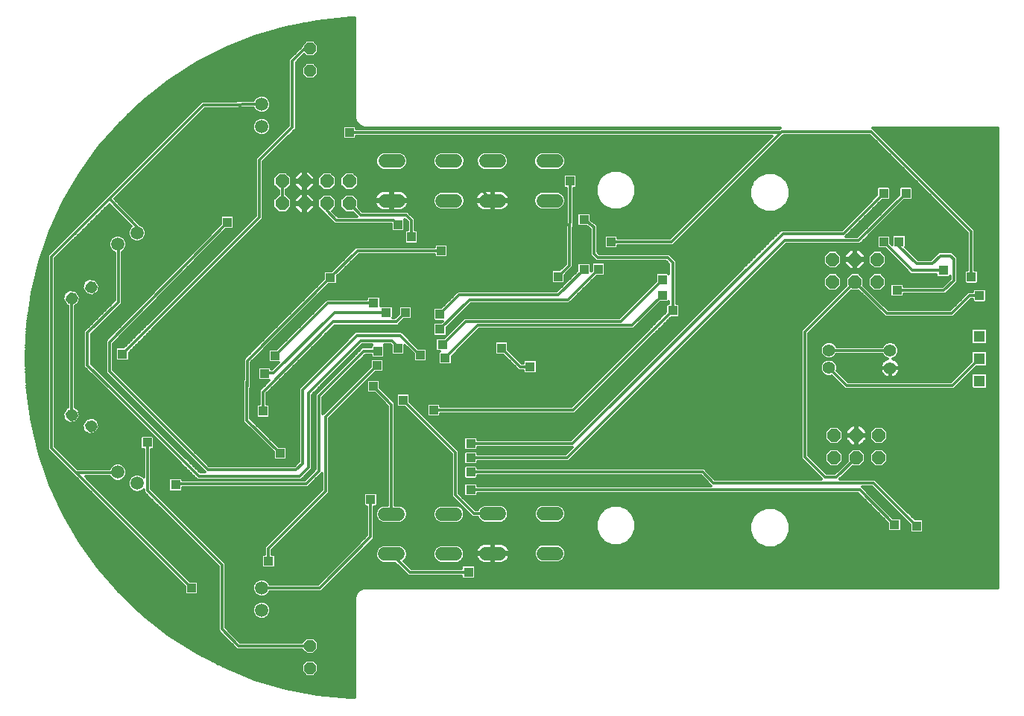
<source format=gbl>
G75*
%MOIN*%
%OFA0B0*%
%FSLAX25Y25*%
%IPPOS*%
%LPD*%
%AMOC8*
5,1,8,0,0,1.08239X$1,22.5*
%
%ADD10C,0.06000*%
%ADD11C,0.01040*%
%ADD12C,0.05906*%
%ADD13OC8,0.05200*%
%ADD14OC8,0.06000*%
%ADD15R,0.05150X0.05150*%
%ADD16C,0.05500*%
%ADD17C,0.01200*%
%ADD18R,0.03962X0.03962*%
D10*
X0192693Y0268113D02*
X0198693Y0268113D01*
X0198693Y0285913D02*
X0192693Y0285913D01*
X0218293Y0285913D02*
X0224293Y0285913D01*
X0237969Y0286130D02*
X0243969Y0286130D01*
X0243969Y0268330D02*
X0237969Y0268330D01*
X0224293Y0268113D02*
X0218293Y0268113D01*
X0263569Y0268330D02*
X0269569Y0268330D01*
X0269569Y0286130D02*
X0263569Y0286130D01*
X0263431Y0426302D02*
X0269431Y0426302D01*
X0269431Y0444102D02*
X0263431Y0444102D01*
X0243831Y0444102D02*
X0237831Y0444102D01*
X0224372Y0444102D02*
X0218372Y0444102D01*
X0218372Y0426302D02*
X0224372Y0426302D01*
X0237831Y0426302D02*
X0243831Y0426302D01*
X0198772Y0426302D02*
X0192772Y0426302D01*
X0192772Y0444102D02*
X0198772Y0444102D01*
D11*
X0062959Y0387417D02*
X0063479Y0387937D01*
X0063033Y0386273D01*
X0061542Y0385412D01*
X0059878Y0385858D01*
X0059017Y0387349D01*
X0059463Y0389013D01*
X0060954Y0389874D01*
X0062618Y0389428D01*
X0063479Y0387937D01*
X0062642Y0387827D01*
X0062363Y0386787D01*
X0061432Y0386249D01*
X0060392Y0386528D01*
X0059854Y0387459D01*
X0060133Y0388499D01*
X0061064Y0389037D01*
X0062104Y0388758D01*
X0062642Y0387827D01*
X0061805Y0387716D01*
X0061694Y0387301D01*
X0061321Y0387086D01*
X0060906Y0387197D01*
X0060691Y0387570D01*
X0060802Y0387985D01*
X0061175Y0388200D01*
X0061590Y0388089D01*
X0061805Y0387716D01*
X0054299Y0382417D02*
X0054819Y0382937D01*
X0054373Y0381273D01*
X0052882Y0380412D01*
X0051218Y0380858D01*
X0050357Y0382349D01*
X0050803Y0384013D01*
X0052294Y0384874D01*
X0053958Y0384428D01*
X0054819Y0382937D01*
X0053982Y0382827D01*
X0053703Y0381787D01*
X0052772Y0381249D01*
X0051732Y0381528D01*
X0051194Y0382459D01*
X0051473Y0383499D01*
X0052404Y0384037D01*
X0053444Y0383758D01*
X0053982Y0382827D01*
X0053145Y0382716D01*
X0053034Y0382301D01*
X0052661Y0382086D01*
X0052246Y0382197D01*
X0052031Y0382570D01*
X0052142Y0382985D01*
X0052515Y0383200D01*
X0052930Y0383089D01*
X0053145Y0382716D01*
X0053438Y0329174D02*
X0053958Y0328654D01*
X0052294Y0328208D01*
X0050803Y0329069D01*
X0050357Y0330733D01*
X0051218Y0332224D01*
X0052882Y0332670D01*
X0054373Y0331809D01*
X0054819Y0330145D01*
X0053958Y0328654D01*
X0053444Y0329324D01*
X0052404Y0329045D01*
X0051473Y0329583D01*
X0051194Y0330623D01*
X0051732Y0331554D01*
X0052772Y0331833D01*
X0053703Y0331295D01*
X0053982Y0330255D01*
X0053444Y0329324D01*
X0052930Y0329993D01*
X0052515Y0329882D01*
X0052142Y0330097D01*
X0052031Y0330512D01*
X0052246Y0330885D01*
X0052661Y0330996D01*
X0053034Y0330781D01*
X0053145Y0330366D01*
X0052930Y0329993D01*
X0062098Y0324174D02*
X0062618Y0323654D01*
X0060954Y0323208D01*
X0059463Y0324069D01*
X0059017Y0325733D01*
X0059878Y0327224D01*
X0061542Y0327670D01*
X0063033Y0326809D01*
X0063479Y0325145D01*
X0062618Y0323654D01*
X0062104Y0324324D01*
X0061064Y0324045D01*
X0060133Y0324583D01*
X0059854Y0325623D01*
X0060392Y0326554D01*
X0061432Y0326833D01*
X0062363Y0326295D01*
X0062642Y0325255D01*
X0062104Y0324324D01*
X0061590Y0324993D01*
X0061175Y0324882D01*
X0060802Y0325097D01*
X0060691Y0325512D01*
X0060906Y0325885D01*
X0061321Y0325996D01*
X0061694Y0325781D01*
X0061805Y0325366D01*
X0061590Y0324993D01*
D12*
X0073257Y0304742D03*
X0081918Y0299742D03*
X0137627Y0252899D03*
X0137627Y0242899D03*
X0073257Y0406844D03*
X0081918Y0411844D03*
X0137627Y0459474D03*
X0137627Y0469474D03*
D13*
X0159280Y0484435D03*
X0159280Y0494435D03*
X0159280Y0226994D03*
X0159280Y0216994D03*
D14*
X0156820Y0425065D03*
X0166820Y0425065D03*
X0176820Y0425065D03*
X0176820Y0435065D03*
X0166820Y0435065D03*
X0156820Y0435065D03*
X0146820Y0435065D03*
X0146820Y0425065D03*
X0392981Y0399986D03*
X0402981Y0399986D03*
X0412981Y0399986D03*
X0412981Y0389986D03*
X0402981Y0389986D03*
X0392981Y0389986D03*
X0393532Y0321246D03*
X0403532Y0321246D03*
X0413532Y0321246D03*
X0413532Y0311246D03*
X0403532Y0311246D03*
X0393532Y0311246D03*
D15*
X0458650Y0345616D03*
X0458650Y0355616D03*
X0458650Y0365616D03*
D16*
X0418729Y0359198D03*
X0418729Y0351324D03*
X0391328Y0351482D03*
X0391328Y0359356D03*
D17*
X0162707Y0205200D02*
X0148477Y0207943D01*
X0134573Y0212026D01*
X0121119Y0217412D01*
X0108239Y0224052D01*
X0096047Y0231887D01*
X0084656Y0240845D01*
X0074168Y0250845D01*
X0064678Y0261797D01*
X0056272Y0273602D01*
X0049027Y0286152D01*
X0043007Y0299334D01*
X0038267Y0313028D01*
X0034850Y0327111D01*
X0032788Y0341456D01*
X0032098Y0355931D01*
X0032788Y0370406D01*
X0034850Y0384750D01*
X0038267Y0398833D01*
X0043007Y0412528D01*
X0049027Y0425710D01*
X0056272Y0438260D01*
X0064678Y0450064D01*
X0074168Y0461016D01*
X0084656Y0471016D01*
X0096047Y0479975D01*
X0108239Y0487809D01*
X0121119Y0494450D01*
X0134573Y0499836D01*
X0148477Y0503918D01*
X0162707Y0506661D01*
X0177133Y0508039D01*
X0179179Y0508087D01*
X0179179Y0463164D01*
X0179970Y0461253D01*
X0181433Y0459790D01*
X0183344Y0458998D01*
X0369688Y0458998D01*
X0369206Y0458517D01*
X0180078Y0458517D01*
X0180078Y0459253D01*
X0179434Y0459898D01*
X0174560Y0459898D01*
X0173916Y0459253D01*
X0173916Y0454380D01*
X0174560Y0453735D01*
X0179434Y0453735D01*
X0180078Y0454380D01*
X0180078Y0455117D01*
X0365806Y0455117D01*
X0320240Y0409550D01*
X0296958Y0409550D01*
X0296958Y0410287D01*
X0296314Y0410931D01*
X0291440Y0410931D01*
X0290796Y0410287D01*
X0290796Y0405413D01*
X0291440Y0404769D01*
X0296314Y0404769D01*
X0296958Y0405413D01*
X0296958Y0406150D01*
X0321648Y0406150D01*
X0370614Y0455117D01*
X0371107Y0455609D01*
X0409563Y0455609D01*
X0453348Y0411823D01*
X0453348Y0395183D01*
X0452611Y0395183D01*
X0451967Y0394539D01*
X0451967Y0389665D01*
X0452611Y0389021D01*
X0457485Y0389021D01*
X0458129Y0389665D01*
X0458129Y0394539D01*
X0457485Y0395183D01*
X0456748Y0395183D01*
X0456748Y0413232D01*
X0411967Y0458013D01*
X0410981Y0458998D01*
X0467072Y0458998D01*
X0467072Y0252863D01*
X0183344Y0252863D01*
X0181433Y0252071D01*
X0179970Y0250609D01*
X0179179Y0248697D01*
X0179179Y0203774D01*
X0177133Y0203823D01*
X0162707Y0205200D01*
X0159480Y0205822D02*
X0179179Y0205822D01*
X0179179Y0204624D02*
X0168746Y0204624D01*
X0160813Y0213294D02*
X0162980Y0215461D01*
X0162980Y0218526D01*
X0160813Y0220694D01*
X0157748Y0220694D01*
X0155580Y0218526D01*
X0155580Y0215461D01*
X0157748Y0213294D01*
X0160813Y0213294D01*
X0161731Y0214212D02*
X0179179Y0214212D01*
X0179179Y0215410D02*
X0162930Y0215410D01*
X0162980Y0216609D02*
X0179179Y0216609D01*
X0179179Y0217807D02*
X0162980Y0217807D01*
X0162501Y0219006D02*
X0179179Y0219006D01*
X0179179Y0220204D02*
X0161302Y0220204D01*
X0160813Y0223294D02*
X0162980Y0225461D01*
X0162980Y0228526D01*
X0160813Y0230694D01*
X0157748Y0230694D01*
X0155748Y0228694D01*
X0127996Y0228694D01*
X0121610Y0235080D01*
X0121610Y0263869D01*
X0120614Y0264865D01*
X0120586Y0264865D01*
X0088160Y0297291D01*
X0088160Y0314956D01*
X0088882Y0314956D01*
X0089527Y0315600D01*
X0089527Y0320474D01*
X0088882Y0321118D01*
X0084009Y0321118D01*
X0083365Y0320474D01*
X0083365Y0315600D01*
X0084009Y0314956D01*
X0084760Y0314956D01*
X0084760Y0302631D01*
X0084213Y0303178D01*
X0082724Y0303795D01*
X0081111Y0303795D01*
X0079622Y0303178D01*
X0078482Y0302037D01*
X0077865Y0300548D01*
X0077865Y0298936D01*
X0078482Y0297446D01*
X0079622Y0296306D01*
X0081111Y0295689D01*
X0082724Y0295689D01*
X0084213Y0296306D01*
X0084760Y0296853D01*
X0084760Y0295883D01*
X0085756Y0294887D01*
X0118210Y0262433D01*
X0118210Y0233671D01*
X0125592Y0226290D01*
X0126588Y0225294D01*
X0155748Y0225294D01*
X0157748Y0223294D01*
X0160813Y0223294D01*
X0161319Y0223800D02*
X0179179Y0223800D01*
X0179179Y0224998D02*
X0162518Y0224998D01*
X0162980Y0226197D02*
X0179179Y0226197D01*
X0179179Y0227395D02*
X0162980Y0227395D01*
X0162913Y0228594D02*
X0179179Y0228594D01*
X0179179Y0229792D02*
X0161714Y0229792D01*
X0159280Y0226994D02*
X0127292Y0226994D01*
X0119910Y0234376D01*
X0119910Y0263165D01*
X0119882Y0263165D01*
X0086460Y0296587D01*
X0086460Y0318023D01*
X0086446Y0318037D01*
X0089527Y0318482D02*
X0091593Y0318482D01*
X0092792Y0317284D02*
X0089527Y0317284D01*
X0089527Y0316085D02*
X0093990Y0316085D01*
X0095189Y0314887D02*
X0088160Y0314887D01*
X0088160Y0313688D02*
X0096387Y0313688D01*
X0097586Y0312490D02*
X0088160Y0312490D01*
X0088160Y0311291D02*
X0098784Y0311291D01*
X0099983Y0310093D02*
X0088160Y0310093D01*
X0088160Y0308894D02*
X0101181Y0308894D01*
X0102380Y0307696D02*
X0088160Y0307696D01*
X0088160Y0306497D02*
X0103578Y0306497D01*
X0104777Y0305299D02*
X0088160Y0305299D01*
X0088160Y0304100D02*
X0105975Y0304100D01*
X0107174Y0302902D02*
X0088160Y0302902D01*
X0088160Y0301703D02*
X0096213Y0301703D01*
X0096037Y0301527D02*
X0096037Y0296653D01*
X0096681Y0296009D01*
X0101555Y0296009D01*
X0102199Y0296653D01*
X0102199Y0297882D01*
X0158262Y0297882D01*
X0159258Y0298878D01*
X0164593Y0304213D01*
X0164593Y0296842D01*
X0140003Y0272251D01*
X0139007Y0271255D01*
X0139007Y0267934D01*
X0138270Y0267934D01*
X0137626Y0267290D01*
X0137626Y0262416D01*
X0138270Y0261772D01*
X0143144Y0261772D01*
X0143788Y0262416D01*
X0143788Y0267290D01*
X0143144Y0267934D01*
X0142407Y0267934D01*
X0142407Y0269847D01*
X0167993Y0295433D01*
X0167993Y0328898D01*
X0184496Y0345401D01*
X0184496Y0340699D01*
X0185141Y0340054D01*
X0188254Y0340054D01*
X0193993Y0334316D01*
X0193993Y0290013D01*
X0191877Y0290013D01*
X0190370Y0289389D01*
X0189217Y0288236D01*
X0188593Y0286729D01*
X0188593Y0285098D01*
X0189217Y0283591D01*
X0190370Y0282438D01*
X0191877Y0281813D01*
X0199508Y0281813D01*
X0201015Y0282438D01*
X0202169Y0283591D01*
X0202793Y0285098D01*
X0202793Y0286729D01*
X0202169Y0288236D01*
X0201015Y0289389D01*
X0199508Y0290013D01*
X0197393Y0290013D01*
X0197393Y0335724D01*
X0196397Y0336720D01*
X0190659Y0342458D01*
X0190659Y0345572D01*
X0190014Y0346217D01*
X0185312Y0346217D01*
X0188500Y0349405D01*
X0191737Y0349405D01*
X0192381Y0350049D01*
X0192381Y0354923D01*
X0191737Y0355567D01*
X0186863Y0355567D01*
X0186219Y0354923D01*
X0186219Y0351932D01*
X0165589Y0331302D01*
X0165040Y0330753D01*
X0165040Y0338248D01*
X0184099Y0357306D01*
X0186588Y0357306D01*
X0186588Y0356570D01*
X0187232Y0355925D01*
X0192106Y0355925D01*
X0192750Y0356570D01*
X0192750Y0361443D01*
X0192458Y0361736D01*
X0195363Y0361736D01*
X0195569Y0361529D01*
X0195569Y0357800D01*
X0196214Y0357156D01*
X0201087Y0357156D01*
X0201731Y0357800D01*
X0201731Y0361518D01*
X0205535Y0357715D01*
X0205535Y0354847D01*
X0206179Y0354203D01*
X0211053Y0354203D01*
X0211697Y0354847D01*
X0211697Y0359721D01*
X0211053Y0360365D01*
X0207693Y0360365D01*
X0203672Y0364386D01*
X0202676Y0365382D01*
X0202553Y0365382D01*
X0201212Y0366723D01*
X0200216Y0367719D01*
X0179491Y0367719D01*
X0155131Y0343359D01*
X0154135Y0342363D01*
X0154135Y0309391D01*
X0152179Y0307434D01*
X0114340Y0307434D01*
X0071290Y0350483D01*
X0071290Y0362294D01*
X0121610Y0413555D01*
X0124689Y0413555D01*
X0125334Y0414199D01*
X0125334Y0419072D01*
X0124689Y0419717D01*
X0119816Y0419717D01*
X0119172Y0419072D01*
X0119172Y0415924D01*
X0068383Y0364186D01*
X0067890Y0363693D01*
X0067890Y0363684D01*
X0067884Y0363677D01*
X0067890Y0362981D01*
X0067890Y0349075D01*
X0068886Y0348079D01*
X0112238Y0304727D01*
X0110157Y0304727D01*
X0073013Y0341871D01*
X0072017Y0342867D01*
X0071894Y0342867D01*
X0061448Y0353313D01*
X0061448Y0366422D01*
X0074355Y0379329D01*
X0075350Y0380325D01*
X0075350Y0403324D01*
X0075553Y0403408D01*
X0076693Y0404548D01*
X0077310Y0406038D01*
X0077310Y0407650D01*
X0076693Y0409140D01*
X0075553Y0410280D01*
X0074063Y0410897D01*
X0072451Y0410897D01*
X0070962Y0410280D01*
X0069822Y0409140D01*
X0069205Y0407650D01*
X0069205Y0406038D01*
X0069822Y0404548D01*
X0070962Y0403408D01*
X0071950Y0402999D01*
X0071950Y0381733D01*
X0058048Y0367831D01*
X0058048Y0351905D01*
X0059044Y0350909D01*
X0070486Y0339467D01*
X0070609Y0339467D01*
X0107753Y0302323D01*
X0108748Y0301327D01*
X0155432Y0301327D01*
X0156428Y0302323D01*
X0160242Y0306137D01*
X0160242Y0339355D01*
X0182622Y0361736D01*
X0186880Y0361736D01*
X0186588Y0361443D01*
X0186588Y0360706D01*
X0182690Y0360706D01*
X0162636Y0340652D01*
X0161640Y0339657D01*
X0161640Y0306069D01*
X0156854Y0301282D01*
X0102199Y0301282D01*
X0102199Y0301527D01*
X0101555Y0302171D01*
X0096681Y0302171D01*
X0096037Y0301527D01*
X0096037Y0300505D02*
X0088160Y0300505D01*
X0088160Y0299306D02*
X0096037Y0299306D01*
X0096037Y0298108D02*
X0088160Y0298108D01*
X0088542Y0296909D02*
X0096037Y0296909D01*
X0099118Y0299090D02*
X0099610Y0299582D01*
X0157558Y0299582D01*
X0163340Y0305365D01*
X0163340Y0338952D01*
X0183394Y0359006D01*
X0189669Y0359006D01*
X0192750Y0359232D02*
X0195569Y0359232D01*
X0195569Y0360430D02*
X0192750Y0360430D01*
X0192565Y0361629D02*
X0195469Y0361629D01*
X0196067Y0363436D02*
X0198281Y0361221D01*
X0198650Y0361221D01*
X0198650Y0360237D01*
X0201731Y0360430D02*
X0202820Y0360430D01*
X0201731Y0359232D02*
X0204018Y0359232D01*
X0205217Y0358033D02*
X0201731Y0358033D01*
X0205535Y0356835D02*
X0192750Y0356835D01*
X0192750Y0358033D02*
X0195569Y0358033D01*
X0192381Y0354438D02*
X0205944Y0354438D01*
X0205535Y0355636D02*
X0182428Y0355636D01*
X0181230Y0354438D02*
X0186219Y0354438D01*
X0186219Y0353239D02*
X0180031Y0353239D01*
X0178833Y0352041D02*
X0186219Y0352041D01*
X0185129Y0350842D02*
X0177634Y0350842D01*
X0176436Y0349644D02*
X0183931Y0349644D01*
X0182732Y0348445D02*
X0175237Y0348445D01*
X0174039Y0347247D02*
X0181534Y0347247D01*
X0180335Y0346048D02*
X0172840Y0346048D01*
X0171642Y0344850D02*
X0179137Y0344850D01*
X0177938Y0343651D02*
X0170443Y0343651D01*
X0169245Y0342453D02*
X0176740Y0342453D01*
X0175541Y0341254D02*
X0168046Y0341254D01*
X0166848Y0340056D02*
X0174343Y0340056D01*
X0173144Y0338857D02*
X0165649Y0338857D01*
X0165040Y0337659D02*
X0171945Y0337659D01*
X0170747Y0336460D02*
X0165040Y0336460D01*
X0165040Y0335261D02*
X0169548Y0335261D01*
X0168350Y0334063D02*
X0165040Y0334063D01*
X0165040Y0332864D02*
X0167151Y0332864D01*
X0165953Y0331666D02*
X0165040Y0331666D01*
X0166293Y0329602D02*
X0166293Y0296137D01*
X0140707Y0270551D01*
X0140707Y0264853D01*
X0143788Y0264549D02*
X0172778Y0264549D01*
X0171580Y0263351D02*
X0143788Y0263351D01*
X0143524Y0262152D02*
X0170381Y0262152D01*
X0169183Y0260954D02*
X0121610Y0260954D01*
X0121610Y0262152D02*
X0137890Y0262152D01*
X0137626Y0263351D02*
X0121610Y0263351D01*
X0120930Y0264549D02*
X0137626Y0264549D01*
X0137626Y0265748D02*
X0119703Y0265748D01*
X0118505Y0266946D02*
X0137626Y0266946D01*
X0139007Y0268145D02*
X0117306Y0268145D01*
X0116108Y0269343D02*
X0139007Y0269343D01*
X0139007Y0270542D02*
X0114909Y0270542D01*
X0113711Y0271740D02*
X0139492Y0271740D01*
X0140690Y0272939D02*
X0112512Y0272939D01*
X0111314Y0274137D02*
X0141889Y0274137D01*
X0143087Y0275336D02*
X0110115Y0275336D01*
X0108917Y0276534D02*
X0144286Y0276534D01*
X0145484Y0277733D02*
X0107718Y0277733D01*
X0106520Y0278931D02*
X0146683Y0278931D01*
X0147882Y0280130D02*
X0105321Y0280130D01*
X0104123Y0281328D02*
X0149080Y0281328D01*
X0150279Y0282527D02*
X0102924Y0282527D01*
X0101726Y0283725D02*
X0151477Y0283725D01*
X0152676Y0284924D02*
X0100527Y0284924D01*
X0099329Y0286123D02*
X0153874Y0286123D01*
X0155073Y0287321D02*
X0098130Y0287321D01*
X0096932Y0288520D02*
X0156271Y0288520D01*
X0157470Y0289718D02*
X0095733Y0289718D01*
X0094534Y0290917D02*
X0158668Y0290917D01*
X0159867Y0292115D02*
X0093336Y0292115D01*
X0092137Y0293314D02*
X0161065Y0293314D01*
X0162264Y0294512D02*
X0090939Y0294512D01*
X0089740Y0295711D02*
X0163462Y0295711D01*
X0164593Y0296909D02*
X0102199Y0296909D01*
X0102023Y0301703D02*
X0108372Y0301703D01*
X0107753Y0302323D02*
X0107753Y0302323D01*
X0109453Y0303027D02*
X0071313Y0341167D01*
X0071190Y0341167D01*
X0059748Y0352609D01*
X0059748Y0367127D01*
X0073650Y0381029D01*
X0073650Y0406451D01*
X0073257Y0406844D01*
X0069503Y0408371D02*
X0053199Y0408371D01*
X0054398Y0409569D02*
X0070251Y0409569D01*
X0072139Y0410768D02*
X0055668Y0410768D01*
X0055848Y0410948D02*
X0055848Y0411020D01*
X0069467Y0424639D01*
X0079224Y0414882D01*
X0078482Y0414140D01*
X0077865Y0412650D01*
X0077865Y0411038D01*
X0078482Y0409548D01*
X0079622Y0408408D01*
X0081111Y0407791D01*
X0082724Y0407791D01*
X0084213Y0408408D01*
X0085353Y0409548D01*
X0085970Y0411038D01*
X0085970Y0412650D01*
X0085353Y0414140D01*
X0084213Y0415280D01*
X0083225Y0415689D01*
X0071871Y0427043D01*
X0112248Y0467420D01*
X0118753Y0467420D01*
X0118767Y0467406D01*
X0119455Y0467420D01*
X0120142Y0467420D01*
X0120156Y0467433D01*
X0133974Y0467703D01*
X0134191Y0467178D01*
X0135331Y0466038D01*
X0136821Y0465421D01*
X0138433Y0465421D01*
X0139922Y0466038D01*
X0141063Y0467178D01*
X0141680Y0468668D01*
X0141680Y0470280D01*
X0141063Y0471770D01*
X0139922Y0472910D01*
X0138433Y0473527D01*
X0136821Y0473527D01*
X0135331Y0472910D01*
X0134191Y0471770D01*
X0133914Y0471102D01*
X0119421Y0470820D01*
X0110840Y0470820D01*
X0109844Y0469824D01*
X0068763Y0428743D01*
X0067767Y0427747D01*
X0053373Y0413352D01*
X0042927Y0402906D01*
X0041931Y0401910D01*
X0041931Y0314872D01*
X0042927Y0313876D01*
X0053004Y0303799D01*
X0053999Y0302804D01*
X0053999Y0302804D01*
X0060878Y0295925D01*
X0060880Y0295925D01*
X0103228Y0253576D01*
X0103228Y0250462D01*
X0103873Y0249818D01*
X0108746Y0249818D01*
X0109390Y0250462D01*
X0109390Y0255336D01*
X0108746Y0255980D01*
X0105632Y0255980D01*
X0062288Y0299325D01*
X0062287Y0299325D01*
X0058808Y0302804D01*
X0069673Y0302804D01*
X0069822Y0302446D01*
X0070962Y0301306D01*
X0072451Y0300689D01*
X0074063Y0300689D01*
X0075553Y0301306D01*
X0076693Y0302446D01*
X0077310Y0303936D01*
X0077310Y0305548D01*
X0076693Y0307037D01*
X0075553Y0308178D01*
X0074063Y0308795D01*
X0072451Y0308795D01*
X0070962Y0308178D01*
X0069822Y0307037D01*
X0069476Y0306204D01*
X0055408Y0306204D01*
X0045331Y0316281D01*
X0045331Y0400502D01*
X0054781Y0409952D01*
X0054852Y0409952D01*
X0055848Y0410948D01*
X0056795Y0411966D02*
X0077865Y0411966D01*
X0077977Y0410768D02*
X0074375Y0410768D01*
X0076264Y0409569D02*
X0078473Y0409569D01*
X0079713Y0408371D02*
X0077012Y0408371D01*
X0077310Y0407172D02*
X0110581Y0407172D01*
X0111757Y0408371D02*
X0084122Y0408371D01*
X0085362Y0409569D02*
X0112934Y0409569D01*
X0114110Y0410768D02*
X0085858Y0410768D01*
X0085970Y0411966D02*
X0115287Y0411966D01*
X0116463Y0413165D02*
X0085757Y0413165D01*
X0085130Y0414363D02*
X0117640Y0414363D01*
X0118816Y0415562D02*
X0083533Y0415562D01*
X0082154Y0416760D02*
X0119172Y0416760D01*
X0119172Y0417959D02*
X0080956Y0417959D01*
X0079757Y0419157D02*
X0119256Y0419157D01*
X0122253Y0416636D02*
X0069590Y0362989D01*
X0069590Y0349779D01*
X0113636Y0305734D01*
X0152883Y0305734D01*
X0155835Y0308687D01*
X0155835Y0341659D01*
X0180196Y0366019D01*
X0199512Y0366019D01*
X0201849Y0363682D01*
X0201972Y0363682D01*
X0208370Y0357284D01*
X0208616Y0357284D01*
X0211697Y0356835D02*
X0216608Y0356835D01*
X0216608Y0358033D02*
X0211697Y0358033D01*
X0211697Y0359232D02*
X0215545Y0359232D01*
X0215377Y0359399D02*
X0216022Y0358755D01*
X0217118Y0358755D01*
X0216608Y0358244D01*
X0216608Y0353371D01*
X0217252Y0352727D01*
X0222126Y0352727D01*
X0222770Y0353371D01*
X0222770Y0356485D01*
X0235034Y0368748D01*
X0304054Y0368748D01*
X0316084Y0380778D01*
X0319197Y0380778D01*
X0319736Y0381316D01*
X0319736Y0380173D01*
X0318999Y0380173D01*
X0318355Y0379529D01*
X0318355Y0376415D01*
X0276194Y0334255D01*
X0217726Y0334255D01*
X0217726Y0334991D01*
X0217081Y0335636D01*
X0212208Y0335636D01*
X0211563Y0334991D01*
X0211563Y0330118D01*
X0212208Y0329474D01*
X0217081Y0329474D01*
X0217726Y0330118D01*
X0217726Y0330855D01*
X0277603Y0330855D01*
X0320759Y0374011D01*
X0323873Y0374011D01*
X0324517Y0374655D01*
X0324517Y0379529D01*
X0323873Y0380173D01*
X0323136Y0380173D01*
X0323136Y0399327D01*
X0322140Y0400323D01*
X0320798Y0401664D01*
X0319802Y0402660D01*
X0288675Y0402660D01*
X0287949Y0403387D01*
X0287949Y0413910D01*
X0288023Y0414006D01*
X0287949Y0414600D01*
X0287949Y0415198D01*
X0287863Y0415283D01*
X0287848Y0415403D01*
X0287376Y0415771D01*
X0286953Y0416194D01*
X0286832Y0416194D01*
X0284901Y0417696D01*
X0284901Y0420375D01*
X0284256Y0421020D01*
X0279383Y0421020D01*
X0278739Y0420375D01*
X0278739Y0415502D01*
X0279383Y0414857D01*
X0283012Y0414857D01*
X0284549Y0413662D01*
X0284549Y0401979D01*
X0286271Y0400256D01*
X0287267Y0399260D01*
X0318394Y0399260D01*
X0319736Y0397918D01*
X0319736Y0393660D01*
X0319320Y0394076D01*
X0314447Y0394076D01*
X0313803Y0393431D01*
X0313803Y0390318D01*
X0297479Y0373994D01*
X0228212Y0373994D01*
X0227216Y0372998D01*
X0219135Y0364917D01*
X0216022Y0364917D01*
X0215377Y0364273D01*
X0215377Y0359399D01*
X0215377Y0360430D02*
X0207628Y0360430D01*
X0206429Y0361629D02*
X0215377Y0361629D01*
X0215377Y0362827D02*
X0205231Y0362827D01*
X0204032Y0364026D02*
X0215377Y0364026D01*
X0214914Y0365645D02*
X0219788Y0365645D01*
X0220432Y0366289D01*
X0220432Y0369403D01*
X0231343Y0380313D01*
X0275265Y0380313D01*
X0276261Y0381309D01*
X0276261Y0381309D01*
X0287540Y0392589D01*
X0290654Y0392589D01*
X0291298Y0393233D01*
X0291298Y0398107D01*
X0290654Y0398751D01*
X0285781Y0398751D01*
X0285136Y0398107D01*
X0285136Y0394993D01*
X0284901Y0394757D01*
X0284901Y0397984D01*
X0284256Y0398628D01*
X0279383Y0398628D01*
X0278739Y0397984D01*
X0278739Y0394870D01*
X0269674Y0385805D01*
X0225382Y0385805D01*
X0224386Y0384809D01*
X0218028Y0378451D01*
X0214914Y0378451D01*
X0214270Y0377806D01*
X0214270Y0372933D01*
X0214914Y0372289D01*
X0218510Y0372289D01*
X0218028Y0371807D01*
X0214914Y0371807D01*
X0214270Y0371163D01*
X0214270Y0366289D01*
X0214914Y0365645D01*
X0214270Y0366423D02*
X0201512Y0366423D01*
X0200314Y0367621D02*
X0214270Y0367621D01*
X0214270Y0368820D02*
X0168791Y0368820D01*
X0169990Y0370018D02*
X0214270Y0370018D01*
X0214324Y0371217D02*
X0199362Y0371217D01*
X0199489Y0371344D02*
X0198493Y0370348D01*
X0170319Y0370348D01*
X0139942Y0339971D01*
X0139942Y0335144D01*
X0140679Y0335144D01*
X0141323Y0334499D01*
X0141323Y0329626D01*
X0140679Y0328981D01*
X0135805Y0328981D01*
X0135161Y0329626D01*
X0135161Y0334499D01*
X0135805Y0335144D01*
X0136542Y0335144D01*
X0136542Y0341379D01*
X0141000Y0345837D01*
X0136543Y0345837D01*
X0135899Y0346481D01*
X0135899Y0351355D01*
X0136543Y0351999D01*
X0141417Y0351999D01*
X0142061Y0351355D01*
X0142061Y0350741D01*
X0142213Y0350741D01*
X0145306Y0353834D01*
X0141292Y0353834D01*
X0140648Y0354478D01*
X0140648Y0359352D01*
X0141292Y0359996D01*
X0144410Y0359996D01*
X0166075Y0381615D01*
X0166573Y0382114D01*
X0166574Y0382114D01*
X0166575Y0382115D01*
X0167279Y0382114D01*
X0184619Y0382114D01*
X0184619Y0382851D01*
X0185264Y0383495D01*
X0190137Y0383495D01*
X0190782Y0382851D01*
X0190782Y0379170D01*
X0190923Y0379312D01*
X0195797Y0379312D01*
X0196441Y0378668D01*
X0196441Y0373794D01*
X0196395Y0373748D01*
X0197085Y0373748D01*
X0198891Y0375554D01*
X0198891Y0378668D01*
X0199535Y0379312D01*
X0204409Y0379312D01*
X0205053Y0378668D01*
X0205053Y0373794D01*
X0204409Y0373150D01*
X0201295Y0373150D01*
X0199489Y0371344D01*
X0200561Y0372415D02*
X0214788Y0372415D01*
X0214270Y0373614D02*
X0204873Y0373614D01*
X0205053Y0374812D02*
X0214270Y0374812D01*
X0214270Y0376011D02*
X0205053Y0376011D01*
X0205053Y0377209D02*
X0214270Y0377209D01*
X0214872Y0378408D02*
X0205053Y0378408D01*
X0201972Y0376231D02*
X0197789Y0372048D01*
X0169615Y0372048D01*
X0138242Y0340675D01*
X0138242Y0332063D01*
X0141323Y0331666D02*
X0154135Y0331666D01*
X0154135Y0332864D02*
X0141323Y0332864D01*
X0141323Y0334063D02*
X0154135Y0334063D01*
X0154135Y0335261D02*
X0139942Y0335261D01*
X0139942Y0336460D02*
X0154135Y0336460D01*
X0154135Y0337659D02*
X0139942Y0337659D01*
X0139942Y0338857D02*
X0154135Y0338857D01*
X0154135Y0340056D02*
X0140027Y0340056D01*
X0141225Y0341254D02*
X0154135Y0341254D01*
X0154225Y0342453D02*
X0142424Y0342453D01*
X0143622Y0343651D02*
X0155423Y0343651D01*
X0156622Y0344850D02*
X0144821Y0344850D01*
X0146019Y0346048D02*
X0157820Y0346048D01*
X0159019Y0347247D02*
X0147218Y0347247D01*
X0148416Y0348445D02*
X0160217Y0348445D01*
X0161416Y0349644D02*
X0149615Y0349644D01*
X0150813Y0350842D02*
X0162614Y0350842D01*
X0163813Y0352041D02*
X0152012Y0352041D01*
X0153210Y0353239D02*
X0165011Y0353239D01*
X0166210Y0354438D02*
X0154409Y0354438D01*
X0155607Y0355636D02*
X0167408Y0355636D01*
X0168607Y0356835D02*
X0156806Y0356835D01*
X0158004Y0358033D02*
X0169805Y0358033D01*
X0171004Y0359232D02*
X0159203Y0359232D01*
X0160402Y0360430D02*
X0172202Y0360430D01*
X0173401Y0361629D02*
X0161600Y0361629D01*
X0162799Y0362827D02*
X0174599Y0362827D01*
X0175798Y0364026D02*
X0163997Y0364026D01*
X0165196Y0365224D02*
X0176996Y0365224D01*
X0178195Y0366423D02*
X0166394Y0366423D01*
X0167593Y0367621D02*
X0179394Y0367621D01*
X0181918Y0363436D02*
X0158542Y0340060D01*
X0158542Y0306841D01*
X0154728Y0303027D01*
X0109453Y0303027D01*
X0109585Y0305299D02*
X0111667Y0305299D01*
X0110468Y0306497D02*
X0108387Y0306497D01*
X0109270Y0307696D02*
X0107188Y0307696D01*
X0108071Y0308894D02*
X0105990Y0308894D01*
X0106873Y0310093D02*
X0104791Y0310093D01*
X0105674Y0311291D02*
X0103593Y0311291D01*
X0104476Y0312490D02*
X0102394Y0312490D01*
X0103277Y0313688D02*
X0101196Y0313688D01*
X0102079Y0314887D02*
X0099997Y0314887D01*
X0100880Y0316085D02*
X0098799Y0316085D01*
X0099682Y0317284D02*
X0097600Y0317284D01*
X0098483Y0318482D02*
X0096402Y0318482D01*
X0097284Y0319681D02*
X0095203Y0319681D01*
X0096086Y0320879D02*
X0094005Y0320879D01*
X0094887Y0322078D02*
X0092806Y0322078D01*
X0093689Y0323276D02*
X0091608Y0323276D01*
X0092490Y0324475D02*
X0090409Y0324475D01*
X0091292Y0325673D02*
X0089210Y0325673D01*
X0090093Y0326872D02*
X0088012Y0326872D01*
X0088895Y0328070D02*
X0086813Y0328070D01*
X0087696Y0329269D02*
X0085615Y0329269D01*
X0086498Y0330467D02*
X0084416Y0330467D01*
X0085299Y0331666D02*
X0083218Y0331666D01*
X0084101Y0332864D02*
X0082019Y0332864D01*
X0082902Y0334063D02*
X0080821Y0334063D01*
X0081704Y0335261D02*
X0079622Y0335261D01*
X0080505Y0336460D02*
X0078424Y0336460D01*
X0079307Y0337659D02*
X0077225Y0337659D01*
X0078108Y0338857D02*
X0076027Y0338857D01*
X0076910Y0340056D02*
X0074828Y0340056D01*
X0075711Y0341254D02*
X0073630Y0341254D01*
X0074513Y0342453D02*
X0072431Y0342453D01*
X0073314Y0343651D02*
X0071110Y0343651D01*
X0072116Y0344850D02*
X0069911Y0344850D01*
X0070917Y0346048D02*
X0068713Y0346048D01*
X0069719Y0347247D02*
X0067514Y0347247D01*
X0068520Y0348445D02*
X0066316Y0348445D01*
X0065117Y0349644D02*
X0067890Y0349644D01*
X0067890Y0350842D02*
X0063919Y0350842D01*
X0062720Y0352041D02*
X0067890Y0352041D01*
X0067890Y0353239D02*
X0061522Y0353239D01*
X0061448Y0354438D02*
X0067890Y0354438D01*
X0067890Y0355636D02*
X0061448Y0355636D01*
X0061448Y0356835D02*
X0067890Y0356835D01*
X0067890Y0358033D02*
X0061448Y0358033D01*
X0061448Y0359232D02*
X0067890Y0359232D01*
X0067890Y0360430D02*
X0061448Y0360430D01*
X0061448Y0361629D02*
X0067890Y0361629D01*
X0067890Y0362827D02*
X0061448Y0362827D01*
X0061448Y0364026D02*
X0068223Y0364026D01*
X0069402Y0365224D02*
X0061448Y0365224D01*
X0061448Y0366423D02*
X0070579Y0366423D01*
X0071755Y0367621D02*
X0062647Y0367621D01*
X0063845Y0368820D02*
X0072932Y0368820D01*
X0074108Y0370018D02*
X0065044Y0370018D01*
X0066242Y0371217D02*
X0075285Y0371217D01*
X0076461Y0372415D02*
X0067441Y0372415D01*
X0068639Y0373614D02*
X0077638Y0373614D01*
X0078814Y0374812D02*
X0069838Y0374812D01*
X0071036Y0376011D02*
X0079991Y0376011D01*
X0081168Y0377209D02*
X0072235Y0377209D01*
X0073433Y0378408D02*
X0082344Y0378408D01*
X0083521Y0379606D02*
X0074632Y0379606D01*
X0075350Y0380805D02*
X0084697Y0380805D01*
X0085874Y0382003D02*
X0075350Y0382003D01*
X0075350Y0383202D02*
X0087050Y0383202D01*
X0088227Y0384400D02*
X0075350Y0384400D01*
X0075350Y0385599D02*
X0089403Y0385599D01*
X0090580Y0386797D02*
X0075350Y0386797D01*
X0075350Y0387996D02*
X0091756Y0387996D01*
X0092933Y0389194D02*
X0075350Y0389194D01*
X0075350Y0390393D02*
X0094109Y0390393D01*
X0095286Y0391592D02*
X0075350Y0391592D01*
X0075350Y0392790D02*
X0096462Y0392790D01*
X0097639Y0393989D02*
X0075350Y0393989D01*
X0075350Y0395187D02*
X0098815Y0395187D01*
X0099992Y0396386D02*
X0075350Y0396386D01*
X0075350Y0397584D02*
X0101168Y0397584D01*
X0102345Y0398783D02*
X0075350Y0398783D01*
X0075350Y0399981D02*
X0103521Y0399981D01*
X0104698Y0401180D02*
X0075350Y0401180D01*
X0075350Y0402378D02*
X0105874Y0402378D01*
X0107051Y0403577D02*
X0075721Y0403577D01*
X0076787Y0404775D02*
X0108228Y0404775D01*
X0109404Y0405974D02*
X0077283Y0405974D01*
X0071950Y0402378D02*
X0047207Y0402378D01*
X0048405Y0403577D02*
X0070793Y0403577D01*
X0069728Y0404775D02*
X0049604Y0404775D01*
X0050802Y0405974D02*
X0069231Y0405974D01*
X0069205Y0407172D02*
X0052001Y0407172D01*
X0049589Y0409569D02*
X0041983Y0409569D01*
X0041568Y0408371D02*
X0048391Y0408371D01*
X0047192Y0407172D02*
X0041153Y0407172D01*
X0040738Y0405974D02*
X0045994Y0405974D01*
X0044795Y0404775D02*
X0040323Y0404775D01*
X0039909Y0403577D02*
X0043597Y0403577D01*
X0042398Y0402378D02*
X0039494Y0402378D01*
X0039079Y0401180D02*
X0041931Y0401180D01*
X0041931Y0399981D02*
X0038664Y0399981D01*
X0038255Y0398783D02*
X0041931Y0398783D01*
X0041931Y0397584D02*
X0037964Y0397584D01*
X0037673Y0396386D02*
X0041931Y0396386D01*
X0041931Y0395187D02*
X0037382Y0395187D01*
X0037092Y0393989D02*
X0041931Y0393989D01*
X0041931Y0392790D02*
X0036801Y0392790D01*
X0036510Y0391592D02*
X0041931Y0391592D01*
X0041931Y0390393D02*
X0036219Y0390393D01*
X0035929Y0389194D02*
X0041931Y0389194D01*
X0041931Y0387996D02*
X0035638Y0387996D01*
X0035347Y0386797D02*
X0041931Y0386797D01*
X0041931Y0385599D02*
X0035056Y0385599D01*
X0034800Y0384400D02*
X0041931Y0384400D01*
X0041931Y0383202D02*
X0034628Y0383202D01*
X0034455Y0382003D02*
X0041931Y0382003D01*
X0041931Y0380805D02*
X0034283Y0380805D01*
X0034111Y0379606D02*
X0041931Y0379606D01*
X0041931Y0378408D02*
X0033938Y0378408D01*
X0033766Y0377209D02*
X0041931Y0377209D01*
X0041931Y0376011D02*
X0033594Y0376011D01*
X0033422Y0374812D02*
X0041931Y0374812D01*
X0041931Y0373614D02*
X0033249Y0373614D01*
X0033077Y0372415D02*
X0041931Y0372415D01*
X0041931Y0371217D02*
X0032905Y0371217D01*
X0032769Y0370018D02*
X0041931Y0370018D01*
X0041931Y0368820D02*
X0032712Y0368820D01*
X0032655Y0367621D02*
X0041931Y0367621D01*
X0041931Y0366423D02*
X0032598Y0366423D01*
X0032541Y0365224D02*
X0041931Y0365224D01*
X0041931Y0364026D02*
X0032484Y0364026D01*
X0032427Y0362827D02*
X0041931Y0362827D01*
X0041931Y0361629D02*
X0032370Y0361629D01*
X0032313Y0360430D02*
X0041931Y0360430D01*
X0041931Y0359232D02*
X0032256Y0359232D01*
X0032199Y0358033D02*
X0041931Y0358033D01*
X0041931Y0356835D02*
X0032141Y0356835D01*
X0032112Y0355636D02*
X0041931Y0355636D01*
X0041931Y0354438D02*
X0032170Y0354438D01*
X0032227Y0353239D02*
X0041931Y0353239D01*
X0041931Y0352041D02*
X0032284Y0352041D01*
X0032341Y0350842D02*
X0041931Y0350842D01*
X0041931Y0349644D02*
X0032398Y0349644D01*
X0032455Y0348445D02*
X0041931Y0348445D01*
X0041931Y0347247D02*
X0032512Y0347247D01*
X0032569Y0346048D02*
X0041931Y0346048D01*
X0041931Y0344850D02*
X0032626Y0344850D01*
X0032683Y0343651D02*
X0041931Y0343651D01*
X0041931Y0342453D02*
X0032740Y0342453D01*
X0032817Y0341254D02*
X0041931Y0341254D01*
X0041931Y0340056D02*
X0032989Y0340056D01*
X0033162Y0338857D02*
X0041931Y0338857D01*
X0041931Y0337659D02*
X0033334Y0337659D01*
X0033506Y0336460D02*
X0041931Y0336460D01*
X0041931Y0335261D02*
X0033679Y0335261D01*
X0033851Y0334063D02*
X0041931Y0334063D01*
X0041931Y0332864D02*
X0034023Y0332864D01*
X0034195Y0331666D02*
X0041931Y0331666D01*
X0041931Y0330467D02*
X0034368Y0330467D01*
X0034540Y0329269D02*
X0041931Y0329269D01*
X0041931Y0328070D02*
X0034712Y0328070D01*
X0034908Y0326872D02*
X0041931Y0326872D01*
X0041931Y0325673D02*
X0035199Y0325673D01*
X0035490Y0324475D02*
X0041931Y0324475D01*
X0041931Y0323276D02*
X0035781Y0323276D01*
X0036071Y0322078D02*
X0041931Y0322078D01*
X0041931Y0320879D02*
X0036362Y0320879D01*
X0036653Y0319681D02*
X0041931Y0319681D01*
X0041931Y0318482D02*
X0036944Y0318482D01*
X0037234Y0317284D02*
X0041931Y0317284D01*
X0041931Y0316085D02*
X0037525Y0316085D01*
X0037816Y0314887D02*
X0041931Y0314887D01*
X0042927Y0313876D02*
X0042927Y0313876D01*
X0043115Y0313688D02*
X0038107Y0313688D01*
X0038453Y0312490D02*
X0044313Y0312490D01*
X0045512Y0311291D02*
X0038868Y0311291D01*
X0039283Y0310093D02*
X0046710Y0310093D01*
X0047909Y0308894D02*
X0039698Y0308894D01*
X0040112Y0307696D02*
X0049107Y0307696D01*
X0050306Y0306497D02*
X0040527Y0306497D01*
X0040942Y0305299D02*
X0051504Y0305299D01*
X0052703Y0304100D02*
X0041357Y0304100D01*
X0041772Y0302902D02*
X0053901Y0302902D01*
X0053004Y0303799D02*
X0053004Y0303799D01*
X0054704Y0304504D02*
X0073019Y0304504D01*
X0073257Y0304742D01*
X0070480Y0307696D02*
X0053916Y0307696D01*
X0055114Y0306497D02*
X0069598Y0306497D01*
X0070564Y0301703D02*
X0059908Y0301703D01*
X0061107Y0300505D02*
X0077865Y0300505D01*
X0077865Y0299306D02*
X0062307Y0299306D01*
X0063505Y0298108D02*
X0078208Y0298108D01*
X0079019Y0296909D02*
X0064704Y0296909D01*
X0065902Y0295711D02*
X0081059Y0295711D01*
X0082776Y0295711D02*
X0084932Y0295711D01*
X0086131Y0294512D02*
X0067101Y0294512D01*
X0068299Y0293314D02*
X0087329Y0293314D01*
X0088528Y0292115D02*
X0069498Y0292115D01*
X0070696Y0290917D02*
X0089726Y0290917D01*
X0090925Y0289718D02*
X0071895Y0289718D01*
X0073093Y0288520D02*
X0092123Y0288520D01*
X0093322Y0287321D02*
X0074292Y0287321D01*
X0075490Y0286123D02*
X0094520Y0286123D01*
X0095719Y0284924D02*
X0076689Y0284924D01*
X0077887Y0283725D02*
X0096917Y0283725D01*
X0098116Y0282527D02*
X0079086Y0282527D01*
X0080284Y0281328D02*
X0099314Y0281328D01*
X0100513Y0280130D02*
X0081483Y0280130D01*
X0082681Y0278931D02*
X0101711Y0278931D01*
X0102910Y0277733D02*
X0083880Y0277733D01*
X0085078Y0276534D02*
X0104108Y0276534D01*
X0105307Y0275336D02*
X0086277Y0275336D01*
X0087475Y0274137D02*
X0106505Y0274137D01*
X0107704Y0272939D02*
X0088674Y0272939D01*
X0089872Y0271740D02*
X0108902Y0271740D01*
X0110101Y0270542D02*
X0091071Y0270542D01*
X0092269Y0269343D02*
X0111299Y0269343D01*
X0112498Y0268145D02*
X0093468Y0268145D01*
X0094666Y0266946D02*
X0113696Y0266946D01*
X0114895Y0265748D02*
X0095865Y0265748D01*
X0097063Y0264549D02*
X0116093Y0264549D01*
X0117292Y0263351D02*
X0098262Y0263351D01*
X0099460Y0262152D02*
X0118210Y0262152D01*
X0118210Y0260954D02*
X0100659Y0260954D01*
X0101857Y0259755D02*
X0118210Y0259755D01*
X0118210Y0258557D02*
X0103056Y0258557D01*
X0104254Y0257358D02*
X0118210Y0257358D01*
X0118210Y0256160D02*
X0105453Y0256160D01*
X0106309Y0252899D02*
X0061584Y0297625D01*
X0061582Y0297625D01*
X0054704Y0304504D01*
X0043631Y0315576D01*
X0043631Y0401206D01*
X0054077Y0411652D01*
X0054148Y0411652D01*
X0054148Y0411724D01*
X0069467Y0427043D01*
X0081918Y0414593D01*
X0081918Y0411844D01*
X0078078Y0413165D02*
X0057993Y0413165D01*
X0059192Y0414363D02*
X0078705Y0414363D01*
X0078544Y0415562D02*
X0060390Y0415562D01*
X0061589Y0416760D02*
X0077346Y0416760D01*
X0076147Y0417959D02*
X0062787Y0417959D01*
X0063986Y0419157D02*
X0074949Y0419157D01*
X0073750Y0420356D02*
X0065184Y0420356D01*
X0066383Y0421554D02*
X0072552Y0421554D01*
X0071353Y0422753D02*
X0067581Y0422753D01*
X0068780Y0423951D02*
X0070155Y0423951D01*
X0069467Y0427043D02*
X0111544Y0469120D01*
X0119438Y0469120D01*
X0137627Y0469474D01*
X0141680Y0469495D02*
X0149706Y0469495D01*
X0149706Y0470693D02*
X0141508Y0470693D01*
X0140940Y0471892D02*
X0149706Y0471892D01*
X0149706Y0473090D02*
X0139487Y0473090D01*
X0135767Y0473090D02*
X0087293Y0473090D01*
X0085769Y0471892D02*
X0134313Y0471892D01*
X0134272Y0467098D02*
X0111926Y0467098D01*
X0110728Y0465899D02*
X0135667Y0465899D01*
X0136761Y0463502D02*
X0108331Y0463502D01*
X0109529Y0464701D02*
X0149706Y0464701D01*
X0149706Y0465899D02*
X0139587Y0465899D01*
X0140982Y0467098D02*
X0149706Y0467098D01*
X0149706Y0468296D02*
X0141526Y0468296D01*
X0139922Y0462910D02*
X0138433Y0463527D01*
X0136821Y0463527D01*
X0135331Y0462910D01*
X0134191Y0461770D01*
X0133574Y0460280D01*
X0133574Y0458668D01*
X0134191Y0457178D01*
X0135331Y0456038D01*
X0136821Y0455421D01*
X0138433Y0455421D01*
X0139922Y0456038D01*
X0141063Y0457178D01*
X0141680Y0458668D01*
X0141680Y0460280D01*
X0141063Y0461770D01*
X0139922Y0462910D01*
X0140529Y0462304D02*
X0149706Y0462304D01*
X0149706Y0463502D02*
X0138492Y0463502D01*
X0141338Y0461105D02*
X0149706Y0461105D01*
X0149706Y0459981D02*
X0134943Y0445218D01*
X0134943Y0419627D01*
X0076050Y0360734D01*
X0072936Y0360734D01*
X0072292Y0360090D01*
X0072292Y0355216D01*
X0072936Y0354572D01*
X0077810Y0354572D01*
X0078454Y0355216D01*
X0078454Y0358330D01*
X0137347Y0417223D01*
X0138343Y0418219D01*
X0138343Y0443809D01*
X0152110Y0457577D01*
X0153106Y0458573D01*
X0153106Y0488101D01*
X0156744Y0491738D01*
X0157748Y0490735D01*
X0160813Y0490735D01*
X0162980Y0492902D01*
X0162980Y0495967D01*
X0160813Y0498135D01*
X0157748Y0498135D01*
X0155580Y0495967D01*
X0155580Y0495383D01*
X0155336Y0495139D01*
X0150702Y0490505D01*
X0149706Y0489509D01*
X0149706Y0459981D01*
X0149632Y0459907D02*
X0141680Y0459907D01*
X0141680Y0458708D02*
X0148433Y0458708D01*
X0147235Y0457510D02*
X0141200Y0457510D01*
X0140195Y0456311D02*
X0146036Y0456311D01*
X0144838Y0455113D02*
X0099941Y0455113D01*
X0101140Y0456311D02*
X0135058Y0456311D01*
X0134054Y0457510D02*
X0102338Y0457510D01*
X0103537Y0458708D02*
X0133574Y0458708D01*
X0133574Y0459907D02*
X0104735Y0459907D01*
X0105934Y0461105D02*
X0133916Y0461105D01*
X0134725Y0462304D02*
X0107132Y0462304D01*
X0104721Y0464701D02*
X0078033Y0464701D01*
X0079289Y0465899D02*
X0105919Y0465899D01*
X0107118Y0467098D02*
X0080546Y0467098D01*
X0081803Y0468296D02*
X0108316Y0468296D01*
X0109515Y0469495D02*
X0083060Y0469495D01*
X0084317Y0470693D02*
X0110714Y0470693D01*
X0103522Y0463502D02*
X0076776Y0463502D01*
X0075519Y0462304D02*
X0102324Y0462304D01*
X0101125Y0461105D02*
X0074262Y0461105D01*
X0073207Y0459907D02*
X0099927Y0459907D01*
X0098728Y0458708D02*
X0072168Y0458708D01*
X0071130Y0457510D02*
X0097530Y0457510D01*
X0096331Y0456311D02*
X0070091Y0456311D01*
X0069053Y0455113D02*
X0095133Y0455113D01*
X0093934Y0453914D02*
X0068014Y0453914D01*
X0066976Y0452716D02*
X0092736Y0452716D01*
X0091537Y0451517D02*
X0065937Y0451517D01*
X0064899Y0450319D02*
X0090339Y0450319D01*
X0089140Y0449120D02*
X0064006Y0449120D01*
X0063153Y0447922D02*
X0087942Y0447922D01*
X0086743Y0446723D02*
X0062299Y0446723D01*
X0061446Y0445525D02*
X0085545Y0445525D01*
X0084346Y0444326D02*
X0060592Y0444326D01*
X0059739Y0443127D02*
X0083148Y0443127D01*
X0081949Y0441929D02*
X0058885Y0441929D01*
X0058032Y0440730D02*
X0080751Y0440730D01*
X0079552Y0439532D02*
X0057178Y0439532D01*
X0056325Y0438333D02*
X0078354Y0438333D01*
X0077155Y0437135D02*
X0055623Y0437135D01*
X0054931Y0435936D02*
X0075957Y0435936D01*
X0074758Y0434738D02*
X0054239Y0434738D01*
X0053547Y0433539D02*
X0073560Y0433539D01*
X0072361Y0432341D02*
X0052855Y0432341D01*
X0052163Y0431142D02*
X0071163Y0431142D01*
X0069964Y0429944D02*
X0051471Y0429944D01*
X0050779Y0428745D02*
X0068766Y0428745D01*
X0067567Y0427547D02*
X0050087Y0427547D01*
X0049395Y0426348D02*
X0066369Y0426348D01*
X0065170Y0425150D02*
X0048771Y0425150D01*
X0048224Y0423951D02*
X0063972Y0423951D01*
X0062773Y0422753D02*
X0047676Y0422753D01*
X0047129Y0421554D02*
X0061575Y0421554D01*
X0060376Y0420356D02*
X0046582Y0420356D01*
X0046034Y0419157D02*
X0059178Y0419157D01*
X0057979Y0417959D02*
X0045487Y0417959D01*
X0044940Y0416760D02*
X0056780Y0416760D01*
X0055582Y0415562D02*
X0044392Y0415562D01*
X0043845Y0414363D02*
X0054383Y0414363D01*
X0053185Y0413165D02*
X0043298Y0413165D01*
X0042812Y0411966D02*
X0051986Y0411966D01*
X0050788Y0410768D02*
X0042397Y0410768D01*
X0046008Y0401180D02*
X0071950Y0401180D01*
X0071950Y0399981D02*
X0045331Y0399981D01*
X0045331Y0398783D02*
X0071950Y0398783D01*
X0071950Y0397584D02*
X0045331Y0397584D01*
X0045331Y0396386D02*
X0071950Y0396386D01*
X0071950Y0395187D02*
X0045331Y0395187D01*
X0045331Y0393989D02*
X0071950Y0393989D01*
X0071950Y0392790D02*
X0045331Y0392790D01*
X0045331Y0391592D02*
X0060687Y0391592D01*
X0060725Y0391614D02*
X0058071Y0390081D01*
X0057278Y0387121D01*
X0058810Y0384466D01*
X0061771Y0383673D01*
X0064425Y0385205D01*
X0065219Y0388166D01*
X0063686Y0390821D01*
X0060725Y0391614D01*
X0060809Y0391592D02*
X0071950Y0391592D01*
X0071950Y0390393D02*
X0063933Y0390393D01*
X0064625Y0389194D02*
X0071950Y0389194D01*
X0071950Y0387996D02*
X0065173Y0387996D01*
X0064852Y0386797D02*
X0071950Y0386797D01*
X0071950Y0385599D02*
X0064531Y0385599D01*
X0063031Y0384400D02*
X0071950Y0384400D01*
X0071950Y0383202D02*
X0056538Y0383202D01*
X0056559Y0383166D02*
X0055765Y0380205D01*
X0054288Y0379352D01*
X0054288Y0333729D01*
X0055765Y0332877D01*
X0056559Y0329916D01*
X0055026Y0327261D01*
X0052065Y0326468D01*
X0049411Y0328001D01*
X0048617Y0330961D01*
X0050150Y0333616D01*
X0050888Y0333814D01*
X0050888Y0379268D01*
X0050150Y0379466D01*
X0048617Y0382121D01*
X0049411Y0385081D01*
X0052065Y0386614D01*
X0055026Y0385821D01*
X0056559Y0383166D01*
X0056247Y0382003D02*
X0071950Y0382003D01*
X0071022Y0380805D02*
X0055926Y0380805D01*
X0054728Y0379606D02*
X0069823Y0379606D01*
X0068625Y0378408D02*
X0054288Y0378408D01*
X0054288Y0377209D02*
X0067426Y0377209D01*
X0066228Y0376011D02*
X0054288Y0376011D01*
X0054288Y0374812D02*
X0065029Y0374812D01*
X0063831Y0373614D02*
X0054288Y0373614D01*
X0054288Y0372415D02*
X0062632Y0372415D01*
X0061434Y0371217D02*
X0054288Y0371217D01*
X0054288Y0370018D02*
X0060235Y0370018D01*
X0059037Y0368820D02*
X0054288Y0368820D01*
X0054288Y0367621D02*
X0058048Y0367621D01*
X0058048Y0366423D02*
X0054288Y0366423D01*
X0054288Y0365224D02*
X0058048Y0365224D01*
X0058048Y0364026D02*
X0054288Y0364026D01*
X0054288Y0362827D02*
X0058048Y0362827D01*
X0058048Y0361629D02*
X0054288Y0361629D01*
X0054288Y0360430D02*
X0058048Y0360430D01*
X0058048Y0359232D02*
X0054288Y0359232D01*
X0054288Y0358033D02*
X0058048Y0358033D01*
X0058048Y0356835D02*
X0054288Y0356835D01*
X0054288Y0355636D02*
X0058048Y0355636D01*
X0058048Y0354438D02*
X0054288Y0354438D01*
X0054288Y0353239D02*
X0058048Y0353239D01*
X0058048Y0352041D02*
X0054288Y0352041D01*
X0054288Y0350842D02*
X0059110Y0350842D01*
X0060309Y0349644D02*
X0054288Y0349644D01*
X0054288Y0348445D02*
X0061507Y0348445D01*
X0062706Y0347247D02*
X0054288Y0347247D01*
X0054288Y0346048D02*
X0063904Y0346048D01*
X0065103Y0344850D02*
X0054288Y0344850D01*
X0054288Y0343651D02*
X0066301Y0343651D01*
X0067500Y0342453D02*
X0054288Y0342453D01*
X0054288Y0341254D02*
X0068698Y0341254D01*
X0069897Y0340056D02*
X0054288Y0340056D01*
X0054288Y0338857D02*
X0071219Y0338857D01*
X0072417Y0337659D02*
X0054288Y0337659D01*
X0054288Y0336460D02*
X0073616Y0336460D01*
X0074814Y0335261D02*
X0054288Y0335261D01*
X0054288Y0334063D02*
X0076013Y0334063D01*
X0077211Y0332864D02*
X0055768Y0332864D01*
X0056090Y0331666D02*
X0078410Y0331666D01*
X0079608Y0330467D02*
X0056411Y0330467D01*
X0056185Y0329269D02*
X0061248Y0329269D01*
X0061771Y0329409D02*
X0058810Y0328616D01*
X0057278Y0325961D01*
X0058071Y0323001D01*
X0060725Y0321468D01*
X0063686Y0322261D01*
X0065219Y0324916D01*
X0064425Y0327877D01*
X0061771Y0329409D01*
X0062014Y0329269D02*
X0080807Y0329269D01*
X0082005Y0328070D02*
X0064090Y0328070D01*
X0064695Y0326872D02*
X0083204Y0326872D01*
X0084402Y0325673D02*
X0065016Y0325673D01*
X0064964Y0324475D02*
X0085601Y0324475D01*
X0086799Y0323276D02*
X0064272Y0323276D01*
X0063001Y0322078D02*
X0087998Y0322078D01*
X0089121Y0320879D02*
X0089196Y0320879D01*
X0089527Y0319681D02*
X0090395Y0319681D01*
X0083770Y0320879D02*
X0045331Y0320879D01*
X0045331Y0319681D02*
X0083365Y0319681D01*
X0083365Y0318482D02*
X0045331Y0318482D01*
X0045331Y0317284D02*
X0083365Y0317284D01*
X0083365Y0316085D02*
X0045526Y0316085D01*
X0046724Y0314887D02*
X0084760Y0314887D01*
X0084760Y0313688D02*
X0047923Y0313688D01*
X0049121Y0312490D02*
X0084760Y0312490D01*
X0084760Y0311291D02*
X0050320Y0311291D01*
X0051518Y0310093D02*
X0084760Y0310093D01*
X0084760Y0308894D02*
X0052717Y0308894D01*
X0055100Y0301703D02*
X0042187Y0301703D01*
X0042601Y0300505D02*
X0056298Y0300505D01*
X0057497Y0299306D02*
X0043019Y0299306D01*
X0043567Y0298108D02*
X0058695Y0298108D01*
X0059894Y0296909D02*
X0044114Y0296909D01*
X0044661Y0295711D02*
X0061094Y0295711D01*
X0062292Y0294512D02*
X0045209Y0294512D01*
X0045756Y0293314D02*
X0063491Y0293314D01*
X0064689Y0292115D02*
X0046303Y0292115D01*
X0046851Y0290917D02*
X0065888Y0290917D01*
X0067086Y0289718D02*
X0047398Y0289718D01*
X0047945Y0288520D02*
X0068285Y0288520D01*
X0069483Y0287321D02*
X0048493Y0287321D01*
X0049044Y0286123D02*
X0070682Y0286123D01*
X0071880Y0284924D02*
X0049735Y0284924D01*
X0050427Y0283725D02*
X0073079Y0283725D01*
X0074277Y0282527D02*
X0051119Y0282527D01*
X0051811Y0281328D02*
X0075476Y0281328D01*
X0076674Y0280130D02*
X0052503Y0280130D01*
X0053195Y0278931D02*
X0077873Y0278931D01*
X0079071Y0277733D02*
X0053887Y0277733D01*
X0054579Y0276534D02*
X0080270Y0276534D01*
X0081468Y0275336D02*
X0055271Y0275336D01*
X0055963Y0274137D02*
X0082667Y0274137D01*
X0083865Y0272939D02*
X0056744Y0272939D01*
X0057598Y0271740D02*
X0085064Y0271740D01*
X0086263Y0270542D02*
X0058451Y0270542D01*
X0059305Y0269343D02*
X0087461Y0269343D01*
X0088660Y0268145D02*
X0060158Y0268145D01*
X0061012Y0266946D02*
X0089858Y0266946D01*
X0091057Y0265748D02*
X0061865Y0265748D01*
X0062719Y0264549D02*
X0092255Y0264549D01*
X0093454Y0263351D02*
X0063572Y0263351D01*
X0064426Y0262152D02*
X0094652Y0262152D01*
X0095851Y0260954D02*
X0065409Y0260954D01*
X0066448Y0259755D02*
X0097049Y0259755D01*
X0098248Y0258557D02*
X0067486Y0258557D01*
X0068525Y0257358D02*
X0099446Y0257358D01*
X0100645Y0256160D02*
X0069563Y0256160D01*
X0070602Y0254961D02*
X0101843Y0254961D01*
X0103042Y0253763D02*
X0071640Y0253763D01*
X0072679Y0252564D02*
X0103228Y0252564D01*
X0103228Y0251366D02*
X0073717Y0251366D01*
X0074879Y0250167D02*
X0103524Y0250167D01*
X0109095Y0250167D02*
X0118210Y0250167D01*
X0118210Y0248969D02*
X0076136Y0248969D01*
X0077393Y0247770D02*
X0118210Y0247770D01*
X0118210Y0246572D02*
X0078650Y0246572D01*
X0079907Y0245373D02*
X0118210Y0245373D01*
X0118210Y0244175D02*
X0081164Y0244175D01*
X0082421Y0242976D02*
X0118210Y0242976D01*
X0118210Y0241778D02*
X0083678Y0241778D01*
X0084994Y0240579D02*
X0118210Y0240579D01*
X0118210Y0239381D02*
X0086518Y0239381D01*
X0088042Y0238182D02*
X0118210Y0238182D01*
X0118210Y0236984D02*
X0089566Y0236984D01*
X0091091Y0235785D02*
X0118210Y0235785D01*
X0118210Y0234587D02*
X0092615Y0234587D01*
X0094139Y0233388D02*
X0118494Y0233388D01*
X0119692Y0232190D02*
X0095663Y0232190D01*
X0097441Y0230991D02*
X0120891Y0230991D01*
X0122089Y0229792D02*
X0099306Y0229792D01*
X0101171Y0228594D02*
X0123288Y0228594D01*
X0124486Y0227395D02*
X0103036Y0227395D01*
X0104901Y0226197D02*
X0125685Y0226197D01*
X0126897Y0229792D02*
X0156847Y0229792D01*
X0156043Y0224998D02*
X0106766Y0224998D01*
X0108728Y0223800D02*
X0157241Y0223800D01*
X0157258Y0220204D02*
X0115702Y0220204D01*
X0118027Y0219006D02*
X0156060Y0219006D01*
X0155580Y0217807D02*
X0120352Y0217807D01*
X0123124Y0216609D02*
X0155580Y0216609D01*
X0155631Y0215410D02*
X0126118Y0215410D01*
X0129112Y0214212D02*
X0156830Y0214212D01*
X0153262Y0207021D02*
X0179179Y0207021D01*
X0179179Y0208219D02*
X0147536Y0208219D01*
X0143454Y0209418D02*
X0179179Y0209418D01*
X0179179Y0210616D02*
X0139373Y0210616D01*
X0135291Y0211815D02*
X0179179Y0211815D01*
X0179179Y0213013D02*
X0132106Y0213013D01*
X0125699Y0230991D02*
X0179179Y0230991D01*
X0179179Y0232190D02*
X0124500Y0232190D01*
X0123302Y0233388D02*
X0179179Y0233388D01*
X0179179Y0234587D02*
X0122103Y0234587D01*
X0121610Y0235785D02*
X0179179Y0235785D01*
X0179179Y0236984D02*
X0121610Y0236984D01*
X0121610Y0238182D02*
X0179179Y0238182D01*
X0179179Y0239381D02*
X0139722Y0239381D01*
X0139922Y0239463D02*
X0141063Y0240604D01*
X0141680Y0242093D01*
X0141680Y0243705D01*
X0141063Y0245195D01*
X0139922Y0246335D01*
X0138433Y0246952D01*
X0136821Y0246952D01*
X0135331Y0246335D01*
X0134191Y0245195D01*
X0133574Y0243705D01*
X0133574Y0242093D01*
X0134191Y0240604D01*
X0135331Y0239463D01*
X0136821Y0238846D01*
X0138433Y0238846D01*
X0139922Y0239463D01*
X0141038Y0240579D02*
X0179179Y0240579D01*
X0179179Y0241778D02*
X0141549Y0241778D01*
X0141680Y0242976D02*
X0179179Y0242976D01*
X0179179Y0244175D02*
X0141485Y0244175D01*
X0140884Y0245373D02*
X0179179Y0245373D01*
X0179179Y0246572D02*
X0139351Y0246572D01*
X0138433Y0248846D02*
X0139922Y0249463D01*
X0141063Y0250604D01*
X0141309Y0251199D01*
X0164236Y0251199D01*
X0188047Y0275010D01*
X0188047Y0289365D01*
X0188784Y0289365D01*
X0189428Y0290010D01*
X0189428Y0294883D01*
X0188784Y0295528D01*
X0183910Y0295528D01*
X0183266Y0294883D01*
X0183266Y0290010D01*
X0183910Y0289365D01*
X0184647Y0289365D01*
X0184647Y0276418D01*
X0162828Y0254599D01*
X0141309Y0254599D01*
X0141063Y0255195D01*
X0139922Y0256335D01*
X0138433Y0256952D01*
X0136821Y0256952D01*
X0135331Y0256335D01*
X0134191Y0255195D01*
X0133574Y0253705D01*
X0133574Y0252093D01*
X0134191Y0250604D01*
X0135331Y0249463D01*
X0136821Y0248846D01*
X0138433Y0248846D01*
X0138728Y0248969D02*
X0179291Y0248969D01*
X0179179Y0247770D02*
X0121610Y0247770D01*
X0121610Y0246572D02*
X0135902Y0246572D01*
X0134369Y0245373D02*
X0121610Y0245373D01*
X0121610Y0244175D02*
X0133768Y0244175D01*
X0133574Y0242976D02*
X0121610Y0242976D01*
X0121610Y0241778D02*
X0133705Y0241778D01*
X0134215Y0240579D02*
X0121610Y0240579D01*
X0121610Y0239381D02*
X0135531Y0239381D01*
X0136526Y0248969D02*
X0121610Y0248969D01*
X0121610Y0250167D02*
X0134627Y0250167D01*
X0133875Y0251366D02*
X0121610Y0251366D01*
X0121610Y0252564D02*
X0133574Y0252564D01*
X0133598Y0253763D02*
X0121610Y0253763D01*
X0121610Y0254961D02*
X0134094Y0254961D01*
X0135156Y0256160D02*
X0121610Y0256160D01*
X0121610Y0257358D02*
X0165587Y0257358D01*
X0164389Y0256160D02*
X0140098Y0256160D01*
X0141159Y0254961D02*
X0163190Y0254961D01*
X0163532Y0252899D02*
X0137627Y0252899D01*
X0140626Y0250167D02*
X0179788Y0250167D01*
X0180728Y0251366D02*
X0164403Y0251366D01*
X0165601Y0252564D02*
X0182623Y0252564D01*
X0173991Y0260954D02*
X0200448Y0260954D01*
X0199250Y0262152D02*
X0175190Y0262152D01*
X0176388Y0263351D02*
X0198051Y0263351D01*
X0197389Y0264013D02*
X0191877Y0264013D01*
X0190370Y0264638D01*
X0189217Y0265791D01*
X0188593Y0267298D01*
X0188593Y0268929D01*
X0189217Y0270436D01*
X0190370Y0271589D01*
X0191877Y0272213D01*
X0199508Y0272213D01*
X0201015Y0271589D01*
X0202169Y0270436D01*
X0202793Y0268929D01*
X0202793Y0267298D01*
X0202169Y0265791D01*
X0201294Y0264916D01*
X0204544Y0261666D01*
X0227065Y0261666D01*
X0227065Y0262403D01*
X0227710Y0263047D01*
X0232583Y0263047D01*
X0233228Y0262403D01*
X0233228Y0257529D01*
X0232583Y0256885D01*
X0227710Y0256885D01*
X0227065Y0257529D01*
X0227065Y0258266D01*
X0203136Y0258266D01*
X0202140Y0259262D01*
X0197389Y0264013D01*
X0201661Y0264549D02*
X0216184Y0264549D01*
X0215970Y0264638D02*
X0217477Y0264013D01*
X0225108Y0264013D01*
X0226615Y0264638D01*
X0227769Y0265791D01*
X0228393Y0267298D01*
X0228393Y0268929D01*
X0227769Y0270436D01*
X0226615Y0271589D01*
X0225108Y0272213D01*
X0217477Y0272213D01*
X0215970Y0271589D01*
X0214817Y0270436D01*
X0214193Y0268929D01*
X0214193Y0267298D01*
X0214817Y0265791D01*
X0215970Y0264638D01*
X0214860Y0265748D02*
X0202126Y0265748D01*
X0202647Y0266946D02*
X0214339Y0266946D01*
X0214193Y0268145D02*
X0202793Y0268145D01*
X0202621Y0269343D02*
X0214365Y0269343D01*
X0214923Y0270542D02*
X0202063Y0270542D01*
X0200650Y0271740D02*
X0216335Y0271740D01*
X0226250Y0271740D02*
X0234874Y0271740D01*
X0234972Y0271839D02*
X0234460Y0271327D01*
X0234034Y0270741D01*
X0233706Y0270096D01*
X0233482Y0269407D01*
X0233375Y0268730D01*
X0240568Y0268730D01*
X0240568Y0267930D01*
X0233375Y0267930D01*
X0233482Y0267253D01*
X0233706Y0266564D01*
X0234034Y0265919D01*
X0234460Y0265333D01*
X0234972Y0264821D01*
X0235558Y0264396D01*
X0236203Y0264067D01*
X0236891Y0263843D01*
X0237606Y0263730D01*
X0240568Y0263730D01*
X0240568Y0267930D01*
X0241369Y0267930D01*
X0241369Y0268730D01*
X0248562Y0268730D01*
X0248455Y0269407D01*
X0248231Y0270096D01*
X0247903Y0270741D01*
X0247477Y0271327D01*
X0246965Y0271839D01*
X0246379Y0272264D01*
X0245734Y0272593D01*
X0245046Y0272817D01*
X0244331Y0272930D01*
X0241369Y0272930D01*
X0241369Y0268730D01*
X0240568Y0268730D01*
X0240568Y0272930D01*
X0237606Y0272930D01*
X0236891Y0272817D01*
X0236203Y0272593D01*
X0235558Y0272264D01*
X0234972Y0271839D01*
X0233933Y0270542D02*
X0227663Y0270542D01*
X0228221Y0269343D02*
X0233472Y0269343D01*
X0233581Y0266946D02*
X0228247Y0266946D01*
X0228393Y0268145D02*
X0240568Y0268145D01*
X0241369Y0268145D02*
X0259469Y0268145D01*
X0259469Y0267514D02*
X0260093Y0266007D01*
X0261246Y0264854D01*
X0262753Y0264230D01*
X0270384Y0264230D01*
X0271891Y0264854D01*
X0273044Y0266007D01*
X0273668Y0267514D01*
X0273668Y0269145D01*
X0273044Y0270652D01*
X0271891Y0271806D01*
X0270384Y0272430D01*
X0262753Y0272430D01*
X0261246Y0271806D01*
X0260093Y0270652D01*
X0259469Y0269145D01*
X0259469Y0267514D01*
X0259704Y0266946D02*
X0248356Y0266946D01*
X0248455Y0267253D02*
X0248231Y0266564D01*
X0247903Y0265919D01*
X0247477Y0265333D01*
X0246965Y0264821D01*
X0246379Y0264396D01*
X0245734Y0264067D01*
X0245046Y0263843D01*
X0244331Y0263730D01*
X0241369Y0263730D01*
X0241369Y0267930D01*
X0248562Y0267930D01*
X0248455Y0267253D01*
X0247778Y0265748D02*
X0260352Y0265748D01*
X0261982Y0264549D02*
X0246591Y0264549D01*
X0248465Y0269343D02*
X0259550Y0269343D01*
X0260047Y0270542D02*
X0248004Y0270542D01*
X0247063Y0271740D02*
X0261181Y0271740D01*
X0262753Y0282030D02*
X0270384Y0282030D01*
X0271891Y0282654D01*
X0273044Y0283807D01*
X0273668Y0285314D01*
X0273668Y0286945D01*
X0273044Y0288452D01*
X0271891Y0289606D01*
X0270384Y0290230D01*
X0262753Y0290230D01*
X0261246Y0289606D01*
X0260093Y0288452D01*
X0259469Y0286945D01*
X0259469Y0285314D01*
X0260093Y0283807D01*
X0261246Y0282654D01*
X0262753Y0282030D01*
X0261553Y0282527D02*
X0245984Y0282527D01*
X0246291Y0282654D02*
X0247444Y0283807D01*
X0248068Y0285314D01*
X0248068Y0286945D01*
X0247444Y0288452D01*
X0246291Y0289606D01*
X0244784Y0290230D01*
X0237153Y0290230D01*
X0235646Y0289606D01*
X0234493Y0288452D01*
X0234235Y0287830D01*
X0233230Y0287830D01*
X0225941Y0295119D01*
X0225941Y0314312D01*
X0224945Y0315308D01*
X0203946Y0336307D01*
X0203946Y0339421D01*
X0203302Y0340065D01*
X0198428Y0340065D01*
X0197784Y0339421D01*
X0197784Y0334547D01*
X0198428Y0333903D01*
X0201542Y0333903D01*
X0222541Y0312904D01*
X0222541Y0293711D01*
X0230826Y0285426D01*
X0231822Y0284430D01*
X0234235Y0284430D01*
X0234493Y0283807D01*
X0235646Y0282654D01*
X0237153Y0282030D01*
X0244784Y0282030D01*
X0246291Y0282654D01*
X0247362Y0283725D02*
X0260175Y0283725D01*
X0259630Y0284924D02*
X0247907Y0284924D01*
X0248068Y0286123D02*
X0259469Y0286123D01*
X0259624Y0287321D02*
X0247913Y0287321D01*
X0247377Y0288520D02*
X0260160Y0288520D01*
X0261517Y0289718D02*
X0246020Y0289718D01*
X0240969Y0286130D02*
X0232526Y0286130D01*
X0224241Y0294415D01*
X0224241Y0313608D01*
X0200865Y0336984D01*
X0203946Y0336460D02*
X0278400Y0336460D01*
X0279598Y0337659D02*
X0203946Y0337659D01*
X0203946Y0338857D02*
X0280797Y0338857D01*
X0281995Y0340056D02*
X0203311Y0340056D01*
X0198419Y0340056D02*
X0193062Y0340056D01*
X0191863Y0341254D02*
X0283194Y0341254D01*
X0284392Y0342453D02*
X0190665Y0342453D01*
X0190659Y0343651D02*
X0285591Y0343651D01*
X0286789Y0344850D02*
X0190659Y0344850D01*
X0190183Y0346048D02*
X0287988Y0346048D01*
X0289186Y0347247D02*
X0186342Y0347247D01*
X0187540Y0348445D02*
X0290385Y0348445D01*
X0291583Y0349644D02*
X0260787Y0349644D01*
X0260787Y0349557D02*
X0260142Y0348913D01*
X0255269Y0348913D01*
X0254624Y0349557D01*
X0254624Y0350294D01*
X0252572Y0350294D01*
X0245587Y0357279D01*
X0242473Y0357279D01*
X0241829Y0357923D01*
X0241829Y0362797D01*
X0242473Y0363441D01*
X0247347Y0363441D01*
X0247991Y0362797D01*
X0247991Y0359683D01*
X0253981Y0353694D01*
X0254624Y0353694D01*
X0254624Y0354430D01*
X0255269Y0355075D01*
X0260142Y0355075D01*
X0260787Y0354430D01*
X0260787Y0349557D01*
X0260787Y0350842D02*
X0292782Y0350842D01*
X0293980Y0352041D02*
X0260787Y0352041D01*
X0260787Y0353239D02*
X0295179Y0353239D01*
X0296377Y0354438D02*
X0260779Y0354438D01*
X0257706Y0351994D02*
X0253276Y0351994D01*
X0244910Y0360360D01*
X0241829Y0360430D02*
X0226715Y0360430D01*
X0225517Y0359232D02*
X0241829Y0359232D01*
X0241829Y0358033D02*
X0224318Y0358033D01*
X0223120Y0356835D02*
X0246031Y0356835D01*
X0247230Y0355636D02*
X0222770Y0355636D01*
X0222770Y0354438D02*
X0248428Y0354438D01*
X0249627Y0353239D02*
X0222638Y0353239D01*
X0219689Y0355808D02*
X0234330Y0370448D01*
X0303350Y0370448D01*
X0316761Y0383859D01*
X0319225Y0380805D02*
X0319736Y0380805D01*
X0318432Y0379606D02*
X0314912Y0379606D01*
X0313714Y0378408D02*
X0318355Y0378408D01*
X0318355Y0377209D02*
X0312515Y0377209D01*
X0311317Y0376011D02*
X0317950Y0376011D01*
X0316752Y0374812D02*
X0310118Y0374812D01*
X0308920Y0373614D02*
X0315553Y0373614D01*
X0314355Y0372415D02*
X0307721Y0372415D01*
X0306523Y0371217D02*
X0313156Y0371217D01*
X0311958Y0370018D02*
X0305324Y0370018D01*
X0304126Y0368820D02*
X0310759Y0368820D01*
X0309561Y0367621D02*
X0233907Y0367621D01*
X0232708Y0366423D02*
X0308362Y0366423D01*
X0307164Y0365224D02*
X0231510Y0365224D01*
X0230311Y0364026D02*
X0305965Y0364026D01*
X0304767Y0362827D02*
X0247961Y0362827D01*
X0247991Y0361629D02*
X0303568Y0361629D01*
X0302370Y0360430D02*
X0247991Y0360430D01*
X0248443Y0359232D02*
X0301171Y0359232D01*
X0299973Y0358033D02*
X0249641Y0358033D01*
X0250840Y0356835D02*
X0298774Y0356835D01*
X0297576Y0355636D02*
X0252038Y0355636D01*
X0253237Y0354438D02*
X0254632Y0354438D01*
X0252024Y0350842D02*
X0192381Y0350842D01*
X0192381Y0352041D02*
X0250825Y0352041D01*
X0254624Y0349644D02*
X0191976Y0349644D01*
X0192381Y0353239D02*
X0216739Y0353239D01*
X0216608Y0354438D02*
X0211287Y0354438D01*
X0211697Y0355636D02*
X0216608Y0355636D01*
X0218458Y0361836D02*
X0228916Y0372294D01*
X0298183Y0372294D01*
X0316884Y0390995D01*
X0313803Y0391592D02*
X0286543Y0391592D01*
X0285345Y0390393D02*
X0313803Y0390393D01*
X0312679Y0389194D02*
X0284146Y0389194D01*
X0282948Y0387996D02*
X0311481Y0387996D01*
X0310282Y0386797D02*
X0281749Y0386797D01*
X0280551Y0385599D02*
X0309084Y0385599D01*
X0307885Y0384400D02*
X0279352Y0384400D01*
X0278154Y0383202D02*
X0306687Y0383202D01*
X0305488Y0382003D02*
X0276955Y0382003D01*
X0275757Y0380805D02*
X0304290Y0380805D01*
X0303091Y0379606D02*
X0230636Y0379606D01*
X0229437Y0378408D02*
X0301893Y0378408D01*
X0300694Y0377209D02*
X0228239Y0377209D01*
X0227040Y0376011D02*
X0299496Y0376011D01*
X0298297Y0374812D02*
X0225842Y0374812D01*
X0224643Y0373614D02*
X0227832Y0373614D01*
X0226633Y0372415D02*
X0223445Y0372415D01*
X0222246Y0371217D02*
X0225435Y0371217D01*
X0224236Y0370018D02*
X0221048Y0370018D01*
X0220432Y0368820D02*
X0223038Y0368820D01*
X0221839Y0367621D02*
X0220432Y0367621D01*
X0220432Y0366423D02*
X0220641Y0366423D01*
X0219442Y0365224D02*
X0202834Y0365224D01*
X0196067Y0363436D02*
X0181918Y0363436D01*
X0182515Y0361629D02*
X0186773Y0361629D01*
X0182414Y0360430D02*
X0181317Y0360430D01*
X0181216Y0359232D02*
X0180118Y0359232D01*
X0180017Y0358033D02*
X0178920Y0358033D01*
X0178819Y0356835D02*
X0177721Y0356835D01*
X0177620Y0355636D02*
X0176523Y0355636D01*
X0176421Y0354438D02*
X0175324Y0354438D01*
X0175223Y0353239D02*
X0174126Y0353239D01*
X0174024Y0352041D02*
X0172927Y0352041D01*
X0172826Y0350842D02*
X0171729Y0350842D01*
X0171627Y0349644D02*
X0170530Y0349644D01*
X0170429Y0348445D02*
X0169332Y0348445D01*
X0169230Y0347247D02*
X0168133Y0347247D01*
X0168032Y0346048D02*
X0166935Y0346048D01*
X0166833Y0344850D02*
X0165736Y0344850D01*
X0165635Y0343651D02*
X0164538Y0343651D01*
X0164436Y0342453D02*
X0163339Y0342453D01*
X0163238Y0341254D02*
X0162141Y0341254D01*
X0162039Y0340056D02*
X0160942Y0340056D01*
X0161640Y0338857D02*
X0160242Y0338857D01*
X0160242Y0337659D02*
X0161640Y0337659D01*
X0161640Y0336460D02*
X0160242Y0336460D01*
X0160242Y0335261D02*
X0161640Y0335261D01*
X0161640Y0334063D02*
X0160242Y0334063D01*
X0160242Y0332864D02*
X0161640Y0332864D01*
X0161640Y0331666D02*
X0160242Y0331666D01*
X0160242Y0330467D02*
X0161640Y0330467D01*
X0161640Y0329269D02*
X0160242Y0329269D01*
X0160242Y0328070D02*
X0161640Y0328070D01*
X0161640Y0326872D02*
X0160242Y0326872D01*
X0160242Y0325673D02*
X0161640Y0325673D01*
X0161640Y0324475D02*
X0160242Y0324475D01*
X0160242Y0323276D02*
X0161640Y0323276D01*
X0161640Y0322078D02*
X0160242Y0322078D01*
X0160242Y0320879D02*
X0161640Y0320879D01*
X0161640Y0319681D02*
X0160242Y0319681D01*
X0160242Y0318482D02*
X0161640Y0318482D01*
X0161640Y0317284D02*
X0160242Y0317284D01*
X0160242Y0316085D02*
X0161640Y0316085D01*
X0161640Y0314887D02*
X0160242Y0314887D01*
X0160242Y0313688D02*
X0161640Y0313688D01*
X0161640Y0312490D02*
X0160242Y0312490D01*
X0160242Y0311291D02*
X0161640Y0311291D01*
X0161640Y0310093D02*
X0160242Y0310093D01*
X0160242Y0308894D02*
X0161640Y0308894D01*
X0161640Y0307696D02*
X0160242Y0307696D01*
X0160242Y0306497D02*
X0161640Y0306497D01*
X0160870Y0305299D02*
X0159404Y0305299D01*
X0159672Y0304100D02*
X0158205Y0304100D01*
X0158473Y0302902D02*
X0157007Y0302902D01*
X0157275Y0301703D02*
X0155808Y0301703D01*
X0158487Y0298108D02*
X0164593Y0298108D01*
X0164593Y0299306D02*
X0159686Y0299306D01*
X0160884Y0300505D02*
X0164593Y0300505D01*
X0164593Y0301703D02*
X0162083Y0301703D01*
X0163281Y0302902D02*
X0164593Y0302902D01*
X0164593Y0304100D02*
X0164480Y0304100D01*
X0167993Y0304100D02*
X0193993Y0304100D01*
X0193993Y0302902D02*
X0167993Y0302902D01*
X0167993Y0301703D02*
X0193993Y0301703D01*
X0193993Y0300505D02*
X0167993Y0300505D01*
X0167993Y0299306D02*
X0193993Y0299306D01*
X0193993Y0298108D02*
X0167993Y0298108D01*
X0167993Y0296909D02*
X0193993Y0296909D01*
X0193993Y0295711D02*
X0167993Y0295711D01*
X0167072Y0294512D02*
X0183266Y0294512D01*
X0183266Y0293314D02*
X0165873Y0293314D01*
X0164675Y0292115D02*
X0183266Y0292115D01*
X0183266Y0290917D02*
X0163476Y0290917D01*
X0162278Y0289718D02*
X0183558Y0289718D01*
X0184647Y0288520D02*
X0161079Y0288520D01*
X0159881Y0287321D02*
X0184647Y0287321D01*
X0184647Y0286123D02*
X0158682Y0286123D01*
X0157484Y0284924D02*
X0184647Y0284924D01*
X0184647Y0283725D02*
X0156285Y0283725D01*
X0155087Y0282527D02*
X0184647Y0282527D01*
X0184647Y0281328D02*
X0153888Y0281328D01*
X0152690Y0280130D02*
X0184647Y0280130D01*
X0184647Y0278931D02*
X0151491Y0278931D01*
X0150293Y0277733D02*
X0184647Y0277733D01*
X0184647Y0276534D02*
X0149094Y0276534D01*
X0147896Y0275336D02*
X0183565Y0275336D01*
X0182366Y0274137D02*
X0146697Y0274137D01*
X0145499Y0272939D02*
X0181168Y0272939D01*
X0179969Y0271740D02*
X0144300Y0271740D01*
X0143102Y0270542D02*
X0178771Y0270542D01*
X0177572Y0269343D02*
X0142407Y0269343D01*
X0142407Y0268145D02*
X0176374Y0268145D01*
X0175175Y0266946D02*
X0143788Y0266946D01*
X0143788Y0265748D02*
X0173977Y0265748D01*
X0177587Y0264549D02*
X0190584Y0264549D01*
X0189260Y0265748D02*
X0178785Y0265748D01*
X0179984Y0266946D02*
X0188739Y0266946D01*
X0188593Y0268145D02*
X0181182Y0268145D01*
X0182381Y0269343D02*
X0188765Y0269343D01*
X0189323Y0270542D02*
X0183579Y0270542D01*
X0184778Y0271740D02*
X0190735Y0271740D01*
X0187175Y0274137D02*
X0290196Y0274137D01*
X0291032Y0273301D02*
X0294315Y0271941D01*
X0297868Y0271941D01*
X0301150Y0273301D01*
X0303662Y0275813D01*
X0305022Y0279095D01*
X0305022Y0282648D01*
X0303662Y0285930D01*
X0301150Y0288443D01*
X0297868Y0289802D01*
X0294315Y0289802D01*
X0291032Y0288443D01*
X0288520Y0285930D01*
X0287161Y0282648D01*
X0287161Y0279095D01*
X0288520Y0275813D01*
X0291032Y0273301D01*
X0291906Y0272939D02*
X0185976Y0272939D01*
X0186347Y0275714D02*
X0163532Y0252899D01*
X0166800Y0253763D02*
X0467072Y0253763D01*
X0467072Y0254961D02*
X0167998Y0254961D01*
X0169197Y0256160D02*
X0467072Y0256160D01*
X0467072Y0257358D02*
X0233056Y0257358D01*
X0233228Y0258557D02*
X0467072Y0258557D01*
X0467072Y0259755D02*
X0233228Y0259755D01*
X0233228Y0260954D02*
X0467072Y0260954D01*
X0467072Y0262152D02*
X0233228Y0262152D01*
X0235346Y0264549D02*
X0226402Y0264549D01*
X0227726Y0265748D02*
X0234159Y0265748D01*
X0240568Y0265748D02*
X0241369Y0265748D01*
X0241369Y0266946D02*
X0240568Y0266946D01*
X0240568Y0264549D02*
X0241369Y0264549D01*
X0241369Y0269343D02*
X0240568Y0269343D01*
X0240568Y0270542D02*
X0241369Y0270542D01*
X0241369Y0271740D02*
X0240568Y0271740D01*
X0235953Y0282527D02*
X0226705Y0282527D01*
X0226615Y0282438D02*
X0227769Y0283591D01*
X0228393Y0285098D01*
X0228393Y0286729D01*
X0227769Y0288236D01*
X0226615Y0289389D01*
X0225108Y0290013D01*
X0217477Y0290013D01*
X0215970Y0289389D01*
X0214817Y0288236D01*
X0214193Y0286729D01*
X0214193Y0285098D01*
X0214817Y0283591D01*
X0215970Y0282438D01*
X0217477Y0281813D01*
X0225108Y0281813D01*
X0226615Y0282438D01*
X0227824Y0283725D02*
X0234575Y0283725D01*
X0231328Y0284924D02*
X0228321Y0284924D01*
X0228393Y0286123D02*
X0230129Y0286123D01*
X0228931Y0287321D02*
X0228148Y0287321D01*
X0227732Y0288520D02*
X0227485Y0288520D01*
X0226534Y0289718D02*
X0225821Y0289718D01*
X0225335Y0290917D02*
X0197393Y0290917D01*
X0197393Y0292115D02*
X0224137Y0292115D01*
X0222938Y0293314D02*
X0197393Y0293314D01*
X0197393Y0294512D02*
X0222541Y0294512D01*
X0222541Y0295711D02*
X0197393Y0295711D01*
X0197393Y0296909D02*
X0222541Y0296909D01*
X0222541Y0298108D02*
X0197393Y0298108D01*
X0197393Y0299306D02*
X0222541Y0299306D01*
X0222541Y0300505D02*
X0197393Y0300505D01*
X0197393Y0301703D02*
X0222541Y0301703D01*
X0222541Y0302902D02*
X0197393Y0302902D01*
X0197393Y0304100D02*
X0222541Y0304100D01*
X0222541Y0305299D02*
X0197393Y0305299D01*
X0197393Y0306497D02*
X0222541Y0306497D01*
X0222541Y0307696D02*
X0197393Y0307696D01*
X0197393Y0308894D02*
X0222541Y0308894D01*
X0222541Y0310093D02*
X0197393Y0310093D01*
X0197393Y0311291D02*
X0222541Y0311291D01*
X0222541Y0312490D02*
X0197393Y0312490D01*
X0197393Y0313688D02*
X0221756Y0313688D01*
X0220558Y0314887D02*
X0197393Y0314887D01*
X0197393Y0316085D02*
X0219359Y0316085D01*
X0218161Y0317284D02*
X0197393Y0317284D01*
X0197393Y0318482D02*
X0216962Y0318482D01*
X0215764Y0319681D02*
X0197393Y0319681D01*
X0197393Y0320879D02*
X0214565Y0320879D01*
X0213367Y0322078D02*
X0197393Y0322078D01*
X0197393Y0323276D02*
X0212168Y0323276D01*
X0210970Y0324475D02*
X0197393Y0324475D01*
X0197393Y0325673D02*
X0209771Y0325673D01*
X0208573Y0326872D02*
X0197393Y0326872D01*
X0197393Y0328070D02*
X0207374Y0328070D01*
X0206176Y0329269D02*
X0197393Y0329269D01*
X0197393Y0330467D02*
X0204977Y0330467D01*
X0203779Y0331666D02*
X0197393Y0331666D01*
X0197393Y0332864D02*
X0202580Y0332864D01*
X0204991Y0335261D02*
X0211833Y0335261D01*
X0211563Y0334063D02*
X0206190Y0334063D01*
X0207389Y0332864D02*
X0211563Y0332864D01*
X0211563Y0331666D02*
X0208587Y0331666D01*
X0209786Y0330467D02*
X0211563Y0330467D01*
X0210984Y0329269D02*
X0285972Y0329269D01*
X0284774Y0328070D02*
X0212183Y0328070D01*
X0213381Y0326872D02*
X0283575Y0326872D01*
X0282377Y0325673D02*
X0214580Y0325673D01*
X0215778Y0324475D02*
X0281178Y0324475D01*
X0279980Y0323276D02*
X0216977Y0323276D01*
X0218175Y0322078D02*
X0278781Y0322078D01*
X0277583Y0320879D02*
X0219374Y0320879D01*
X0220572Y0319681D02*
X0228050Y0319681D01*
X0228050Y0319982D02*
X0228050Y0315108D01*
X0228694Y0314464D01*
X0233567Y0314464D01*
X0234212Y0315108D01*
X0234212Y0315845D01*
X0276485Y0315845D01*
X0273488Y0312847D01*
X0234212Y0312847D01*
X0234212Y0313584D01*
X0233567Y0314228D01*
X0228694Y0314228D01*
X0228050Y0313584D01*
X0228050Y0308710D01*
X0228694Y0308066D01*
X0233567Y0308066D01*
X0234212Y0308710D01*
X0234212Y0309447D01*
X0274896Y0309447D01*
X0275892Y0310443D01*
X0372337Y0406888D01*
X0405432Y0406888D01*
X0425090Y0426545D01*
X0428203Y0426545D01*
X0428848Y0427190D01*
X0428848Y0432063D01*
X0428203Y0432708D01*
X0423330Y0432708D01*
X0422685Y0432063D01*
X0422685Y0428950D01*
X0404024Y0410288D01*
X0398867Y0410288D01*
X0415124Y0426545D01*
X0418238Y0426545D01*
X0418882Y0427190D01*
X0418882Y0432063D01*
X0418238Y0432708D01*
X0413364Y0432708D01*
X0412720Y0432063D01*
X0412720Y0428950D01*
X0397134Y0413364D01*
X0370067Y0413364D01*
X0369071Y0412368D01*
X0275948Y0319245D01*
X0234212Y0319245D01*
X0234212Y0319982D01*
X0233567Y0320626D01*
X0228694Y0320626D01*
X0228050Y0319982D01*
X0228050Y0318482D02*
X0221771Y0318482D01*
X0222969Y0317284D02*
X0228050Y0317284D01*
X0228050Y0316085D02*
X0224168Y0316085D01*
X0225366Y0314887D02*
X0228271Y0314887D01*
X0228154Y0313688D02*
X0225941Y0313688D01*
X0225941Y0312490D02*
X0228050Y0312490D01*
X0228050Y0311291D02*
X0225941Y0311291D01*
X0225941Y0310093D02*
X0228050Y0310093D01*
X0228050Y0308894D02*
X0225941Y0308894D01*
X0225941Y0307696D02*
X0228559Y0307696D01*
X0228694Y0307831D02*
X0228050Y0307186D01*
X0228050Y0302313D01*
X0228694Y0301669D01*
X0233567Y0301669D01*
X0234212Y0302313D01*
X0234212Y0303050D01*
X0334142Y0303050D01*
X0337944Y0299247D01*
X0338616Y0298576D01*
X0234212Y0298576D01*
X0234212Y0299312D01*
X0233567Y0299957D01*
X0228694Y0299957D01*
X0228050Y0299312D01*
X0228050Y0294439D01*
X0228694Y0293794D01*
X0233567Y0293794D01*
X0234212Y0294439D01*
X0234212Y0295176D01*
X0404393Y0295176D01*
X0417641Y0281928D01*
X0417641Y0278814D01*
X0418285Y0278169D01*
X0423159Y0278169D01*
X0423803Y0278814D01*
X0423803Y0283687D01*
X0423159Y0284332D01*
X0420045Y0284332D01*
X0406126Y0298251D01*
X0410545Y0298251D01*
X0427484Y0281312D01*
X0427484Y0278199D01*
X0428128Y0277554D01*
X0433002Y0277554D01*
X0433646Y0278199D01*
X0433646Y0283072D01*
X0433002Y0283717D01*
X0429888Y0283717D01*
X0411953Y0301651D01*
X0396342Y0301651D01*
X0401836Y0307146D01*
X0405231Y0307146D01*
X0407632Y0309547D01*
X0407632Y0312944D01*
X0405231Y0315346D01*
X0401834Y0315346D01*
X0399432Y0312944D01*
X0399432Y0309550D01*
X0393994Y0304112D01*
X0390422Y0304112D01*
X0382314Y0312220D01*
X0382314Y0366915D01*
X0401285Y0385886D01*
X0404677Y0385886D01*
X0416524Y0374039D01*
X0447017Y0374039D01*
X0448013Y0375035D01*
X0455014Y0382036D01*
X0455658Y0382036D01*
X0455658Y0381299D01*
X0456302Y0380655D01*
X0461176Y0380655D01*
X0461820Y0381299D01*
X0461820Y0386173D01*
X0461176Y0386817D01*
X0456302Y0386817D01*
X0455658Y0386173D01*
X0455658Y0385436D01*
X0453606Y0385436D01*
X0445609Y0377439D01*
X0417932Y0377439D01*
X0407081Y0388290D01*
X0407081Y0391684D01*
X0404679Y0394086D01*
X0401283Y0394086D01*
X0398881Y0391684D01*
X0398881Y0388290D01*
X0379910Y0369319D01*
X0378914Y0368323D01*
X0378914Y0310812D01*
X0388018Y0301708D01*
X0388075Y0301651D01*
X0340349Y0301651D01*
X0335550Y0306450D01*
X0234212Y0306450D01*
X0234212Y0307186D01*
X0233567Y0307831D01*
X0228694Y0307831D01*
X0228050Y0306497D02*
X0225941Y0306497D01*
X0225941Y0305299D02*
X0228050Y0305299D01*
X0228050Y0304100D02*
X0225941Y0304100D01*
X0225941Y0302902D02*
X0228050Y0302902D01*
X0228659Y0301703D02*
X0225941Y0301703D01*
X0225941Y0300505D02*
X0336687Y0300505D01*
X0335489Y0301703D02*
X0233602Y0301703D01*
X0234212Y0302902D02*
X0334290Y0302902D01*
X0334846Y0304750D02*
X0339644Y0299951D01*
X0411249Y0299951D01*
X0430565Y0280635D01*
X0433646Y0280130D02*
X0467072Y0280130D01*
X0467072Y0281328D02*
X0433646Y0281328D01*
X0433646Y0282527D02*
X0467072Y0282527D01*
X0467072Y0283725D02*
X0429879Y0283725D01*
X0428680Y0284924D02*
X0467072Y0284924D01*
X0467072Y0286123D02*
X0427482Y0286123D01*
X0426283Y0287321D02*
X0467072Y0287321D01*
X0467072Y0288520D02*
X0425085Y0288520D01*
X0423886Y0289718D02*
X0467072Y0289718D01*
X0467072Y0290917D02*
X0422688Y0290917D01*
X0421489Y0292115D02*
X0467072Y0292115D01*
X0467072Y0293314D02*
X0420291Y0293314D01*
X0419092Y0294512D02*
X0467072Y0294512D01*
X0467072Y0295711D02*
X0417894Y0295711D01*
X0416695Y0296909D02*
X0467072Y0296909D01*
X0467072Y0298108D02*
X0415497Y0298108D01*
X0414298Y0299306D02*
X0467072Y0299306D01*
X0467072Y0300505D02*
X0413100Y0300505D01*
X0410688Y0298108D02*
X0406269Y0298108D01*
X0407468Y0296909D02*
X0411887Y0296909D01*
X0413085Y0295711D02*
X0408666Y0295711D01*
X0409865Y0294512D02*
X0414284Y0294512D01*
X0415482Y0293314D02*
X0411063Y0293314D01*
X0412262Y0292115D02*
X0416681Y0292115D01*
X0417879Y0290917D02*
X0413460Y0290917D01*
X0414659Y0289718D02*
X0419078Y0289718D01*
X0420276Y0288520D02*
X0415857Y0288520D01*
X0417056Y0287321D02*
X0421475Y0287321D01*
X0422674Y0286123D02*
X0418254Y0286123D01*
X0419453Y0284924D02*
X0423872Y0284924D01*
X0423765Y0283725D02*
X0425071Y0283725D01*
X0426269Y0282527D02*
X0423803Y0282527D01*
X0423803Y0281328D02*
X0427468Y0281328D01*
X0427484Y0280130D02*
X0423803Y0280130D01*
X0423803Y0278931D02*
X0427484Y0278931D01*
X0427949Y0277733D02*
X0373763Y0277733D01*
X0373920Y0278111D02*
X0372560Y0274829D01*
X0370048Y0272316D01*
X0366765Y0270957D01*
X0363213Y0270957D01*
X0359930Y0272316D01*
X0357418Y0274829D01*
X0356058Y0278111D01*
X0356058Y0281664D01*
X0357418Y0284946D01*
X0359930Y0287458D01*
X0363213Y0288818D01*
X0366765Y0288818D01*
X0370048Y0287458D01*
X0372560Y0284946D01*
X0373920Y0281664D01*
X0373920Y0278111D01*
X0373920Y0278931D02*
X0417641Y0278931D01*
X0417641Y0280130D02*
X0373920Y0280130D01*
X0373920Y0281328D02*
X0417641Y0281328D01*
X0417042Y0282527D02*
X0373562Y0282527D01*
X0373066Y0283725D02*
X0415843Y0283725D01*
X0414645Y0284924D02*
X0372569Y0284924D01*
X0371384Y0286123D02*
X0413446Y0286123D01*
X0412248Y0287321D02*
X0370185Y0287321D01*
X0367486Y0288520D02*
X0411049Y0288520D01*
X0409851Y0289718D02*
X0298071Y0289718D01*
X0300965Y0288520D02*
X0362492Y0288520D01*
X0359793Y0287321D02*
X0302272Y0287321D01*
X0303470Y0286123D02*
X0358594Y0286123D01*
X0357409Y0284924D02*
X0304079Y0284924D01*
X0304576Y0283725D02*
X0356912Y0283725D01*
X0356416Y0282527D02*
X0305022Y0282527D01*
X0305022Y0281328D02*
X0356058Y0281328D01*
X0356058Y0280130D02*
X0305022Y0280130D01*
X0304954Y0278931D02*
X0356058Y0278931D01*
X0356215Y0277733D02*
X0304458Y0277733D01*
X0303961Y0276534D02*
X0356711Y0276534D01*
X0357208Y0275336D02*
X0303186Y0275336D01*
X0301987Y0274137D02*
X0358109Y0274137D01*
X0359308Y0272939D02*
X0300277Y0272939D01*
X0288997Y0275336D02*
X0188047Y0275336D01*
X0188047Y0276534D02*
X0288221Y0276534D01*
X0287725Y0277733D02*
X0188047Y0277733D01*
X0188047Y0278931D02*
X0287228Y0278931D01*
X0287161Y0280130D02*
X0188047Y0280130D01*
X0188047Y0281328D02*
X0287161Y0281328D01*
X0287161Y0282527D02*
X0271584Y0282527D01*
X0272962Y0283725D02*
X0287607Y0283725D01*
X0288103Y0284924D02*
X0273507Y0284924D01*
X0273668Y0286123D02*
X0288712Y0286123D01*
X0289911Y0287321D02*
X0273513Y0287321D01*
X0272977Y0288520D02*
X0291218Y0288520D01*
X0294111Y0289718D02*
X0271620Y0289718D01*
X0271956Y0271740D02*
X0361321Y0271740D01*
X0368657Y0271740D02*
X0467072Y0271740D01*
X0467072Y0270542D02*
X0273090Y0270542D01*
X0273587Y0269343D02*
X0467072Y0269343D01*
X0467072Y0268145D02*
X0273668Y0268145D01*
X0273433Y0266946D02*
X0467072Y0266946D01*
X0467072Y0265748D02*
X0272785Y0265748D01*
X0271155Y0264549D02*
X0467072Y0264549D01*
X0467072Y0263351D02*
X0202860Y0263351D01*
X0204058Y0262152D02*
X0227065Y0262152D01*
X0230146Y0259966D02*
X0203840Y0259966D01*
X0195693Y0268113D01*
X0201647Y0259755D02*
X0172792Y0259755D01*
X0171594Y0258557D02*
X0202845Y0258557D01*
X0186347Y0275714D02*
X0186347Y0292446D01*
X0189428Y0292115D02*
X0193993Y0292115D01*
X0193993Y0290917D02*
X0189428Y0290917D01*
X0189137Y0289718D02*
X0191164Y0289718D01*
X0189501Y0288520D02*
X0188047Y0288520D01*
X0188047Y0287321D02*
X0188838Y0287321D01*
X0188593Y0286123D02*
X0188047Y0286123D01*
X0188047Y0284924D02*
X0188665Y0284924D01*
X0189161Y0283725D02*
X0188047Y0283725D01*
X0188047Y0282527D02*
X0190281Y0282527D01*
X0195693Y0285913D02*
X0195693Y0335020D01*
X0187578Y0343135D01*
X0184496Y0343651D02*
X0182746Y0343651D01*
X0181548Y0342453D02*
X0184496Y0342453D01*
X0184496Y0341254D02*
X0180349Y0341254D01*
X0179151Y0340056D02*
X0185140Y0340056D01*
X0189452Y0338857D02*
X0177952Y0338857D01*
X0176754Y0337659D02*
X0190650Y0337659D01*
X0191849Y0336460D02*
X0175555Y0336460D01*
X0174357Y0335261D02*
X0193047Y0335261D01*
X0193993Y0334063D02*
X0173158Y0334063D01*
X0171960Y0332864D02*
X0193993Y0332864D01*
X0193993Y0331666D02*
X0170761Y0331666D01*
X0169563Y0330467D02*
X0193993Y0330467D01*
X0193993Y0329269D02*
X0168364Y0329269D01*
X0167993Y0328070D02*
X0193993Y0328070D01*
X0193993Y0326872D02*
X0167993Y0326872D01*
X0167993Y0325673D02*
X0193993Y0325673D01*
X0193993Y0324475D02*
X0167993Y0324475D01*
X0167993Y0323276D02*
X0193993Y0323276D01*
X0193993Y0322078D02*
X0167993Y0322078D01*
X0167993Y0320879D02*
X0193993Y0320879D01*
X0193993Y0319681D02*
X0167993Y0319681D01*
X0167993Y0318482D02*
X0193993Y0318482D01*
X0193993Y0317284D02*
X0167993Y0317284D01*
X0167993Y0316085D02*
X0193993Y0316085D01*
X0193993Y0314887D02*
X0167993Y0314887D01*
X0167993Y0313688D02*
X0193993Y0313688D01*
X0193993Y0312490D02*
X0167993Y0312490D01*
X0167993Y0311291D02*
X0193993Y0311291D01*
X0193993Y0310093D02*
X0167993Y0310093D01*
X0167993Y0308894D02*
X0193993Y0308894D01*
X0193993Y0307696D02*
X0167993Y0307696D01*
X0167993Y0306497D02*
X0193993Y0306497D01*
X0193993Y0305299D02*
X0167993Y0305299D01*
X0154135Y0310093D02*
X0148365Y0310093D01*
X0148307Y0310035D02*
X0148951Y0310679D01*
X0148951Y0315552D01*
X0148307Y0316197D01*
X0145193Y0316197D01*
X0132683Y0328707D01*
X0132683Y0342308D01*
X0132929Y0342554D01*
X0132929Y0353996D01*
X0167708Y0388775D01*
X0170821Y0388775D01*
X0171466Y0389419D01*
X0171466Y0392533D01*
X0181146Y0402213D01*
X0214762Y0402213D01*
X0214762Y0401476D01*
X0215407Y0400832D01*
X0220280Y0400832D01*
X0220924Y0401476D01*
X0220924Y0406350D01*
X0220280Y0406994D01*
X0215407Y0406994D01*
X0214762Y0406350D01*
X0214762Y0405613D01*
X0179738Y0405613D01*
X0169062Y0394937D01*
X0165948Y0394937D01*
X0165304Y0394293D01*
X0165304Y0391179D01*
X0129529Y0355405D01*
X0129529Y0346300D01*
X0129283Y0346054D01*
X0129283Y0327298D01*
X0142789Y0313793D01*
X0142789Y0310679D01*
X0143433Y0310035D01*
X0148307Y0310035D01*
X0148951Y0311291D02*
X0154135Y0311291D01*
X0154135Y0312490D02*
X0148951Y0312490D01*
X0148951Y0313688D02*
X0154135Y0313688D01*
X0154135Y0314887D02*
X0148951Y0314887D01*
X0148418Y0316085D02*
X0154135Y0316085D01*
X0154135Y0317284D02*
X0144106Y0317284D01*
X0142907Y0318482D02*
X0154135Y0318482D01*
X0154135Y0319681D02*
X0141709Y0319681D01*
X0140510Y0320879D02*
X0154135Y0320879D01*
X0154135Y0322078D02*
X0139312Y0322078D01*
X0138113Y0323276D02*
X0154135Y0323276D01*
X0154135Y0324475D02*
X0136915Y0324475D01*
X0135716Y0325673D02*
X0154135Y0325673D01*
X0154135Y0326872D02*
X0134518Y0326872D01*
X0133319Y0328070D02*
X0154135Y0328070D01*
X0154135Y0329269D02*
X0140966Y0329269D01*
X0141323Y0330467D02*
X0154135Y0330467D01*
X0166293Y0329602D02*
X0189177Y0352486D01*
X0189300Y0352486D01*
X0186588Y0356835D02*
X0183627Y0356835D01*
X0183945Y0344850D02*
X0184496Y0344850D01*
X0194260Y0338857D02*
X0197784Y0338857D01*
X0197784Y0337659D02*
X0195459Y0337659D01*
X0196657Y0336460D02*
X0197784Y0336460D01*
X0197784Y0335261D02*
X0197393Y0335261D01*
X0197393Y0334063D02*
X0198268Y0334063D01*
X0214644Y0332555D02*
X0276898Y0332555D01*
X0321436Y0377092D01*
X0321436Y0398623D01*
X0319098Y0400960D01*
X0287971Y0400960D01*
X0286249Y0402683D01*
X0286249Y0414494D01*
X0281820Y0417939D01*
X0284901Y0417959D02*
X0328648Y0417959D01*
X0327450Y0416760D02*
X0286104Y0416760D01*
X0287645Y0415562D02*
X0326251Y0415562D01*
X0325053Y0414363D02*
X0287978Y0414363D01*
X0287949Y0413165D02*
X0323854Y0413165D01*
X0322656Y0411966D02*
X0287949Y0411966D01*
X0287949Y0410768D02*
X0291277Y0410768D01*
X0290796Y0409569D02*
X0287949Y0409569D01*
X0287949Y0408371D02*
X0290796Y0408371D01*
X0290796Y0407172D02*
X0287949Y0407172D01*
X0287949Y0405974D02*
X0290796Y0405974D01*
X0291434Y0404775D02*
X0287949Y0404775D01*
X0287949Y0403577D02*
X0360280Y0403577D01*
X0361478Y0404775D02*
X0296320Y0404775D01*
X0296958Y0405974D02*
X0362677Y0405974D01*
X0363875Y0407172D02*
X0322670Y0407172D01*
X0323869Y0408371D02*
X0365074Y0408371D01*
X0366273Y0409569D02*
X0325067Y0409569D01*
X0326266Y0410768D02*
X0367471Y0410768D01*
X0368670Y0411966D02*
X0327464Y0411966D01*
X0328663Y0413165D02*
X0369868Y0413165D01*
X0370771Y0411664D02*
X0397838Y0411664D01*
X0415801Y0429627D01*
X0418882Y0429944D02*
X0422685Y0429944D01*
X0422685Y0431142D02*
X0418882Y0431142D01*
X0418604Y0432341D02*
X0422963Y0432341D01*
X0422481Y0428745D02*
X0418882Y0428745D01*
X0418882Y0427547D02*
X0421283Y0427547D01*
X0420084Y0426348D02*
X0414927Y0426348D01*
X0413728Y0425150D02*
X0418886Y0425150D01*
X0417687Y0423951D02*
X0412530Y0423951D01*
X0411331Y0422753D02*
X0416489Y0422753D01*
X0415290Y0421554D02*
X0410133Y0421554D01*
X0408934Y0420356D02*
X0414092Y0420356D01*
X0412893Y0419157D02*
X0407736Y0419157D01*
X0406537Y0417959D02*
X0411695Y0417959D01*
X0410496Y0416760D02*
X0405339Y0416760D01*
X0404140Y0415562D02*
X0409298Y0415562D01*
X0408099Y0414363D02*
X0402942Y0414363D01*
X0401743Y0413165D02*
X0406901Y0413165D01*
X0405702Y0411966D02*
X0400545Y0411966D01*
X0399346Y0410768D02*
X0404503Y0410768D01*
X0404728Y0408588D02*
X0425767Y0429627D01*
X0428848Y0429944D02*
X0435228Y0429944D01*
X0436426Y0428745D02*
X0428848Y0428745D01*
X0428848Y0427547D02*
X0437625Y0427547D01*
X0438823Y0426348D02*
X0424892Y0426348D01*
X0423694Y0425150D02*
X0440022Y0425150D01*
X0441220Y0423951D02*
X0422495Y0423951D01*
X0421297Y0422753D02*
X0442419Y0422753D01*
X0443617Y0421554D02*
X0420098Y0421554D01*
X0418900Y0420356D02*
X0444816Y0420356D01*
X0446014Y0419157D02*
X0417701Y0419157D01*
X0416503Y0417959D02*
X0447213Y0417959D01*
X0448411Y0416760D02*
X0415304Y0416760D01*
X0414106Y0415562D02*
X0449610Y0415562D01*
X0450808Y0414363D02*
X0412907Y0414363D01*
X0411709Y0413165D02*
X0452007Y0413165D01*
X0453205Y0411966D02*
X0410510Y0411966D01*
X0409312Y0410768D02*
X0413324Y0410768D01*
X0413487Y0410931D02*
X0412843Y0410287D01*
X0412843Y0405413D01*
X0413487Y0404769D01*
X0416601Y0404769D01*
X0428015Y0393355D01*
X0439418Y0393355D01*
X0439418Y0392618D01*
X0440062Y0391974D01*
X0444936Y0391974D01*
X0445474Y0392512D01*
X0445474Y0391207D01*
X0442041Y0387773D01*
X0424911Y0387773D01*
X0424911Y0388633D01*
X0424266Y0389278D01*
X0419393Y0389278D01*
X0418748Y0388633D01*
X0418748Y0383760D01*
X0419393Y0383115D01*
X0424266Y0383115D01*
X0424911Y0383760D01*
X0424911Y0384373D01*
X0443449Y0384373D01*
X0444445Y0385369D01*
X0448874Y0389798D01*
X0448874Y0400926D01*
X0447878Y0401922D01*
X0446402Y0403398D01*
X0440441Y0403398D01*
X0439445Y0402403D01*
X0436873Y0399830D01*
X0431269Y0399830D01*
X0425655Y0405444D01*
X0425772Y0405561D01*
X0425772Y0410434D01*
X0425127Y0411079D01*
X0420254Y0411079D01*
X0419610Y0410434D01*
X0419610Y0406569D01*
X0419005Y0407173D01*
X0419005Y0410287D01*
X0418361Y0410931D01*
X0413487Y0410931D01*
X0412843Y0409569D02*
X0408113Y0409569D01*
X0406915Y0408371D02*
X0412843Y0408371D01*
X0412843Y0407172D02*
X0405716Y0407172D01*
X0404728Y0408588D02*
X0371633Y0408588D01*
X0274192Y0311147D01*
X0231131Y0311147D01*
X0234212Y0308894D02*
X0380832Y0308894D01*
X0382030Y0307696D02*
X0233702Y0307696D01*
X0234212Y0306497D02*
X0383229Y0306497D01*
X0384427Y0305299D02*
X0336701Y0305299D01*
X0337900Y0304100D02*
X0385626Y0304100D01*
X0386824Y0302902D02*
X0339098Y0302902D01*
X0340297Y0301703D02*
X0388023Y0301703D01*
X0389718Y0302412D02*
X0394699Y0302412D01*
X0403532Y0311246D01*
X0399432Y0311291D02*
X0397632Y0311291D01*
X0397632Y0310093D02*
X0399432Y0310093D01*
X0398777Y0308894D02*
X0396979Y0308894D01*
X0397632Y0309547D02*
X0395231Y0307146D01*
X0391834Y0307146D01*
X0389432Y0309547D01*
X0389432Y0312944D01*
X0391834Y0315346D01*
X0395231Y0315346D01*
X0397632Y0312944D01*
X0397632Y0309547D01*
X0397578Y0307696D02*
X0395781Y0307696D01*
X0396380Y0306497D02*
X0388037Y0306497D01*
X0386839Y0307696D02*
X0391284Y0307696D01*
X0390085Y0308894D02*
X0385640Y0308894D01*
X0384442Y0310093D02*
X0389432Y0310093D01*
X0389432Y0311291D02*
X0383243Y0311291D01*
X0382314Y0312490D02*
X0389432Y0312490D01*
X0390177Y0313688D02*
X0382314Y0313688D01*
X0382314Y0314887D02*
X0391375Y0314887D01*
X0391834Y0317146D02*
X0389432Y0319547D01*
X0389432Y0322944D01*
X0391834Y0325346D01*
X0395231Y0325346D01*
X0397632Y0322944D01*
X0397632Y0319547D01*
X0395231Y0317146D01*
X0391834Y0317146D01*
X0391696Y0317284D02*
X0382314Y0317284D01*
X0382314Y0318482D02*
X0390497Y0318482D01*
X0389432Y0319681D02*
X0382314Y0319681D01*
X0382314Y0320879D02*
X0389432Y0320879D01*
X0389432Y0322078D02*
X0382314Y0322078D01*
X0382314Y0323276D02*
X0389765Y0323276D01*
X0390963Y0324475D02*
X0382314Y0324475D01*
X0382314Y0325673D02*
X0401455Y0325673D01*
X0401627Y0325846D02*
X0398932Y0323151D01*
X0398932Y0321646D01*
X0403132Y0321646D01*
X0403132Y0325846D01*
X0401627Y0325846D01*
X0403132Y0325673D02*
X0403932Y0325673D01*
X0403932Y0325846D02*
X0405438Y0325846D01*
X0408132Y0323151D01*
X0408132Y0321646D01*
X0403932Y0321646D01*
X0403132Y0321646D01*
X0403132Y0320846D01*
X0398932Y0320846D01*
X0398932Y0319340D01*
X0401627Y0316646D01*
X0403132Y0316646D01*
X0403132Y0320846D01*
X0403932Y0320846D01*
X0403932Y0321646D01*
X0403932Y0325846D01*
X0403932Y0324475D02*
X0403132Y0324475D01*
X0403132Y0323276D02*
X0403932Y0323276D01*
X0403932Y0322078D02*
X0403132Y0322078D01*
X0403132Y0320879D02*
X0397632Y0320879D01*
X0397632Y0319681D02*
X0398932Y0319681D01*
X0399790Y0318482D02*
X0396567Y0318482D01*
X0395369Y0317284D02*
X0400989Y0317284D01*
X0403132Y0317284D02*
X0403932Y0317284D01*
X0403932Y0316646D02*
X0405438Y0316646D01*
X0408132Y0319340D01*
X0408132Y0320846D01*
X0403932Y0320846D01*
X0403932Y0316646D01*
X0403932Y0318482D02*
X0403132Y0318482D01*
X0403132Y0319681D02*
X0403932Y0319681D01*
X0403932Y0320879D02*
X0409432Y0320879D01*
X0409432Y0319681D02*
X0408132Y0319681D01*
X0409432Y0319547D02*
X0411834Y0317146D01*
X0415231Y0317146D01*
X0417632Y0319547D01*
X0417632Y0322944D01*
X0415231Y0325346D01*
X0411834Y0325346D01*
X0409432Y0322944D01*
X0409432Y0319547D01*
X0410497Y0318482D02*
X0407274Y0318482D01*
X0406076Y0317284D02*
X0411696Y0317284D01*
X0411834Y0315346D02*
X0409432Y0312944D01*
X0409432Y0309547D01*
X0411834Y0307146D01*
X0415231Y0307146D01*
X0417632Y0309547D01*
X0417632Y0312944D01*
X0415231Y0315346D01*
X0411834Y0315346D01*
X0411375Y0314887D02*
X0405689Y0314887D01*
X0406888Y0313688D02*
X0410177Y0313688D01*
X0409432Y0312490D02*
X0407632Y0312490D01*
X0407632Y0311291D02*
X0409432Y0311291D01*
X0409432Y0310093D02*
X0407632Y0310093D01*
X0406979Y0308894D02*
X0410085Y0308894D01*
X0411284Y0307696D02*
X0405781Y0307696D01*
X0401188Y0306497D02*
X0467072Y0306497D01*
X0467072Y0305299D02*
X0399989Y0305299D01*
X0398791Y0304100D02*
X0467072Y0304100D01*
X0467072Y0302902D02*
X0397592Y0302902D01*
X0396394Y0301703D02*
X0467072Y0301703D01*
X0467072Y0307696D02*
X0415781Y0307696D01*
X0416979Y0308894D02*
X0467072Y0308894D01*
X0467072Y0310093D02*
X0417632Y0310093D01*
X0417632Y0311291D02*
X0467072Y0311291D01*
X0467072Y0312490D02*
X0417632Y0312490D01*
X0416888Y0313688D02*
X0467072Y0313688D01*
X0467072Y0314887D02*
X0415689Y0314887D01*
X0415369Y0317284D02*
X0467072Y0317284D01*
X0467072Y0318482D02*
X0416567Y0318482D01*
X0417632Y0319681D02*
X0467072Y0319681D01*
X0467072Y0320879D02*
X0417632Y0320879D01*
X0417632Y0322078D02*
X0467072Y0322078D01*
X0467072Y0323276D02*
X0417300Y0323276D01*
X0416101Y0324475D02*
X0467072Y0324475D01*
X0467072Y0325673D02*
X0405610Y0325673D01*
X0406808Y0324475D02*
X0410963Y0324475D01*
X0409765Y0323276D02*
X0408007Y0323276D01*
X0408132Y0322078D02*
X0409432Y0322078D01*
X0400256Y0324475D02*
X0396101Y0324475D01*
X0397300Y0323276D02*
X0399058Y0323276D01*
X0398932Y0322078D02*
X0397632Y0322078D01*
X0395689Y0314887D02*
X0401375Y0314887D01*
X0400177Y0313688D02*
X0396888Y0313688D01*
X0397632Y0312490D02*
X0399432Y0312490D01*
X0395181Y0305299D02*
X0389236Y0305299D01*
X0389718Y0302412D02*
X0380614Y0311516D01*
X0380614Y0367619D01*
X0402981Y0389986D01*
X0417228Y0375739D01*
X0446313Y0375739D01*
X0454310Y0383736D01*
X0458739Y0383736D01*
X0461820Y0383202D02*
X0467072Y0383202D01*
X0467072Y0384400D02*
X0461820Y0384400D01*
X0461820Y0385599D02*
X0467072Y0385599D01*
X0467072Y0386797D02*
X0461195Y0386797D01*
X0457658Y0389194D02*
X0467072Y0389194D01*
X0467072Y0387996D02*
X0447072Y0387996D01*
X0448270Y0389194D02*
X0452438Y0389194D01*
X0451967Y0390393D02*
X0448874Y0390393D01*
X0448874Y0391592D02*
X0451967Y0391592D01*
X0451967Y0392790D02*
X0448874Y0392790D01*
X0448874Y0393989D02*
X0451967Y0393989D01*
X0453348Y0395187D02*
X0448874Y0395187D01*
X0448874Y0396386D02*
X0453348Y0396386D01*
X0453348Y0397584D02*
X0448874Y0397584D01*
X0448874Y0398783D02*
X0453348Y0398783D01*
X0453348Y0399981D02*
X0448874Y0399981D01*
X0448621Y0401180D02*
X0453348Y0401180D01*
X0453348Y0402378D02*
X0447422Y0402378D01*
X0445698Y0401698D02*
X0447174Y0400222D01*
X0447174Y0390503D01*
X0442745Y0386073D01*
X0421953Y0386073D01*
X0421830Y0386196D01*
X0418748Y0385599D02*
X0409772Y0385599D01*
X0410371Y0386797D02*
X0408574Y0386797D01*
X0409173Y0387996D02*
X0407375Y0387996D01*
X0407081Y0389194D02*
X0408881Y0389194D01*
X0408881Y0388288D02*
X0411283Y0385886D01*
X0414679Y0385886D01*
X0417081Y0388288D01*
X0417081Y0391684D01*
X0414679Y0394086D01*
X0411283Y0394086D01*
X0408881Y0391684D01*
X0408881Y0388288D01*
X0408881Y0390393D02*
X0407081Y0390393D01*
X0407081Y0391592D02*
X0408881Y0391592D01*
X0409987Y0392790D02*
X0405975Y0392790D01*
X0404777Y0393989D02*
X0411186Y0393989D01*
X0411283Y0395886D02*
X0414679Y0395886D01*
X0417081Y0398288D01*
X0417081Y0401684D01*
X0414679Y0404086D01*
X0411283Y0404086D01*
X0408881Y0401684D01*
X0408881Y0398288D01*
X0411283Y0395886D01*
X0410783Y0396386D02*
X0405886Y0396386D01*
X0404886Y0395386D02*
X0407581Y0398080D01*
X0407581Y0399586D01*
X0403381Y0399586D01*
X0403381Y0400386D01*
X0402581Y0400386D01*
X0402581Y0404586D01*
X0401076Y0404586D01*
X0398381Y0401891D01*
X0398381Y0400386D01*
X0402581Y0400386D01*
X0402581Y0399586D01*
X0398381Y0399586D01*
X0398381Y0398080D01*
X0401076Y0395386D01*
X0402581Y0395386D01*
X0402581Y0399586D01*
X0403381Y0399586D01*
X0403381Y0395386D01*
X0404886Y0395386D01*
X0403381Y0396386D02*
X0402581Y0396386D01*
X0402581Y0397584D02*
X0403381Y0397584D01*
X0403381Y0398783D02*
X0402581Y0398783D01*
X0402581Y0399981D02*
X0397081Y0399981D01*
X0397081Y0398783D02*
X0398381Y0398783D01*
X0398877Y0397584D02*
X0396378Y0397584D01*
X0397081Y0398288D02*
X0394679Y0395886D01*
X0391283Y0395886D01*
X0388881Y0398288D01*
X0388881Y0401684D01*
X0391283Y0404086D01*
X0394679Y0404086D01*
X0397081Y0401684D01*
X0397081Y0398288D01*
X0395179Y0396386D02*
X0400076Y0396386D01*
X0401186Y0393989D02*
X0394777Y0393989D01*
X0394679Y0394086D02*
X0391283Y0394086D01*
X0388881Y0391684D01*
X0388881Y0388288D01*
X0391283Y0385886D01*
X0394679Y0385886D01*
X0397081Y0388288D01*
X0397081Y0391684D01*
X0394679Y0394086D01*
X0395975Y0392790D02*
X0399987Y0392790D01*
X0398881Y0391592D02*
X0397081Y0391592D01*
X0397081Y0390393D02*
X0398881Y0390393D01*
X0398881Y0389194D02*
X0397081Y0389194D01*
X0396790Y0387996D02*
X0398587Y0387996D01*
X0397389Y0386797D02*
X0395591Y0386797D01*
X0396190Y0385599D02*
X0351048Y0385599D01*
X0352246Y0386797D02*
X0390371Y0386797D01*
X0389173Y0387996D02*
X0353445Y0387996D01*
X0354643Y0389194D02*
X0388881Y0389194D01*
X0388881Y0390393D02*
X0355842Y0390393D01*
X0357040Y0391592D02*
X0388881Y0391592D01*
X0389987Y0392790D02*
X0358239Y0392790D01*
X0359437Y0393989D02*
X0391186Y0393989D01*
X0390783Y0396386D02*
X0361834Y0396386D01*
X0363033Y0397584D02*
X0389585Y0397584D01*
X0388881Y0398783D02*
X0364231Y0398783D01*
X0365430Y0399981D02*
X0388881Y0399981D01*
X0388881Y0401180D02*
X0366628Y0401180D01*
X0367827Y0402378D02*
X0389575Y0402378D01*
X0390774Y0403577D02*
X0369025Y0403577D01*
X0370224Y0404775D02*
X0413481Y0404775D01*
X0412843Y0405974D02*
X0371422Y0405974D01*
X0370771Y0411664D02*
X0276652Y0317545D01*
X0231131Y0317545D01*
X0234212Y0319681D02*
X0276384Y0319681D01*
X0275527Y0314887D02*
X0233990Y0314887D01*
X0234108Y0313688D02*
X0274329Y0313688D01*
X0276740Y0311291D02*
X0378914Y0311291D01*
X0378914Y0312490D02*
X0277938Y0312490D01*
X0279137Y0313688D02*
X0378914Y0313688D01*
X0378914Y0314887D02*
X0280335Y0314887D01*
X0281534Y0316085D02*
X0378914Y0316085D01*
X0378914Y0317284D02*
X0282732Y0317284D01*
X0283931Y0318482D02*
X0378914Y0318482D01*
X0378914Y0319681D02*
X0285129Y0319681D01*
X0286328Y0320879D02*
X0378914Y0320879D01*
X0378914Y0322078D02*
X0287527Y0322078D01*
X0288725Y0323276D02*
X0378914Y0323276D01*
X0378914Y0324475D02*
X0289924Y0324475D01*
X0291122Y0325673D02*
X0378914Y0325673D01*
X0378914Y0326872D02*
X0292321Y0326872D01*
X0293519Y0328070D02*
X0378914Y0328070D01*
X0378914Y0329269D02*
X0294718Y0329269D01*
X0295916Y0330467D02*
X0378914Y0330467D01*
X0378914Y0331666D02*
X0297115Y0331666D01*
X0298313Y0332864D02*
X0378914Y0332864D01*
X0378914Y0334063D02*
X0299512Y0334063D01*
X0300710Y0335261D02*
X0378914Y0335261D01*
X0378914Y0336460D02*
X0301909Y0336460D01*
X0303107Y0337659D02*
X0378914Y0337659D01*
X0378914Y0338857D02*
X0304306Y0338857D01*
X0305504Y0340056D02*
X0378914Y0340056D01*
X0378914Y0341254D02*
X0306703Y0341254D01*
X0307901Y0342453D02*
X0378914Y0342453D01*
X0378914Y0343651D02*
X0309100Y0343651D01*
X0310298Y0344850D02*
X0378914Y0344850D01*
X0378914Y0346048D02*
X0311497Y0346048D01*
X0312695Y0347247D02*
X0378914Y0347247D01*
X0378914Y0348445D02*
X0313894Y0348445D01*
X0315092Y0349644D02*
X0378914Y0349644D01*
X0378914Y0350842D02*
X0316291Y0350842D01*
X0317489Y0352041D02*
X0378914Y0352041D01*
X0378914Y0353239D02*
X0318688Y0353239D01*
X0319886Y0354438D02*
X0378914Y0354438D01*
X0378914Y0355636D02*
X0321085Y0355636D01*
X0322283Y0356835D02*
X0378914Y0356835D01*
X0378914Y0358033D02*
X0323482Y0358033D01*
X0324680Y0359232D02*
X0378914Y0359232D01*
X0378914Y0360430D02*
X0325879Y0360430D01*
X0327077Y0361629D02*
X0378914Y0361629D01*
X0378914Y0362827D02*
X0328276Y0362827D01*
X0329474Y0364026D02*
X0378914Y0364026D01*
X0378914Y0365224D02*
X0330673Y0365224D01*
X0331871Y0366423D02*
X0378914Y0366423D01*
X0378914Y0367621D02*
X0333070Y0367621D01*
X0334268Y0368820D02*
X0379411Y0368820D01*
X0379910Y0369319D02*
X0379910Y0369319D01*
X0380609Y0370018D02*
X0335467Y0370018D01*
X0336665Y0371217D02*
X0381808Y0371217D01*
X0383006Y0372415D02*
X0337864Y0372415D01*
X0339062Y0373614D02*
X0384205Y0373614D01*
X0385403Y0374812D02*
X0340261Y0374812D01*
X0341460Y0376011D02*
X0386602Y0376011D01*
X0387801Y0377209D02*
X0342658Y0377209D01*
X0343857Y0378408D02*
X0388999Y0378408D01*
X0390198Y0379606D02*
X0345055Y0379606D01*
X0346254Y0380805D02*
X0391396Y0380805D01*
X0392595Y0382003D02*
X0347452Y0382003D01*
X0348651Y0383202D02*
X0393793Y0383202D01*
X0394992Y0384400D02*
X0349849Y0384400D01*
X0345898Y0389194D02*
X0323136Y0389194D01*
X0323136Y0387996D02*
X0344699Y0387996D01*
X0343501Y0386797D02*
X0323136Y0386797D01*
X0323136Y0385599D02*
X0342302Y0385599D01*
X0341104Y0384400D02*
X0323136Y0384400D01*
X0323136Y0383202D02*
X0339905Y0383202D01*
X0338707Y0382003D02*
X0323136Y0382003D01*
X0323136Y0380805D02*
X0337508Y0380805D01*
X0336310Y0379606D02*
X0324439Y0379606D01*
X0324517Y0378408D02*
X0335111Y0378408D01*
X0333913Y0377209D02*
X0324517Y0377209D01*
X0324517Y0376011D02*
X0332714Y0376011D01*
X0331516Y0374812D02*
X0324517Y0374812D01*
X0320362Y0373614D02*
X0330317Y0373614D01*
X0329119Y0372415D02*
X0319163Y0372415D01*
X0317965Y0371217D02*
X0327920Y0371217D01*
X0326722Y0370018D02*
X0316766Y0370018D01*
X0315568Y0368820D02*
X0325523Y0368820D01*
X0324325Y0367621D02*
X0314369Y0367621D01*
X0313171Y0366423D02*
X0323126Y0366423D01*
X0321928Y0365224D02*
X0311972Y0365224D01*
X0310774Y0364026D02*
X0320729Y0364026D01*
X0319531Y0362827D02*
X0309575Y0362827D01*
X0308377Y0361629D02*
X0318332Y0361629D01*
X0317134Y0360430D02*
X0307178Y0360430D01*
X0305980Y0359232D02*
X0315935Y0359232D01*
X0314737Y0358033D02*
X0304781Y0358033D01*
X0303583Y0356835D02*
X0313538Y0356835D01*
X0312339Y0355636D02*
X0302384Y0355636D01*
X0301186Y0354438D02*
X0311141Y0354438D01*
X0309942Y0353239D02*
X0299987Y0353239D01*
X0298788Y0352041D02*
X0308744Y0352041D01*
X0307545Y0350842D02*
X0297590Y0350842D01*
X0296391Y0349644D02*
X0306347Y0349644D01*
X0305148Y0348445D02*
X0295193Y0348445D01*
X0293994Y0347247D02*
X0303950Y0347247D01*
X0302751Y0346048D02*
X0292796Y0346048D01*
X0291597Y0344850D02*
X0301553Y0344850D01*
X0300354Y0343651D02*
X0290399Y0343651D01*
X0289200Y0342453D02*
X0299156Y0342453D01*
X0297957Y0341254D02*
X0288002Y0341254D01*
X0286803Y0340056D02*
X0296759Y0340056D01*
X0295560Y0338857D02*
X0285605Y0338857D01*
X0284406Y0337659D02*
X0294362Y0337659D01*
X0293163Y0336460D02*
X0283208Y0336460D01*
X0282009Y0335261D02*
X0291965Y0335261D01*
X0290766Y0334063D02*
X0280811Y0334063D01*
X0279612Y0332864D02*
X0289568Y0332864D01*
X0288369Y0331666D02*
X0278414Y0331666D01*
X0277201Y0335261D02*
X0217456Y0335261D01*
X0217726Y0330467D02*
X0287171Y0330467D01*
X0275541Y0310093D02*
X0379633Y0310093D01*
X0382314Y0316085D02*
X0467072Y0316085D01*
X0467072Y0326872D02*
X0382314Y0326872D01*
X0382314Y0328070D02*
X0467072Y0328070D01*
X0467072Y0329269D02*
X0382314Y0329269D01*
X0382314Y0330467D02*
X0467072Y0330467D01*
X0467072Y0331666D02*
X0382314Y0331666D01*
X0382314Y0332864D02*
X0467072Y0332864D01*
X0467072Y0334063D02*
X0382314Y0334063D01*
X0382314Y0335261D02*
X0467072Y0335261D01*
X0467072Y0336460D02*
X0382314Y0336460D01*
X0382314Y0337659D02*
X0467072Y0337659D01*
X0467072Y0338857D02*
X0382314Y0338857D01*
X0382314Y0340056D02*
X0467072Y0340056D01*
X0467072Y0341254D02*
X0382314Y0341254D01*
X0382314Y0342453D02*
X0397994Y0342453D01*
X0398588Y0341858D02*
X0447297Y0341858D01*
X0457380Y0351941D01*
X0461681Y0351941D01*
X0462325Y0352585D01*
X0462325Y0358646D01*
X0461681Y0359291D01*
X0455620Y0359291D01*
X0454976Y0358646D01*
X0454976Y0354345D01*
X0445889Y0345258D01*
X0399996Y0345258D01*
X0394990Y0350264D01*
X0395178Y0350716D01*
X0395178Y0352248D01*
X0394591Y0353663D01*
X0393508Y0354746D01*
X0392093Y0355332D01*
X0390562Y0355332D01*
X0389147Y0354746D01*
X0388064Y0353663D01*
X0387478Y0352248D01*
X0387478Y0350716D01*
X0388064Y0349301D01*
X0389147Y0348218D01*
X0390562Y0347632D01*
X0392093Y0347632D01*
X0392603Y0347843D01*
X0398588Y0341858D01*
X0399292Y0343558D02*
X0391369Y0351482D01*
X0391328Y0351482D01*
X0394767Y0353239D02*
X0414823Y0353239D01*
X0414698Y0352994D02*
X0414486Y0352343D01*
X0414379Y0351667D01*
X0414379Y0351599D01*
X0418454Y0351599D01*
X0418454Y0351049D01*
X0419004Y0351049D01*
X0419004Y0346974D01*
X0419071Y0346974D01*
X0419748Y0347082D01*
X0420399Y0347293D01*
X0421009Y0347604D01*
X0421563Y0348006D01*
X0422047Y0348491D01*
X0422450Y0349045D01*
X0422760Y0349655D01*
X0422972Y0350306D01*
X0423079Y0350982D01*
X0423079Y0351049D01*
X0419004Y0351049D01*
X0419004Y0351599D01*
X0423079Y0351599D01*
X0423079Y0351667D01*
X0422972Y0352343D01*
X0422760Y0352994D01*
X0422450Y0353604D01*
X0422047Y0354158D01*
X0421563Y0354642D01*
X0421009Y0355045D01*
X0420399Y0355356D01*
X0419902Y0355517D01*
X0420910Y0355935D01*
X0421993Y0357018D01*
X0422579Y0358433D01*
X0422579Y0359964D01*
X0421993Y0361379D01*
X0420910Y0362462D01*
X0419495Y0363048D01*
X0417963Y0363048D01*
X0416548Y0362462D01*
X0415465Y0361379D01*
X0415266Y0360898D01*
X0394856Y0360898D01*
X0394591Y0361537D01*
X0393508Y0362620D01*
X0392093Y0363206D01*
X0390562Y0363206D01*
X0389147Y0362620D01*
X0388064Y0361537D01*
X0387478Y0360122D01*
X0387478Y0358590D01*
X0388064Y0357175D01*
X0389147Y0356092D01*
X0390562Y0355506D01*
X0392093Y0355506D01*
X0393508Y0356092D01*
X0394591Y0357175D01*
X0394725Y0357498D01*
X0415266Y0357498D01*
X0415465Y0357018D01*
X0416548Y0355935D01*
X0417556Y0355517D01*
X0417059Y0355356D01*
X0416449Y0355045D01*
X0415895Y0354642D01*
X0415411Y0354158D01*
X0415009Y0353604D01*
X0414698Y0352994D01*
X0414438Y0352041D02*
X0395178Y0352041D01*
X0395178Y0350842D02*
X0414401Y0350842D01*
X0414379Y0350982D02*
X0414486Y0350306D01*
X0414698Y0349655D01*
X0415009Y0349045D01*
X0415411Y0348491D01*
X0415895Y0348006D01*
X0416449Y0347604D01*
X0417059Y0347293D01*
X0417710Y0347082D01*
X0418387Y0346974D01*
X0418454Y0346974D01*
X0418454Y0351049D01*
X0414379Y0351049D01*
X0414379Y0350982D01*
X0414703Y0349644D02*
X0395611Y0349644D01*
X0396810Y0348445D02*
X0415457Y0348445D01*
X0417202Y0347247D02*
X0398008Y0347247D01*
X0399207Y0346048D02*
X0446679Y0346048D01*
X0447877Y0347247D02*
X0420256Y0347247D01*
X0419004Y0347247D02*
X0418454Y0347247D01*
X0418454Y0348445D02*
X0419004Y0348445D01*
X0419004Y0349644D02*
X0418454Y0349644D01*
X0418454Y0350842D02*
X0419004Y0350842D01*
X0422002Y0348445D02*
X0449076Y0348445D01*
X0450274Y0349644D02*
X0422755Y0349644D01*
X0423057Y0350842D02*
X0451473Y0350842D01*
X0452671Y0352041D02*
X0423020Y0352041D01*
X0422636Y0353239D02*
X0453870Y0353239D01*
X0454976Y0354438D02*
X0421768Y0354438D01*
X0420190Y0355636D02*
X0454976Y0355636D01*
X0454976Y0356835D02*
X0421810Y0356835D01*
X0422414Y0358033D02*
X0454976Y0358033D01*
X0455561Y0359232D02*
X0422579Y0359232D01*
X0422386Y0360430D02*
X0467072Y0360430D01*
X0467072Y0359232D02*
X0461740Y0359232D01*
X0462325Y0358033D02*
X0467072Y0358033D01*
X0467072Y0356835D02*
X0462325Y0356835D01*
X0462325Y0355636D02*
X0467072Y0355636D01*
X0467072Y0354438D02*
X0462325Y0354438D01*
X0462325Y0353239D02*
X0467072Y0353239D01*
X0467072Y0352041D02*
X0461781Y0352041D01*
X0461681Y0349291D02*
X0455620Y0349291D01*
X0454976Y0348646D01*
X0454976Y0342585D01*
X0455620Y0341941D01*
X0461681Y0341941D01*
X0462325Y0342585D01*
X0462325Y0348646D01*
X0461681Y0349291D01*
X0462325Y0348445D02*
X0467072Y0348445D01*
X0467072Y0347247D02*
X0462325Y0347247D01*
X0462325Y0346048D02*
X0467072Y0346048D01*
X0467072Y0344850D02*
X0462325Y0344850D01*
X0462325Y0343651D02*
X0467072Y0343651D01*
X0467072Y0342453D02*
X0462192Y0342453D01*
X0455108Y0342453D02*
X0447891Y0342453D01*
X0449090Y0343651D02*
X0454976Y0343651D01*
X0454976Y0344850D02*
X0450288Y0344850D01*
X0451487Y0346048D02*
X0454976Y0346048D01*
X0454976Y0347247D02*
X0452685Y0347247D01*
X0453884Y0348445D02*
X0454976Y0348445D01*
X0455082Y0349644D02*
X0467072Y0349644D01*
X0467072Y0350842D02*
X0456281Y0350842D01*
X0458650Y0355616D02*
X0446593Y0343558D01*
X0399292Y0343558D01*
X0396795Y0343651D02*
X0382314Y0343651D01*
X0382314Y0344850D02*
X0395597Y0344850D01*
X0394398Y0346048D02*
X0382314Y0346048D01*
X0382314Y0347247D02*
X0393200Y0347247D01*
X0388920Y0348445D02*
X0382314Y0348445D01*
X0382314Y0349644D02*
X0387922Y0349644D01*
X0387478Y0350842D02*
X0382314Y0350842D01*
X0382314Y0352041D02*
X0387478Y0352041D01*
X0387888Y0353239D02*
X0382314Y0353239D01*
X0382314Y0354438D02*
X0388839Y0354438D01*
X0390247Y0355636D02*
X0382314Y0355636D01*
X0382314Y0356835D02*
X0388404Y0356835D01*
X0387708Y0358033D02*
X0382314Y0358033D01*
X0382314Y0359232D02*
X0387478Y0359232D01*
X0387605Y0360430D02*
X0382314Y0360430D01*
X0382314Y0361629D02*
X0388156Y0361629D01*
X0389648Y0362827D02*
X0382314Y0362827D01*
X0382314Y0364026D02*
X0454976Y0364026D01*
X0454976Y0365224D02*
X0382314Y0365224D01*
X0382314Y0366423D02*
X0454976Y0366423D01*
X0454976Y0367621D02*
X0383021Y0367621D01*
X0384219Y0368820D02*
X0455149Y0368820D01*
X0454976Y0368646D02*
X0454976Y0362585D01*
X0455620Y0361941D01*
X0461681Y0361941D01*
X0462325Y0362585D01*
X0462325Y0368646D01*
X0461681Y0369291D01*
X0455620Y0369291D01*
X0454976Y0368646D01*
X0454976Y0362827D02*
X0420029Y0362827D01*
X0421744Y0361629D02*
X0467072Y0361629D01*
X0467072Y0362827D02*
X0462325Y0362827D01*
X0462325Y0364026D02*
X0467072Y0364026D01*
X0467072Y0365224D02*
X0462325Y0365224D01*
X0462325Y0366423D02*
X0467072Y0366423D01*
X0467072Y0367621D02*
X0462325Y0367621D01*
X0462152Y0368820D02*
X0467072Y0368820D01*
X0467072Y0370018D02*
X0385418Y0370018D01*
X0386616Y0371217D02*
X0467072Y0371217D01*
X0467072Y0372415D02*
X0387815Y0372415D01*
X0389013Y0373614D02*
X0467072Y0373614D01*
X0467072Y0374812D02*
X0447791Y0374812D01*
X0448989Y0376011D02*
X0467072Y0376011D01*
X0467072Y0377209D02*
X0450188Y0377209D01*
X0451386Y0378408D02*
X0467072Y0378408D01*
X0467072Y0379606D02*
X0452585Y0379606D01*
X0453783Y0380805D02*
X0456152Y0380805D01*
X0455658Y0382003D02*
X0454982Y0382003D01*
X0452570Y0384400D02*
X0443476Y0384400D01*
X0444675Y0385599D02*
X0455658Y0385599D01*
X0456283Y0386797D02*
X0445873Y0386797D01*
X0443462Y0389194D02*
X0424349Y0389194D01*
X0424911Y0387996D02*
X0442263Y0387996D01*
X0444660Y0390393D02*
X0417081Y0390393D01*
X0417081Y0391592D02*
X0445474Y0391592D01*
X0442499Y0395055D02*
X0428719Y0395055D01*
X0415924Y0407850D01*
X0419005Y0408371D02*
X0419610Y0408371D01*
X0419610Y0409569D02*
X0419005Y0409569D01*
X0418524Y0410768D02*
X0419943Y0410768D01*
X0419610Y0407172D02*
X0419006Y0407172D01*
X0422691Y0407998D02*
X0422691Y0406005D01*
X0430565Y0398131D01*
X0437578Y0398131D01*
X0441145Y0401698D01*
X0445698Y0401698D01*
X0439421Y0402378D02*
X0428721Y0402378D01*
X0427523Y0403577D02*
X0453348Y0403577D01*
X0453348Y0404775D02*
X0426324Y0404775D01*
X0425772Y0405974D02*
X0453348Y0405974D01*
X0453348Y0407172D02*
X0425772Y0407172D01*
X0425772Y0408371D02*
X0453348Y0408371D01*
X0453348Y0409569D02*
X0425772Y0409569D01*
X0425439Y0410768D02*
X0453348Y0410768D01*
X0455048Y0412528D02*
X0410267Y0457309D01*
X0370402Y0457309D01*
X0369910Y0456817D01*
X0176997Y0456817D01*
X0173916Y0456311D02*
X0150844Y0456311D01*
X0149646Y0455113D02*
X0173916Y0455113D01*
X0174381Y0453914D02*
X0148447Y0453914D01*
X0147249Y0452716D02*
X0363405Y0452716D01*
X0364604Y0453914D02*
X0179612Y0453914D01*
X0180078Y0455113D02*
X0365802Y0455113D01*
X0368213Y0452716D02*
X0412456Y0452716D01*
X0411257Y0453914D02*
X0369412Y0453914D01*
X0370610Y0455113D02*
X0410059Y0455113D01*
X0410267Y0457309D02*
X0410253Y0457323D01*
X0411272Y0458708D02*
X0467072Y0458708D01*
X0467072Y0457510D02*
X0412470Y0457510D01*
X0413669Y0456311D02*
X0467072Y0456311D01*
X0467072Y0455113D02*
X0414867Y0455113D01*
X0416066Y0453914D02*
X0467072Y0453914D01*
X0467072Y0452716D02*
X0417264Y0452716D01*
X0418463Y0451517D02*
X0467072Y0451517D01*
X0467072Y0450319D02*
X0419661Y0450319D01*
X0420860Y0449120D02*
X0467072Y0449120D01*
X0467072Y0447922D02*
X0422058Y0447922D01*
X0423257Y0446723D02*
X0467072Y0446723D01*
X0467072Y0445525D02*
X0424455Y0445525D01*
X0425654Y0444326D02*
X0467072Y0444326D01*
X0467072Y0443127D02*
X0426852Y0443127D01*
X0428051Y0441929D02*
X0467072Y0441929D01*
X0467072Y0440730D02*
X0429249Y0440730D01*
X0430448Y0439532D02*
X0467072Y0439532D01*
X0467072Y0438333D02*
X0431646Y0438333D01*
X0432845Y0437135D02*
X0467072Y0437135D01*
X0467072Y0435936D02*
X0434043Y0435936D01*
X0435242Y0434738D02*
X0467072Y0434738D01*
X0467072Y0433539D02*
X0436440Y0433539D01*
X0437639Y0432341D02*
X0467072Y0432341D01*
X0467072Y0431142D02*
X0438837Y0431142D01*
X0440036Y0429944D02*
X0467072Y0429944D01*
X0467072Y0428745D02*
X0441234Y0428745D01*
X0442433Y0427547D02*
X0467072Y0427547D01*
X0467072Y0426348D02*
X0443631Y0426348D01*
X0444830Y0425150D02*
X0467072Y0425150D01*
X0467072Y0423951D02*
X0446028Y0423951D01*
X0447227Y0422753D02*
X0467072Y0422753D01*
X0467072Y0421554D02*
X0448425Y0421554D01*
X0449624Y0420356D02*
X0467072Y0420356D01*
X0467072Y0419157D02*
X0450822Y0419157D01*
X0452021Y0417959D02*
X0467072Y0417959D01*
X0467072Y0416760D02*
X0453220Y0416760D01*
X0454418Y0415562D02*
X0467072Y0415562D01*
X0467072Y0414363D02*
X0455617Y0414363D01*
X0456748Y0413165D02*
X0467072Y0413165D01*
X0467072Y0411966D02*
X0456748Y0411966D01*
X0456748Y0410768D02*
X0467072Y0410768D01*
X0467072Y0409569D02*
X0456748Y0409569D01*
X0456748Y0408371D02*
X0467072Y0408371D01*
X0467072Y0407172D02*
X0456748Y0407172D01*
X0456748Y0405974D02*
X0467072Y0405974D01*
X0467072Y0404775D02*
X0456748Y0404775D01*
X0456748Y0403577D02*
X0467072Y0403577D01*
X0467072Y0402378D02*
X0456748Y0402378D01*
X0456748Y0401180D02*
X0467072Y0401180D01*
X0467072Y0399981D02*
X0456748Y0399981D01*
X0456748Y0398783D02*
X0467072Y0398783D01*
X0467072Y0397584D02*
X0456748Y0397584D01*
X0456748Y0396386D02*
X0467072Y0396386D01*
X0467072Y0395187D02*
X0456748Y0395187D01*
X0458129Y0393989D02*
X0467072Y0393989D01*
X0467072Y0392790D02*
X0458129Y0392790D01*
X0458129Y0391592D02*
X0467072Y0391592D01*
X0467072Y0390393D02*
X0458129Y0390393D01*
X0455048Y0392102D02*
X0455048Y0412528D01*
X0438222Y0401180D02*
X0429920Y0401180D01*
X0431118Y0399981D02*
X0437024Y0399981D01*
X0439418Y0392790D02*
X0415975Y0392790D01*
X0414777Y0393989D02*
X0427381Y0393989D01*
X0426183Y0395187D02*
X0360636Y0395187D01*
X0356684Y0399981D02*
X0322482Y0399981D01*
X0323136Y0398783D02*
X0355486Y0398783D01*
X0354287Y0397584D02*
X0323136Y0397584D01*
X0323136Y0396386D02*
X0353089Y0396386D01*
X0351890Y0395187D02*
X0323136Y0395187D01*
X0323136Y0393989D02*
X0350692Y0393989D01*
X0349493Y0392790D02*
X0323136Y0392790D01*
X0323136Y0391592D02*
X0348295Y0391592D01*
X0347096Y0390393D02*
X0323136Y0390393D01*
X0319736Y0393989D02*
X0319408Y0393989D01*
X0319736Y0395187D02*
X0291298Y0395187D01*
X0291298Y0393989D02*
X0314360Y0393989D01*
X0313803Y0392790D02*
X0290855Y0392790D01*
X0291298Y0396386D02*
X0319736Y0396386D01*
X0319736Y0397584D02*
X0291298Y0397584D01*
X0288217Y0395670D02*
X0274561Y0382013D01*
X0230639Y0382013D01*
X0217351Y0368726D01*
X0217351Y0375370D02*
X0226086Y0384105D01*
X0270378Y0384105D01*
X0281820Y0395547D01*
X0284901Y0395187D02*
X0285136Y0395187D01*
X0285136Y0396386D02*
X0284901Y0396386D01*
X0284901Y0397584D02*
X0285136Y0397584D01*
X0286546Y0399981D02*
X0276911Y0399981D01*
X0276896Y0398783D02*
X0318872Y0398783D01*
X0321283Y0401180D02*
X0357883Y0401180D01*
X0359081Y0402378D02*
X0320084Y0402378D01*
X0320944Y0407850D02*
X0369910Y0456817D01*
X0369398Y0458708D02*
X0180078Y0458708D01*
X0181317Y0459907D02*
X0153106Y0459907D01*
X0153106Y0461105D02*
X0180118Y0461105D01*
X0179535Y0462304D02*
X0153106Y0462304D01*
X0153106Y0463502D02*
X0179179Y0463502D01*
X0179179Y0464701D02*
X0153106Y0464701D01*
X0153106Y0465899D02*
X0179179Y0465899D01*
X0179179Y0467098D02*
X0153106Y0467098D01*
X0153106Y0468296D02*
X0179179Y0468296D01*
X0179179Y0469495D02*
X0153106Y0469495D01*
X0153106Y0470693D02*
X0179179Y0470693D01*
X0179179Y0471892D02*
X0153106Y0471892D01*
X0153106Y0473090D02*
X0179179Y0473090D01*
X0179179Y0474289D02*
X0153106Y0474289D01*
X0153106Y0475487D02*
X0179179Y0475487D01*
X0179179Y0476686D02*
X0153106Y0476686D01*
X0153106Y0477884D02*
X0179179Y0477884D01*
X0179179Y0479083D02*
X0153106Y0479083D01*
X0153106Y0480281D02*
X0179179Y0480281D01*
X0179179Y0481480D02*
X0161558Y0481480D01*
X0160813Y0480735D02*
X0162980Y0482902D01*
X0162980Y0485967D01*
X0160813Y0488135D01*
X0157748Y0488135D01*
X0155580Y0485967D01*
X0155580Y0482902D01*
X0157748Y0480735D01*
X0160813Y0480735D01*
X0162757Y0482678D02*
X0179179Y0482678D01*
X0179179Y0483877D02*
X0162980Y0483877D01*
X0162980Y0485075D02*
X0179179Y0485075D01*
X0179179Y0486274D02*
X0162674Y0486274D01*
X0161475Y0487472D02*
X0179179Y0487472D01*
X0179179Y0488671D02*
X0153677Y0488671D01*
X0153106Y0487472D02*
X0157086Y0487472D01*
X0155887Y0486274D02*
X0153106Y0486274D01*
X0153106Y0485075D02*
X0155580Y0485075D01*
X0155580Y0483877D02*
X0153106Y0483877D01*
X0153106Y0482678D02*
X0155804Y0482678D01*
X0157003Y0481480D02*
X0153106Y0481480D01*
X0149706Y0481480D02*
X0098390Y0481480D01*
X0100255Y0482678D02*
X0149706Y0482678D01*
X0149706Y0483877D02*
X0102120Y0483877D01*
X0103984Y0485075D02*
X0149706Y0485075D01*
X0149706Y0486274D02*
X0105849Y0486274D01*
X0107714Y0487472D02*
X0149706Y0487472D01*
X0149706Y0488671D02*
X0109910Y0488671D01*
X0112235Y0489869D02*
X0150067Y0489869D01*
X0150702Y0490505D02*
X0150702Y0490505D01*
X0151265Y0491068D02*
X0114559Y0491068D01*
X0116884Y0492266D02*
X0152464Y0492266D01*
X0153662Y0493465D02*
X0119209Y0493465D01*
X0121653Y0494663D02*
X0154861Y0494663D01*
X0155336Y0495139D02*
X0155336Y0495139D01*
X0155580Y0495862D02*
X0124647Y0495862D01*
X0127641Y0497061D02*
X0156674Y0497061D01*
X0157036Y0494435D02*
X0151406Y0488805D01*
X0151406Y0459277D01*
X0136643Y0444513D01*
X0136643Y0418923D01*
X0075373Y0357653D01*
X0078454Y0358033D02*
X0132158Y0358033D01*
X0133356Y0359232D02*
X0079356Y0359232D01*
X0080554Y0360430D02*
X0134555Y0360430D01*
X0135753Y0361629D02*
X0081753Y0361629D01*
X0082951Y0362827D02*
X0136952Y0362827D01*
X0138150Y0364026D02*
X0084150Y0364026D01*
X0085348Y0365224D02*
X0139349Y0365224D01*
X0140547Y0366423D02*
X0086547Y0366423D01*
X0087745Y0367621D02*
X0141746Y0367621D01*
X0142944Y0368820D02*
X0088944Y0368820D01*
X0090142Y0370018D02*
X0144143Y0370018D01*
X0145341Y0371217D02*
X0091341Y0371217D01*
X0092539Y0372415D02*
X0146540Y0372415D01*
X0147738Y0373614D02*
X0093738Y0373614D01*
X0094936Y0374812D02*
X0148937Y0374812D01*
X0150135Y0376011D02*
X0096135Y0376011D01*
X0097333Y0377209D02*
X0151334Y0377209D01*
X0152532Y0378408D02*
X0098532Y0378408D01*
X0099730Y0379606D02*
X0153731Y0379606D01*
X0154930Y0380805D02*
X0100929Y0380805D01*
X0102127Y0382003D02*
X0156128Y0382003D01*
X0157327Y0383202D02*
X0103326Y0383202D01*
X0104524Y0384400D02*
X0158525Y0384400D01*
X0159724Y0385599D02*
X0105723Y0385599D01*
X0106921Y0386797D02*
X0160922Y0386797D01*
X0162121Y0387996D02*
X0108120Y0387996D01*
X0109318Y0389194D02*
X0163319Y0389194D01*
X0164518Y0390393D02*
X0110517Y0390393D01*
X0111715Y0391592D02*
X0165304Y0391592D01*
X0165304Y0392790D02*
X0112914Y0392790D01*
X0114112Y0393989D02*
X0165304Y0393989D01*
X0168385Y0391856D02*
X0131229Y0354700D01*
X0131229Y0345596D01*
X0130983Y0345350D01*
X0130983Y0328003D01*
X0145870Y0313116D01*
X0142789Y0313688D02*
X0108085Y0313688D01*
X0106887Y0314887D02*
X0141695Y0314887D01*
X0140496Y0316085D02*
X0105688Y0316085D01*
X0104490Y0317284D02*
X0139298Y0317284D01*
X0138099Y0318482D02*
X0103291Y0318482D01*
X0102093Y0319681D02*
X0136901Y0319681D01*
X0135702Y0320879D02*
X0100894Y0320879D01*
X0099696Y0322078D02*
X0134504Y0322078D01*
X0133305Y0323276D02*
X0098497Y0323276D01*
X0097299Y0324475D02*
X0132107Y0324475D01*
X0130908Y0325673D02*
X0096100Y0325673D01*
X0094902Y0326872D02*
X0129710Y0326872D01*
X0129283Y0328070D02*
X0093703Y0328070D01*
X0092505Y0329269D02*
X0129283Y0329269D01*
X0129283Y0330467D02*
X0091306Y0330467D01*
X0090108Y0331666D02*
X0129283Y0331666D01*
X0129283Y0332864D02*
X0088909Y0332864D01*
X0087711Y0334063D02*
X0129283Y0334063D01*
X0129283Y0335261D02*
X0086512Y0335261D01*
X0085314Y0336460D02*
X0129283Y0336460D01*
X0129283Y0337659D02*
X0084115Y0337659D01*
X0082917Y0338857D02*
X0129283Y0338857D01*
X0129283Y0340056D02*
X0081718Y0340056D01*
X0080520Y0341254D02*
X0129283Y0341254D01*
X0129283Y0342453D02*
X0079321Y0342453D01*
X0078123Y0343651D02*
X0129283Y0343651D01*
X0129283Y0344850D02*
X0076924Y0344850D01*
X0075726Y0346048D02*
X0129283Y0346048D01*
X0129529Y0347247D02*
X0074527Y0347247D01*
X0073329Y0348445D02*
X0129529Y0348445D01*
X0129529Y0349644D02*
X0072130Y0349644D01*
X0071290Y0350842D02*
X0129529Y0350842D01*
X0129529Y0352041D02*
X0071290Y0352041D01*
X0071290Y0353239D02*
X0129529Y0353239D01*
X0129529Y0354438D02*
X0071290Y0354438D01*
X0071290Y0355636D02*
X0072292Y0355636D01*
X0072292Y0356835D02*
X0071290Y0356835D01*
X0071290Y0358033D02*
X0072292Y0358033D01*
X0072292Y0359232D02*
X0071290Y0359232D01*
X0071290Y0360430D02*
X0072632Y0360430D01*
X0071290Y0361629D02*
X0076944Y0361629D01*
X0078143Y0362827D02*
X0071814Y0362827D01*
X0072990Y0364026D02*
X0079341Y0364026D01*
X0080540Y0365224D02*
X0074167Y0365224D01*
X0075343Y0366423D02*
X0081738Y0366423D01*
X0082937Y0367621D02*
X0076520Y0367621D01*
X0077696Y0368820D02*
X0084135Y0368820D01*
X0085334Y0370018D02*
X0078873Y0370018D01*
X0080049Y0371217D02*
X0086532Y0371217D01*
X0087731Y0372415D02*
X0081226Y0372415D01*
X0082402Y0373614D02*
X0088929Y0373614D01*
X0090128Y0374812D02*
X0083579Y0374812D01*
X0084755Y0376011D02*
X0091326Y0376011D01*
X0092525Y0377209D02*
X0085932Y0377209D01*
X0087108Y0378408D02*
X0093723Y0378408D01*
X0094922Y0379606D02*
X0088285Y0379606D01*
X0089461Y0380805D02*
X0096120Y0380805D01*
X0097319Y0382003D02*
X0090638Y0382003D01*
X0091815Y0383202D02*
X0098517Y0383202D01*
X0099716Y0384400D02*
X0092991Y0384400D01*
X0094168Y0385599D02*
X0100914Y0385599D01*
X0102113Y0386797D02*
X0095344Y0386797D01*
X0096521Y0387996D02*
X0103312Y0387996D01*
X0104510Y0389194D02*
X0097697Y0389194D01*
X0098874Y0390393D02*
X0105709Y0390393D01*
X0106907Y0391592D02*
X0100050Y0391592D01*
X0101227Y0392790D02*
X0108106Y0392790D01*
X0109304Y0393989D02*
X0102403Y0393989D01*
X0103580Y0395187D02*
X0110503Y0395187D01*
X0111701Y0396386D02*
X0104756Y0396386D01*
X0105933Y0397584D02*
X0112900Y0397584D01*
X0114098Y0398783D02*
X0107109Y0398783D01*
X0108286Y0399981D02*
X0115297Y0399981D01*
X0116495Y0401180D02*
X0109462Y0401180D01*
X0110639Y0402378D02*
X0117694Y0402378D01*
X0118892Y0403577D02*
X0111815Y0403577D01*
X0112992Y0404775D02*
X0120091Y0404775D01*
X0121289Y0405974D02*
X0114168Y0405974D01*
X0115345Y0407172D02*
X0122488Y0407172D01*
X0123686Y0408371D02*
X0116522Y0408371D01*
X0117698Y0409569D02*
X0124885Y0409569D01*
X0126083Y0410768D02*
X0118875Y0410768D01*
X0120051Y0411966D02*
X0127282Y0411966D01*
X0128480Y0413165D02*
X0121228Y0413165D01*
X0125334Y0414363D02*
X0129679Y0414363D01*
X0130877Y0415562D02*
X0125334Y0415562D01*
X0125334Y0416760D02*
X0132076Y0416760D01*
X0133274Y0417959D02*
X0125334Y0417959D01*
X0125249Y0419157D02*
X0134473Y0419157D01*
X0134943Y0420356D02*
X0078559Y0420356D01*
X0077360Y0421554D02*
X0134943Y0421554D01*
X0134943Y0422753D02*
X0076162Y0422753D01*
X0074963Y0423951D02*
X0134943Y0423951D01*
X0134943Y0425150D02*
X0073765Y0425150D01*
X0072566Y0426348D02*
X0134943Y0426348D01*
X0134943Y0427547D02*
X0072375Y0427547D01*
X0073574Y0428745D02*
X0134943Y0428745D01*
X0134943Y0429944D02*
X0074772Y0429944D01*
X0075971Y0431142D02*
X0134943Y0431142D01*
X0134943Y0432341D02*
X0077169Y0432341D01*
X0078368Y0433539D02*
X0134943Y0433539D01*
X0134943Y0434738D02*
X0079566Y0434738D01*
X0080765Y0435936D02*
X0134943Y0435936D01*
X0134943Y0437135D02*
X0081963Y0437135D01*
X0083162Y0438333D02*
X0134943Y0438333D01*
X0134943Y0439532D02*
X0084361Y0439532D01*
X0085559Y0440730D02*
X0134943Y0440730D01*
X0134943Y0441929D02*
X0086758Y0441929D01*
X0087956Y0443127D02*
X0134943Y0443127D01*
X0134943Y0444326D02*
X0089155Y0444326D01*
X0090353Y0445525D02*
X0135249Y0445525D01*
X0136448Y0446723D02*
X0091552Y0446723D01*
X0092750Y0447922D02*
X0137647Y0447922D01*
X0138845Y0449120D02*
X0093949Y0449120D01*
X0095147Y0450319D02*
X0140044Y0450319D01*
X0141242Y0451517D02*
X0096346Y0451517D01*
X0097544Y0452716D02*
X0142441Y0452716D01*
X0143639Y0453914D02*
X0098743Y0453914D01*
X0088817Y0474289D02*
X0149706Y0474289D01*
X0149706Y0475487D02*
X0090341Y0475487D01*
X0091865Y0476686D02*
X0149706Y0476686D01*
X0149706Y0477884D02*
X0093389Y0477884D01*
X0094914Y0479083D02*
X0149706Y0479083D01*
X0149706Y0480281D02*
X0096525Y0480281D01*
X0130634Y0498259D02*
X0179179Y0498259D01*
X0179179Y0497061D02*
X0161887Y0497061D01*
X0162980Y0495862D02*
X0179179Y0495862D01*
X0179179Y0494663D02*
X0162980Y0494663D01*
X0162980Y0493465D02*
X0179179Y0493465D01*
X0179179Y0492266D02*
X0162345Y0492266D01*
X0161146Y0491068D02*
X0179179Y0491068D01*
X0179179Y0489869D02*
X0154875Y0489869D01*
X0156074Y0491068D02*
X0157414Y0491068D01*
X0157036Y0494435D02*
X0159280Y0494435D01*
X0156424Y0505450D02*
X0179179Y0505450D01*
X0179179Y0504252D02*
X0150206Y0504252D01*
X0145530Y0503053D02*
X0179179Y0503053D01*
X0179179Y0501855D02*
X0141448Y0501855D01*
X0137366Y0500656D02*
X0179179Y0500656D01*
X0179179Y0499458D02*
X0133628Y0499458D01*
X0162643Y0506649D02*
X0179179Y0506649D01*
X0179179Y0507847D02*
X0175128Y0507847D01*
X0173916Y0458708D02*
X0153106Y0458708D01*
X0152043Y0457510D02*
X0173916Y0457510D01*
X0189296Y0446425D02*
X0188672Y0444918D01*
X0188672Y0443287D01*
X0189296Y0441780D01*
X0190449Y0440627D01*
X0191956Y0440002D01*
X0199587Y0440002D01*
X0201094Y0440627D01*
X0202247Y0441780D01*
X0202872Y0443287D01*
X0202872Y0444918D01*
X0202247Y0446425D01*
X0201094Y0447578D01*
X0199587Y0448202D01*
X0191956Y0448202D01*
X0190449Y0447578D01*
X0189296Y0446425D01*
X0189594Y0446723D02*
X0141256Y0446723D01*
X0140058Y0445525D02*
X0188923Y0445525D01*
X0188672Y0444326D02*
X0138859Y0444326D01*
X0138343Y0443127D02*
X0188738Y0443127D01*
X0189234Y0441929D02*
X0138343Y0441929D01*
X0138343Y0440730D02*
X0190345Y0440730D01*
X0191278Y0447922D02*
X0142455Y0447922D01*
X0143653Y0449120D02*
X0359810Y0449120D01*
X0361008Y0450319D02*
X0144852Y0450319D01*
X0146050Y0451517D02*
X0362207Y0451517D01*
X0364618Y0449120D02*
X0416051Y0449120D01*
X0414853Y0450319D02*
X0365816Y0450319D01*
X0367015Y0451517D02*
X0413654Y0451517D01*
X0417250Y0447922D02*
X0363419Y0447922D01*
X0362221Y0446723D02*
X0418448Y0446723D01*
X0419647Y0445525D02*
X0361022Y0445525D01*
X0359824Y0444326D02*
X0420845Y0444326D01*
X0422044Y0443127D02*
X0358625Y0443127D01*
X0357427Y0441929D02*
X0423242Y0441929D01*
X0424441Y0440730D02*
X0356228Y0440730D01*
X0355030Y0439532D02*
X0425639Y0439532D01*
X0426838Y0438333D02*
X0368221Y0438333D01*
X0366765Y0438936D02*
X0363213Y0438936D01*
X0359930Y0437577D01*
X0357418Y0435064D01*
X0356058Y0431782D01*
X0356058Y0428229D01*
X0357418Y0424947D01*
X0359930Y0422434D01*
X0363213Y0421075D01*
X0366765Y0421075D01*
X0370048Y0422434D01*
X0372560Y0424947D01*
X0373920Y0428229D01*
X0373920Y0431782D01*
X0372560Y0435064D01*
X0370048Y0437577D01*
X0366765Y0438936D01*
X0370489Y0437135D02*
X0428037Y0437135D01*
X0429235Y0435936D02*
X0371688Y0435936D01*
X0372695Y0434738D02*
X0430434Y0434738D01*
X0431632Y0433539D02*
X0373192Y0433539D01*
X0373688Y0432341D02*
X0412997Y0432341D01*
X0412720Y0431142D02*
X0373920Y0431142D01*
X0373920Y0429944D02*
X0412720Y0429944D01*
X0412516Y0428745D02*
X0373920Y0428745D01*
X0373637Y0427547D02*
X0411317Y0427547D01*
X0410119Y0426348D02*
X0373141Y0426348D01*
X0372644Y0425150D02*
X0408920Y0425150D01*
X0407722Y0423951D02*
X0371565Y0423951D01*
X0370366Y0422753D02*
X0406523Y0422753D01*
X0405325Y0421554D02*
X0367923Y0421554D01*
X0362055Y0421554D02*
X0337052Y0421554D01*
X0335854Y0420356D02*
X0404126Y0420356D01*
X0402928Y0419157D02*
X0334655Y0419157D01*
X0333457Y0417959D02*
X0401729Y0417959D01*
X0400530Y0416760D02*
X0332258Y0416760D01*
X0331060Y0415562D02*
X0399332Y0415562D01*
X0398133Y0414363D02*
X0329861Y0414363D01*
X0329847Y0419157D02*
X0284901Y0419157D01*
X0284901Y0420356D02*
X0331045Y0420356D01*
X0332244Y0421554D02*
X0277193Y0421554D01*
X0277177Y0420356D02*
X0278739Y0420356D01*
X0278739Y0419157D02*
X0277161Y0419157D01*
X0277146Y0417959D02*
X0278739Y0417959D01*
X0278739Y0416760D02*
X0277130Y0416760D01*
X0277114Y0415562D02*
X0278739Y0415562D01*
X0277099Y0414363D02*
X0283648Y0414363D01*
X0284549Y0413165D02*
X0277083Y0413165D01*
X0277068Y0411966D02*
X0284549Y0411966D01*
X0284549Y0410768D02*
X0277052Y0410768D01*
X0277036Y0409569D02*
X0284549Y0409569D01*
X0284549Y0408371D02*
X0277021Y0408371D01*
X0277005Y0407172D02*
X0284549Y0407172D01*
X0284549Y0405974D02*
X0276990Y0405974D01*
X0276974Y0404775D02*
X0284549Y0404775D01*
X0284549Y0403577D02*
X0276958Y0403577D01*
X0276943Y0402378D02*
X0284549Y0402378D01*
X0285348Y0401180D02*
X0276927Y0401180D01*
X0273527Y0401180D02*
X0220628Y0401180D01*
X0220924Y0402378D02*
X0273542Y0402378D01*
X0273558Y0403577D02*
X0220924Y0403577D01*
X0220924Y0404775D02*
X0273574Y0404775D01*
X0273589Y0405974D02*
X0220924Y0405974D01*
X0217843Y0403913D02*
X0180442Y0403913D01*
X0168385Y0391856D01*
X0171466Y0391592D02*
X0267174Y0391592D01*
X0267174Y0392790D02*
X0171723Y0392790D01*
X0172921Y0393989D02*
X0267174Y0393989D01*
X0267174Y0394785D02*
X0267174Y0389911D01*
X0267818Y0389267D01*
X0272691Y0389267D01*
X0273336Y0389911D01*
X0273336Y0393025D01*
X0276370Y0396059D01*
X0276867Y0396543D01*
X0276867Y0396556D01*
X0276876Y0396565D01*
X0276876Y0397258D01*
X0277328Y0431959D01*
X0278105Y0431959D01*
X0278749Y0432603D01*
X0278749Y0437477D01*
X0278105Y0438121D01*
X0273231Y0438121D01*
X0272587Y0437477D01*
X0272587Y0432603D01*
X0273231Y0431959D01*
X0273928Y0431959D01*
X0273485Y0397983D01*
X0270932Y0395429D01*
X0267818Y0395429D01*
X0267174Y0394785D01*
X0267576Y0395187D02*
X0174120Y0395187D01*
X0175318Y0396386D02*
X0271888Y0396386D01*
X0273087Y0397584D02*
X0176517Y0397584D01*
X0177715Y0398783D02*
X0273496Y0398783D01*
X0273511Y0399981D02*
X0178914Y0399981D01*
X0180112Y0401180D02*
X0215059Y0401180D01*
X0214762Y0405974D02*
X0126097Y0405974D01*
X0124899Y0404775D02*
X0178900Y0404775D01*
X0177701Y0403577D02*
X0123700Y0403577D01*
X0122502Y0402378D02*
X0176503Y0402378D01*
X0175304Y0401180D02*
X0121303Y0401180D01*
X0120105Y0399981D02*
X0174106Y0399981D01*
X0172907Y0398783D02*
X0118906Y0398783D01*
X0117708Y0397584D02*
X0171709Y0397584D01*
X0170510Y0396386D02*
X0116509Y0396386D01*
X0115311Y0395187D02*
X0169312Y0395187D01*
X0171466Y0390393D02*
X0267174Y0390393D01*
X0270255Y0392348D02*
X0275176Y0397269D01*
X0275668Y0435040D01*
X0272587Y0434738D02*
X0180920Y0434738D01*
X0180920Y0435936D02*
X0272587Y0435936D01*
X0272587Y0437135D02*
X0180548Y0437135D01*
X0180920Y0436763D02*
X0178518Y0439165D01*
X0175121Y0439165D01*
X0172720Y0436763D01*
X0172720Y0433366D01*
X0175121Y0430965D01*
X0178518Y0430965D01*
X0180920Y0433366D01*
X0180920Y0436763D01*
X0179349Y0438333D02*
X0290805Y0438333D01*
X0291032Y0438561D02*
X0288520Y0436049D01*
X0287161Y0432766D01*
X0287161Y0429213D01*
X0288520Y0425931D01*
X0291032Y0423419D01*
X0294315Y0422059D01*
X0297868Y0422059D01*
X0301150Y0423419D01*
X0303662Y0425931D01*
X0305022Y0429213D01*
X0305022Y0432766D01*
X0303662Y0436049D01*
X0301150Y0438561D01*
X0297868Y0439920D01*
X0294315Y0439920D01*
X0291032Y0438561D01*
X0289607Y0437135D02*
X0278749Y0437135D01*
X0278749Y0435936D02*
X0288474Y0435936D01*
X0287977Y0434738D02*
X0278749Y0434738D01*
X0278749Y0433539D02*
X0287481Y0433539D01*
X0287161Y0432341D02*
X0278487Y0432341D01*
X0277317Y0431142D02*
X0287161Y0431142D01*
X0287161Y0429944D02*
X0277302Y0429944D01*
X0277286Y0428745D02*
X0287354Y0428745D01*
X0287851Y0427547D02*
X0277271Y0427547D01*
X0277255Y0426348D02*
X0288347Y0426348D01*
X0289301Y0425150D02*
X0277239Y0425150D01*
X0277224Y0423951D02*
X0290500Y0423951D01*
X0292640Y0422753D02*
X0277208Y0422753D01*
X0273808Y0422753D02*
X0271575Y0422753D01*
X0271753Y0422827D02*
X0272907Y0423980D01*
X0273531Y0425487D01*
X0273531Y0427118D01*
X0272907Y0428625D01*
X0271753Y0429778D01*
X0270246Y0430402D01*
X0262615Y0430402D01*
X0261108Y0429778D01*
X0259955Y0428625D01*
X0259331Y0427118D01*
X0259331Y0425487D01*
X0259955Y0423980D01*
X0261108Y0422827D01*
X0262615Y0422202D01*
X0270246Y0422202D01*
X0271753Y0422827D01*
X0272878Y0423951D02*
X0273823Y0423951D01*
X0273839Y0425150D02*
X0273391Y0425150D01*
X0273531Y0426348D02*
X0273855Y0426348D01*
X0273870Y0427547D02*
X0273353Y0427547D01*
X0273886Y0428745D02*
X0272786Y0428745D01*
X0273902Y0429944D02*
X0271353Y0429944D01*
X0272849Y0432341D02*
X0179894Y0432341D01*
X0180920Y0433539D02*
X0272587Y0433539D01*
X0273917Y0431142D02*
X0178696Y0431142D01*
X0178518Y0429165D02*
X0175121Y0429165D01*
X0172720Y0426763D01*
X0172720Y0423366D01*
X0175121Y0420965D01*
X0178516Y0420965D01*
X0180277Y0419203D01*
X0180334Y0419146D01*
X0171795Y0419146D01*
X0169248Y0421694D01*
X0170920Y0423366D01*
X0170920Y0426763D01*
X0168518Y0429165D01*
X0165121Y0429165D01*
X0162720Y0426763D01*
X0162720Y0423366D01*
X0165121Y0420965D01*
X0165169Y0420965D01*
X0169391Y0416742D01*
X0170387Y0415746D01*
X0195569Y0415746D01*
X0195569Y0413041D01*
X0196214Y0412397D01*
X0201087Y0412397D01*
X0201731Y0413041D01*
X0201731Y0417867D01*
X0202856Y0416742D01*
X0202856Y0413146D01*
X0202119Y0413146D01*
X0201475Y0412501D01*
X0201475Y0407628D01*
X0202119Y0406983D01*
X0206993Y0406983D01*
X0207637Y0407628D01*
X0207637Y0412501D01*
X0206993Y0413146D01*
X0206256Y0413146D01*
X0206256Y0418151D01*
X0205260Y0419146D01*
X0202799Y0421607D01*
X0182681Y0421607D01*
X0180920Y0423369D01*
X0180920Y0426763D01*
X0178518Y0429165D01*
X0178937Y0428745D02*
X0188861Y0428745D01*
X0188837Y0428713D02*
X0188509Y0428068D01*
X0188285Y0427380D01*
X0188178Y0426702D01*
X0195372Y0426702D01*
X0195372Y0425902D01*
X0196172Y0425902D01*
X0196172Y0426702D01*
X0203366Y0426702D01*
X0203258Y0427380D01*
X0203035Y0428068D01*
X0202706Y0428713D01*
X0202280Y0429299D01*
X0201768Y0429811D01*
X0201183Y0430237D01*
X0200537Y0430565D01*
X0199849Y0430789D01*
X0199134Y0430902D01*
X0196172Y0430902D01*
X0196172Y0426702D01*
X0195372Y0426702D01*
X0195372Y0430902D01*
X0192410Y0430902D01*
X0191694Y0430789D01*
X0191006Y0430565D01*
X0190361Y0430237D01*
X0189775Y0429811D01*
X0189263Y0429299D01*
X0188837Y0428713D01*
X0188339Y0427547D02*
X0180136Y0427547D01*
X0180920Y0426348D02*
X0195372Y0426348D01*
X0195372Y0425902D02*
X0188178Y0425902D01*
X0188285Y0425225D01*
X0188509Y0424537D01*
X0188837Y0423891D01*
X0189263Y0423306D01*
X0189775Y0422794D01*
X0190361Y0422368D01*
X0191006Y0422039D01*
X0191694Y0421816D01*
X0192410Y0421702D01*
X0195372Y0421702D01*
X0195372Y0425902D01*
X0195372Y0425150D02*
X0196172Y0425150D01*
X0196172Y0425902D02*
X0196172Y0421702D01*
X0199134Y0421702D01*
X0199849Y0421816D01*
X0200537Y0422039D01*
X0201183Y0422368D01*
X0201768Y0422794D01*
X0202280Y0423306D01*
X0202706Y0423891D01*
X0203035Y0424537D01*
X0203258Y0425225D01*
X0203366Y0425902D01*
X0196172Y0425902D01*
X0196172Y0426348D02*
X0214272Y0426348D01*
X0214272Y0427118D02*
X0214272Y0425487D01*
X0214896Y0423980D01*
X0216049Y0422827D01*
X0217556Y0422202D01*
X0225187Y0422202D01*
X0226694Y0422827D01*
X0227847Y0423980D01*
X0228472Y0425487D01*
X0228472Y0427118D01*
X0227847Y0428625D01*
X0226694Y0429778D01*
X0225187Y0430402D01*
X0217556Y0430402D01*
X0216049Y0429778D01*
X0214896Y0428625D01*
X0214272Y0427118D01*
X0214449Y0427547D02*
X0203204Y0427547D01*
X0202683Y0428745D02*
X0215016Y0428745D01*
X0216449Y0429944D02*
X0201586Y0429944D01*
X0203234Y0425150D02*
X0214411Y0425150D01*
X0214924Y0423951D02*
X0202736Y0423951D01*
X0201712Y0422753D02*
X0216227Y0422753D01*
X0226516Y0422753D02*
X0234890Y0422753D01*
X0234834Y0422794D02*
X0235420Y0422368D01*
X0236065Y0422039D01*
X0236754Y0421816D01*
X0237469Y0421702D01*
X0240431Y0421702D01*
X0240431Y0425902D01*
X0241231Y0425902D01*
X0241231Y0421702D01*
X0244193Y0421702D01*
X0244908Y0421816D01*
X0245596Y0422039D01*
X0246242Y0422368D01*
X0246827Y0422794D01*
X0247339Y0423306D01*
X0247765Y0423891D01*
X0248094Y0424537D01*
X0248317Y0425225D01*
X0248425Y0425902D01*
X0241231Y0425902D01*
X0241231Y0426702D01*
X0248425Y0426702D01*
X0248317Y0427380D01*
X0248094Y0428068D01*
X0247765Y0428713D01*
X0247339Y0429299D01*
X0246827Y0429811D01*
X0246242Y0430237D01*
X0245596Y0430565D01*
X0244908Y0430789D01*
X0244193Y0430902D01*
X0241231Y0430902D01*
X0241231Y0426702D01*
X0240431Y0426702D01*
X0240431Y0425902D01*
X0233237Y0425902D01*
X0233344Y0425225D01*
X0233568Y0424537D01*
X0233896Y0423891D01*
X0234322Y0423306D01*
X0234834Y0422794D01*
X0233866Y0423951D02*
X0227819Y0423951D01*
X0228332Y0425150D02*
X0233368Y0425150D01*
X0233237Y0426702D02*
X0240431Y0426702D01*
X0240431Y0430902D01*
X0237469Y0430902D01*
X0236754Y0430789D01*
X0236065Y0430565D01*
X0235420Y0430237D01*
X0234834Y0429811D01*
X0234322Y0429299D01*
X0233896Y0428713D01*
X0233568Y0428068D01*
X0233344Y0427380D01*
X0233237Y0426702D01*
X0233398Y0427547D02*
X0228294Y0427547D01*
X0228472Y0426348D02*
X0240431Y0426348D01*
X0240831Y0426302D02*
X0230639Y0436494D01*
X0230639Y0452387D01*
X0226694Y0447578D02*
X0225187Y0448202D01*
X0217556Y0448202D01*
X0216049Y0447578D01*
X0214896Y0446425D01*
X0214272Y0444918D01*
X0214272Y0443287D01*
X0214896Y0441780D01*
X0216049Y0440627D01*
X0217556Y0440002D01*
X0225187Y0440002D01*
X0226694Y0440627D01*
X0227847Y0441780D01*
X0228472Y0443287D01*
X0228472Y0444918D01*
X0227847Y0446425D01*
X0226694Y0447578D01*
X0225865Y0447922D02*
X0236337Y0447922D01*
X0237015Y0448202D02*
X0235508Y0447578D01*
X0234355Y0446425D01*
X0233731Y0444918D01*
X0233731Y0443287D01*
X0234355Y0441780D01*
X0235508Y0440627D01*
X0237015Y0440002D01*
X0244646Y0440002D01*
X0246153Y0440627D01*
X0247307Y0441780D01*
X0247931Y0443287D01*
X0247931Y0444918D01*
X0247307Y0446425D01*
X0246153Y0447578D01*
X0244646Y0448202D01*
X0237015Y0448202D01*
X0234653Y0446723D02*
X0227549Y0446723D01*
X0228220Y0445525D02*
X0233982Y0445525D01*
X0233731Y0444326D02*
X0228472Y0444326D01*
X0228406Y0443127D02*
X0233797Y0443127D01*
X0234293Y0441929D02*
X0227909Y0441929D01*
X0226798Y0440730D02*
X0235404Y0440730D01*
X0235017Y0429944D02*
X0226294Y0429944D01*
X0227727Y0428745D02*
X0233920Y0428745D01*
X0240431Y0428745D02*
X0241231Y0428745D01*
X0241231Y0427547D02*
X0240431Y0427547D01*
X0241231Y0426348D02*
X0259331Y0426348D01*
X0259470Y0425150D02*
X0248293Y0425150D01*
X0247795Y0423951D02*
X0259983Y0423951D01*
X0261286Y0422753D02*
X0246771Y0422753D01*
X0248263Y0427547D02*
X0259508Y0427547D01*
X0260075Y0428745D02*
X0247742Y0428745D01*
X0246645Y0429944D02*
X0261508Y0429944D01*
X0262615Y0440002D02*
X0270246Y0440002D01*
X0271753Y0440627D01*
X0272907Y0441780D01*
X0273531Y0443287D01*
X0273531Y0444918D01*
X0272907Y0446425D01*
X0271753Y0447578D01*
X0270246Y0448202D01*
X0262615Y0448202D01*
X0261108Y0447578D01*
X0259955Y0446425D01*
X0259331Y0444918D01*
X0259331Y0443287D01*
X0259955Y0441780D01*
X0261108Y0440627D01*
X0262615Y0440002D01*
X0261004Y0440730D02*
X0246257Y0440730D01*
X0247368Y0441929D02*
X0259893Y0441929D01*
X0259397Y0443127D02*
X0247865Y0443127D01*
X0247931Y0444326D02*
X0259331Y0444326D01*
X0259582Y0445525D02*
X0247679Y0445525D01*
X0247008Y0446723D02*
X0260253Y0446723D01*
X0261937Y0447922D02*
X0245324Y0447922D01*
X0241231Y0429944D02*
X0240431Y0429944D01*
X0240431Y0425150D02*
X0241231Y0425150D01*
X0241231Y0423951D02*
X0240431Y0423951D01*
X0240431Y0422753D02*
X0241231Y0422753D01*
X0215945Y0440730D02*
X0201198Y0440730D01*
X0202309Y0441929D02*
X0214834Y0441929D01*
X0214338Y0443127D02*
X0202806Y0443127D01*
X0202872Y0444326D02*
X0214272Y0444326D01*
X0214523Y0445525D02*
X0202620Y0445525D01*
X0201949Y0446723D02*
X0215194Y0446723D01*
X0216878Y0447922D02*
X0200265Y0447922D01*
X0196172Y0429944D02*
X0195372Y0429944D01*
X0195372Y0428745D02*
X0196172Y0428745D01*
X0196172Y0427547D02*
X0195372Y0427547D01*
X0195372Y0423951D02*
X0196172Y0423951D01*
X0196172Y0422753D02*
X0195372Y0422753D01*
X0196682Y0417446D02*
X0198650Y0415478D01*
X0196682Y0417446D02*
X0171091Y0417446D01*
X0166820Y0421718D01*
X0166820Y0425065D01*
X0170920Y0425150D02*
X0172720Y0425150D01*
X0172720Y0426348D02*
X0170920Y0426348D01*
X0170136Y0427547D02*
X0173504Y0427547D01*
X0174702Y0428745D02*
X0168937Y0428745D01*
X0168518Y0430965D02*
X0170920Y0433366D01*
X0170920Y0436763D01*
X0168518Y0439165D01*
X0165121Y0439165D01*
X0162720Y0436763D01*
X0162720Y0433366D01*
X0165121Y0430965D01*
X0168518Y0430965D01*
X0168696Y0431142D02*
X0174944Y0431142D01*
X0173745Y0432341D02*
X0169894Y0432341D01*
X0170920Y0433539D02*
X0172720Y0433539D01*
X0172720Y0434738D02*
X0170920Y0434738D01*
X0170920Y0435936D02*
X0172720Y0435936D01*
X0173092Y0437135D02*
X0170548Y0437135D01*
X0169349Y0438333D02*
X0174290Y0438333D01*
X0164290Y0438333D02*
X0160056Y0438333D01*
X0161255Y0437135D02*
X0163092Y0437135D01*
X0162720Y0435936D02*
X0161420Y0435936D01*
X0161420Y0435465D02*
X0161420Y0436970D01*
X0158725Y0439665D01*
X0157220Y0439665D01*
X0157220Y0435465D01*
X0156420Y0435465D01*
X0156420Y0439665D01*
X0154914Y0439665D01*
X0152220Y0436970D01*
X0152220Y0435465D01*
X0156420Y0435465D01*
X0156420Y0434665D01*
X0152220Y0434665D01*
X0152220Y0433159D01*
X0154914Y0430465D01*
X0156420Y0430465D01*
X0156420Y0434664D01*
X0157220Y0434664D01*
X0157220Y0430465D01*
X0158725Y0430465D01*
X0161420Y0433159D01*
X0161420Y0434665D01*
X0157220Y0434665D01*
X0157220Y0435465D01*
X0161420Y0435465D01*
X0162720Y0434738D02*
X0157220Y0434738D01*
X0156820Y0435065D02*
X0156820Y0425065D01*
X0157220Y0425150D02*
X0162720Y0425150D01*
X0162720Y0426348D02*
X0161420Y0426348D01*
X0161420Y0426970D02*
X0158725Y0429665D01*
X0157220Y0429665D01*
X0157220Y0425465D01*
X0156420Y0425465D01*
X0156420Y0429665D01*
X0154914Y0429665D01*
X0152220Y0426970D01*
X0152220Y0425465D01*
X0156420Y0425465D01*
X0156420Y0424665D01*
X0152220Y0424665D01*
X0152220Y0423159D01*
X0154914Y0420465D01*
X0156420Y0420465D01*
X0156420Y0424664D01*
X0157220Y0424664D01*
X0157220Y0420465D01*
X0158725Y0420465D01*
X0161420Y0423159D01*
X0161420Y0424665D01*
X0157220Y0424665D01*
X0157220Y0425465D01*
X0161420Y0425465D01*
X0161420Y0426970D01*
X0160843Y0427547D02*
X0163504Y0427547D01*
X0164702Y0428745D02*
X0159644Y0428745D01*
X0159403Y0431142D02*
X0164944Y0431142D01*
X0163745Y0432341D02*
X0160601Y0432341D01*
X0161420Y0433539D02*
X0162720Y0433539D01*
X0157220Y0433539D02*
X0156420Y0433539D01*
X0156420Y0432341D02*
X0157220Y0432341D01*
X0157220Y0431142D02*
X0156420Y0431142D01*
X0154236Y0431142D02*
X0148696Y0431142D01*
X0148520Y0430966D02*
X0150920Y0433366D01*
X0150920Y0436763D01*
X0148518Y0439165D01*
X0145121Y0439165D01*
X0142720Y0436763D01*
X0142720Y0433366D01*
X0145120Y0430966D01*
X0145120Y0429163D01*
X0142720Y0426763D01*
X0142720Y0423366D01*
X0145121Y0420965D01*
X0148518Y0420965D01*
X0150920Y0423366D01*
X0150920Y0426763D01*
X0148520Y0429163D01*
X0148520Y0430966D01*
X0148520Y0429944D02*
X0189958Y0429944D01*
X0188309Y0425150D02*
X0180920Y0425150D01*
X0180920Y0423951D02*
X0188807Y0423951D01*
X0189831Y0422753D02*
X0181536Y0422753D01*
X0181977Y0419907D02*
X0202095Y0419907D01*
X0204556Y0417446D01*
X0204556Y0410065D01*
X0207637Y0409569D02*
X0273636Y0409569D01*
X0273620Y0408371D02*
X0207637Y0408371D01*
X0207181Y0407172D02*
X0273605Y0407172D01*
X0273652Y0410768D02*
X0207637Y0410768D01*
X0207637Y0411966D02*
X0273667Y0411966D01*
X0273683Y0413165D02*
X0206256Y0413165D01*
X0206256Y0414363D02*
X0273699Y0414363D01*
X0273714Y0415562D02*
X0206256Y0415562D01*
X0206256Y0416760D02*
X0273730Y0416760D01*
X0273745Y0417959D02*
X0206256Y0417959D01*
X0205249Y0419157D02*
X0273761Y0419157D01*
X0273777Y0420356D02*
X0204051Y0420356D01*
X0202852Y0421554D02*
X0273792Y0421554D01*
X0271857Y0440730D02*
X0351420Y0440730D01*
X0350222Y0439532D02*
X0298806Y0439532D01*
X0301378Y0438333D02*
X0349023Y0438333D01*
X0347824Y0437135D02*
X0302576Y0437135D01*
X0303709Y0435936D02*
X0346626Y0435936D01*
X0345427Y0434738D02*
X0304205Y0434738D01*
X0304702Y0433539D02*
X0344229Y0433539D01*
X0343030Y0432341D02*
X0305022Y0432341D01*
X0305022Y0431142D02*
X0341832Y0431142D01*
X0340633Y0429944D02*
X0305022Y0429944D01*
X0304828Y0428745D02*
X0339435Y0428745D01*
X0338236Y0427547D02*
X0304332Y0427547D01*
X0303835Y0426348D02*
X0337038Y0426348D01*
X0335839Y0425150D02*
X0302881Y0425150D01*
X0301683Y0423951D02*
X0334641Y0423951D01*
X0333442Y0422753D02*
X0299543Y0422753D01*
X0296477Y0410768D02*
X0321457Y0410768D01*
X0320259Y0409569D02*
X0296958Y0409569D01*
X0293877Y0407850D02*
X0320944Y0407850D01*
X0338251Y0422753D02*
X0359612Y0422753D01*
X0358413Y0423951D02*
X0339449Y0423951D01*
X0340648Y0425150D02*
X0357334Y0425150D01*
X0356837Y0426348D02*
X0341846Y0426348D01*
X0343045Y0427547D02*
X0356341Y0427547D01*
X0356058Y0428745D02*
X0344243Y0428745D01*
X0345442Y0429944D02*
X0356058Y0429944D01*
X0356058Y0431142D02*
X0346640Y0431142D01*
X0347839Y0432341D02*
X0356290Y0432341D01*
X0356786Y0433539D02*
X0349037Y0433539D01*
X0350236Y0434738D02*
X0357283Y0434738D01*
X0358290Y0435936D02*
X0351434Y0435936D01*
X0352633Y0437135D02*
X0359488Y0437135D01*
X0361757Y0438333D02*
X0353831Y0438333D01*
X0352619Y0441929D02*
X0272968Y0441929D01*
X0273465Y0443127D02*
X0353817Y0443127D01*
X0355016Y0444326D02*
X0273531Y0444326D01*
X0273279Y0445525D02*
X0356214Y0445525D01*
X0357413Y0446723D02*
X0272608Y0446723D01*
X0270924Y0447922D02*
X0358611Y0447922D01*
X0395189Y0403577D02*
X0400067Y0403577D01*
X0398868Y0402378D02*
X0396387Y0402378D01*
X0397081Y0401180D02*
X0398381Y0401180D01*
X0402581Y0401180D02*
X0403381Y0401180D01*
X0403381Y0400386D02*
X0403381Y0404586D01*
X0404886Y0404586D01*
X0407581Y0401891D01*
X0407581Y0400386D01*
X0403381Y0400386D01*
X0403381Y0399981D02*
X0408881Y0399981D01*
X0408881Y0398783D02*
X0407581Y0398783D01*
X0407085Y0397584D02*
X0409585Y0397584D01*
X0408881Y0401180D02*
X0407581Y0401180D01*
X0407094Y0402378D02*
X0409575Y0402378D01*
X0410774Y0403577D02*
X0405896Y0403577D01*
X0403381Y0403577D02*
X0402581Y0403577D01*
X0402581Y0402378D02*
X0403381Y0402378D01*
X0415189Y0403577D02*
X0417793Y0403577D01*
X0418992Y0402378D02*
X0416387Y0402378D01*
X0417081Y0401180D02*
X0420190Y0401180D01*
X0421389Y0399981D02*
X0417081Y0399981D01*
X0417081Y0398783D02*
X0422587Y0398783D01*
X0423786Y0397584D02*
X0416378Y0397584D01*
X0415179Y0396386D02*
X0424984Y0396386D01*
X0419310Y0389194D02*
X0417081Y0389194D01*
X0416790Y0387996D02*
X0418748Y0387996D01*
X0418748Y0386797D02*
X0415591Y0386797D01*
X0418748Y0384400D02*
X0410971Y0384400D01*
X0412169Y0383202D02*
X0419306Y0383202D01*
X0415765Y0379606D02*
X0447776Y0379606D01*
X0446578Y0378408D02*
X0416963Y0378408D01*
X0414566Y0380805D02*
X0448975Y0380805D01*
X0450173Y0382003D02*
X0413368Y0382003D01*
X0410956Y0379606D02*
X0395006Y0379606D01*
X0393807Y0378408D02*
X0412155Y0378408D01*
X0413353Y0377209D02*
X0392609Y0377209D01*
X0391410Y0376011D02*
X0414552Y0376011D01*
X0415750Y0374812D02*
X0390212Y0374812D01*
X0396204Y0380805D02*
X0409758Y0380805D01*
X0408559Y0382003D02*
X0397403Y0382003D01*
X0398601Y0383202D02*
X0407361Y0383202D01*
X0406162Y0384400D02*
X0399800Y0384400D01*
X0400998Y0385599D02*
X0404964Y0385599D01*
X0424353Y0383202D02*
X0451372Y0383202D01*
X0461326Y0380805D02*
X0467072Y0380805D01*
X0467072Y0382003D02*
X0461820Y0382003D01*
X0417429Y0362827D02*
X0393008Y0362827D01*
X0394499Y0361629D02*
X0415715Y0361629D01*
X0418729Y0359198D02*
X0391485Y0359198D01*
X0391328Y0359356D01*
X0394251Y0356835D02*
X0415648Y0356835D01*
X0417269Y0355636D02*
X0392408Y0355636D01*
X0393816Y0354438D02*
X0415691Y0354438D01*
X0405097Y0296876D02*
X0420722Y0281251D01*
X0433180Y0277733D02*
X0467072Y0277733D01*
X0467072Y0278931D02*
X0433646Y0278931D01*
X0408652Y0290917D02*
X0230143Y0290917D01*
X0228945Y0292115D02*
X0407454Y0292115D01*
X0406255Y0293314D02*
X0227746Y0293314D01*
X0228050Y0294512D02*
X0226548Y0294512D01*
X0225941Y0295711D02*
X0228050Y0295711D01*
X0228050Y0296909D02*
X0225941Y0296909D01*
X0225941Y0298108D02*
X0228050Y0298108D01*
X0228050Y0299306D02*
X0225941Y0299306D01*
X0231131Y0296876D02*
X0405097Y0296876D01*
X0405057Y0294512D02*
X0234212Y0294512D01*
X0234212Y0299306D02*
X0337886Y0299306D01*
X0334846Y0304750D02*
X0231131Y0304750D01*
X0231342Y0289718D02*
X0235917Y0289718D01*
X0234560Y0288520D02*
X0232541Y0288520D01*
X0216764Y0289718D02*
X0200221Y0289718D01*
X0201885Y0288520D02*
X0215101Y0288520D01*
X0214438Y0287321D02*
X0202548Y0287321D01*
X0202793Y0286123D02*
X0214193Y0286123D01*
X0214265Y0284924D02*
X0202721Y0284924D01*
X0202224Y0283725D02*
X0214761Y0283725D01*
X0215881Y0282527D02*
X0201105Y0282527D01*
X0193993Y0293314D02*
X0189428Y0293314D01*
X0189428Y0294512D02*
X0193993Y0294512D01*
X0167984Y0259755D02*
X0121610Y0259755D01*
X0121610Y0258557D02*
X0166786Y0258557D01*
X0170395Y0257358D02*
X0227237Y0257358D01*
X0179179Y0222601D02*
X0111052Y0222601D01*
X0113377Y0221403D02*
X0179179Y0221403D01*
X0118210Y0251366D02*
X0109390Y0251366D01*
X0109390Y0252564D02*
X0118210Y0252564D01*
X0118210Y0253763D02*
X0109390Y0253763D01*
X0109390Y0254961D02*
X0118210Y0254961D01*
X0084760Y0302902D02*
X0084489Y0302902D01*
X0084760Y0304100D02*
X0077310Y0304100D01*
X0077310Y0305299D02*
X0084760Y0305299D01*
X0084760Y0306497D02*
X0076917Y0306497D01*
X0076035Y0307696D02*
X0084760Y0307696D01*
X0079346Y0302902D02*
X0076882Y0302902D01*
X0075950Y0301703D02*
X0078343Y0301703D01*
X0059669Y0322078D02*
X0045331Y0322078D01*
X0045331Y0323276D02*
X0057997Y0323276D01*
X0057676Y0324475D02*
X0045331Y0324475D01*
X0045331Y0325673D02*
X0057355Y0325673D01*
X0057803Y0326872D02*
X0053573Y0326872D01*
X0051366Y0326872D02*
X0045331Y0326872D01*
X0045331Y0328070D02*
X0049392Y0328070D01*
X0049071Y0329269D02*
X0045331Y0329269D01*
X0045331Y0330467D02*
X0048750Y0330467D01*
X0049024Y0331666D02*
X0045331Y0331666D01*
X0045331Y0332864D02*
X0049716Y0332864D01*
X0050888Y0334063D02*
X0045331Y0334063D01*
X0045331Y0335261D02*
X0050888Y0335261D01*
X0050888Y0336460D02*
X0045331Y0336460D01*
X0045331Y0337659D02*
X0050888Y0337659D01*
X0050888Y0338857D02*
X0045331Y0338857D01*
X0045331Y0340056D02*
X0050888Y0340056D01*
X0050888Y0341254D02*
X0045331Y0341254D01*
X0045331Y0342453D02*
X0050888Y0342453D01*
X0050888Y0343651D02*
X0045331Y0343651D01*
X0045331Y0344850D02*
X0050888Y0344850D01*
X0050888Y0346048D02*
X0045331Y0346048D01*
X0045331Y0347247D02*
X0050888Y0347247D01*
X0050888Y0348445D02*
X0045331Y0348445D01*
X0045331Y0349644D02*
X0050888Y0349644D01*
X0050888Y0350842D02*
X0045331Y0350842D01*
X0045331Y0352041D02*
X0050888Y0352041D01*
X0050888Y0353239D02*
X0045331Y0353239D01*
X0045331Y0354438D02*
X0050888Y0354438D01*
X0050888Y0355636D02*
X0045331Y0355636D01*
X0045331Y0356835D02*
X0050888Y0356835D01*
X0050888Y0358033D02*
X0045331Y0358033D01*
X0045331Y0359232D02*
X0050888Y0359232D01*
X0050888Y0360430D02*
X0045331Y0360430D01*
X0045331Y0361629D02*
X0050888Y0361629D01*
X0050888Y0362827D02*
X0045331Y0362827D01*
X0045331Y0364026D02*
X0050888Y0364026D01*
X0050888Y0365224D02*
X0045331Y0365224D01*
X0045331Y0366423D02*
X0050888Y0366423D01*
X0050888Y0367621D02*
X0045331Y0367621D01*
X0045331Y0368820D02*
X0050888Y0368820D01*
X0050888Y0370018D02*
X0045331Y0370018D01*
X0045331Y0371217D02*
X0050888Y0371217D01*
X0050888Y0372415D02*
X0045331Y0372415D01*
X0045331Y0373614D02*
X0050888Y0373614D01*
X0050888Y0374812D02*
X0045331Y0374812D01*
X0045331Y0376011D02*
X0050888Y0376011D01*
X0050888Y0377209D02*
X0045331Y0377209D01*
X0045331Y0378408D02*
X0050888Y0378408D01*
X0050069Y0379606D02*
X0045331Y0379606D01*
X0045331Y0380805D02*
X0049377Y0380805D01*
X0048685Y0382003D02*
X0045331Y0382003D01*
X0045331Y0383202D02*
X0048907Y0383202D01*
X0049228Y0384400D02*
X0045331Y0384400D01*
X0045331Y0385599D02*
X0050307Y0385599D01*
X0052588Y0382643D02*
X0052588Y0330439D01*
X0055493Y0328070D02*
X0058495Y0328070D01*
X0078454Y0355636D02*
X0129761Y0355636D01*
X0130959Y0356835D02*
X0078454Y0356835D01*
X0059055Y0384400D02*
X0055846Y0384400D01*
X0055154Y0385599D02*
X0058156Y0385599D01*
X0057464Y0386797D02*
X0045331Y0386797D01*
X0045331Y0387996D02*
X0057512Y0387996D01*
X0057833Y0389194D02*
X0045331Y0389194D01*
X0045331Y0390393D02*
X0058611Y0390393D01*
X0127296Y0407172D02*
X0201930Y0407172D01*
X0201475Y0408371D02*
X0128495Y0408371D01*
X0129693Y0409569D02*
X0201475Y0409569D01*
X0201475Y0410768D02*
X0130892Y0410768D01*
X0132090Y0411966D02*
X0201475Y0411966D01*
X0201731Y0413165D02*
X0202856Y0413165D01*
X0202856Y0414363D02*
X0201731Y0414363D01*
X0201731Y0415562D02*
X0202856Y0415562D01*
X0202838Y0416760D02*
X0201731Y0416760D01*
X0195569Y0415562D02*
X0135686Y0415562D01*
X0136884Y0416760D02*
X0169373Y0416760D01*
X0168175Y0417959D02*
X0138083Y0417959D01*
X0138343Y0419157D02*
X0166976Y0419157D01*
X0165778Y0420356D02*
X0138343Y0420356D01*
X0138343Y0421554D02*
X0144532Y0421554D01*
X0143333Y0422753D02*
X0138343Y0422753D01*
X0138343Y0423951D02*
X0142720Y0423951D01*
X0142720Y0425150D02*
X0138343Y0425150D01*
X0138343Y0426348D02*
X0142720Y0426348D01*
X0143504Y0427547D02*
X0138343Y0427547D01*
X0138343Y0428745D02*
X0144702Y0428745D01*
X0145120Y0429944D02*
X0138343Y0429944D01*
X0138343Y0431142D02*
X0144944Y0431142D01*
X0143745Y0432341D02*
X0138343Y0432341D01*
X0138343Y0433539D02*
X0142720Y0433539D01*
X0142720Y0434738D02*
X0138343Y0434738D01*
X0138343Y0435936D02*
X0142720Y0435936D01*
X0143092Y0437135D02*
X0138343Y0437135D01*
X0138343Y0438333D02*
X0144290Y0438333D01*
X0146820Y0435065D02*
X0146820Y0425065D01*
X0150920Y0425150D02*
X0156420Y0425150D01*
X0156420Y0426348D02*
X0157220Y0426348D01*
X0157220Y0427547D02*
X0156420Y0427547D01*
X0156420Y0428745D02*
X0157220Y0428745D01*
X0153995Y0428745D02*
X0148937Y0428745D01*
X0150136Y0427547D02*
X0152797Y0427547D01*
X0152220Y0426348D02*
X0150920Y0426348D01*
X0150920Y0423951D02*
X0152220Y0423951D01*
X0152626Y0422753D02*
X0150306Y0422753D01*
X0149108Y0421554D02*
X0153825Y0421554D01*
X0156420Y0421554D02*
X0157220Y0421554D01*
X0157220Y0422753D02*
X0156420Y0422753D01*
X0156420Y0423951D02*
X0157220Y0423951D01*
X0159815Y0421554D02*
X0164532Y0421554D01*
X0163333Y0422753D02*
X0161013Y0422753D01*
X0161420Y0423951D02*
X0162720Y0423951D01*
X0169388Y0421554D02*
X0174532Y0421554D01*
X0173333Y0422753D02*
X0170306Y0422753D01*
X0170920Y0423951D02*
X0172720Y0423951D01*
X0170586Y0420356D02*
X0179124Y0420356D01*
X0180323Y0419157D02*
X0171785Y0419157D01*
X0176820Y0425065D02*
X0181977Y0419907D01*
X0195569Y0414363D02*
X0134487Y0414363D01*
X0133289Y0413165D02*
X0195569Y0413165D01*
X0171241Y0389194D02*
X0273063Y0389194D01*
X0273336Y0390393D02*
X0274262Y0390393D01*
X0273336Y0391592D02*
X0275460Y0391592D01*
X0276659Y0392790D02*
X0273336Y0392790D01*
X0274299Y0393989D02*
X0277857Y0393989D01*
X0278739Y0395187D02*
X0275498Y0395187D01*
X0276705Y0396386D02*
X0278739Y0396386D01*
X0278739Y0397584D02*
X0276880Y0397584D01*
X0271865Y0387996D02*
X0166929Y0387996D01*
X0165730Y0386797D02*
X0270666Y0386797D01*
X0286271Y0400256D02*
X0286271Y0400256D01*
X0293377Y0439532D02*
X0158858Y0439532D01*
X0157220Y0439532D02*
X0156420Y0439532D01*
X0156420Y0438333D02*
X0157220Y0438333D01*
X0157220Y0437135D02*
X0156420Y0437135D01*
X0156420Y0435936D02*
X0157220Y0435936D01*
X0156420Y0434738D02*
X0150920Y0434738D01*
X0150920Y0435936D02*
X0152220Y0435936D01*
X0152385Y0437135D02*
X0150548Y0437135D01*
X0149349Y0438333D02*
X0153583Y0438333D01*
X0154782Y0439532D02*
X0138343Y0439532D01*
X0149894Y0432341D02*
X0153038Y0432341D01*
X0152220Y0433539D02*
X0150920Y0433539D01*
X0164532Y0385599D02*
X0225176Y0385599D01*
X0224386Y0384809D02*
X0224386Y0384809D01*
X0223978Y0384400D02*
X0163333Y0384400D01*
X0162135Y0383202D02*
X0184971Y0383202D01*
X0187701Y0380414D02*
X0167277Y0380414D01*
X0143729Y0356915D01*
X0140648Y0356835D02*
X0135768Y0356835D01*
X0136966Y0358033D02*
X0140648Y0358033D01*
X0140648Y0359232D02*
X0138165Y0359232D01*
X0139363Y0360430D02*
X0144845Y0360430D01*
X0146046Y0361629D02*
X0140562Y0361629D01*
X0141760Y0362827D02*
X0147247Y0362827D01*
X0148448Y0364026D02*
X0142959Y0364026D01*
X0144157Y0365224D02*
X0149649Y0365224D01*
X0150850Y0366423D02*
X0145356Y0366423D01*
X0146554Y0367621D02*
X0152051Y0367621D01*
X0153252Y0368820D02*
X0147753Y0368820D01*
X0148951Y0370018D02*
X0154453Y0370018D01*
X0155654Y0371217D02*
X0150150Y0371217D01*
X0151348Y0372415D02*
X0156855Y0372415D01*
X0158056Y0373614D02*
X0152547Y0373614D01*
X0153745Y0374812D02*
X0159257Y0374812D01*
X0160458Y0376011D02*
X0154944Y0376011D01*
X0156142Y0377209D02*
X0161659Y0377209D01*
X0162860Y0378408D02*
X0157341Y0378408D01*
X0158539Y0379606D02*
X0164061Y0379606D01*
X0165262Y0380805D02*
X0159738Y0380805D01*
X0160936Y0382003D02*
X0166463Y0382003D01*
X0170107Y0376231D02*
X0142917Y0349041D01*
X0139103Y0349041D01*
X0138980Y0348918D01*
X0135899Y0348445D02*
X0132929Y0348445D01*
X0132929Y0347247D02*
X0135899Y0347247D01*
X0136332Y0346048D02*
X0132929Y0346048D01*
X0132929Y0344850D02*
X0140013Y0344850D01*
X0138814Y0343651D02*
X0132929Y0343651D01*
X0132827Y0342453D02*
X0137616Y0342453D01*
X0136542Y0341254D02*
X0132683Y0341254D01*
X0132683Y0340056D02*
X0136542Y0340056D01*
X0136542Y0338857D02*
X0132683Y0338857D01*
X0132683Y0337659D02*
X0136542Y0337659D01*
X0136542Y0336460D02*
X0132683Y0336460D01*
X0132683Y0335261D02*
X0136542Y0335261D01*
X0135161Y0334063D02*
X0132683Y0334063D01*
X0132683Y0332864D02*
X0135161Y0332864D01*
X0135161Y0331666D02*
X0132683Y0331666D01*
X0132683Y0330467D02*
X0135161Y0330467D01*
X0135518Y0329269D02*
X0132683Y0329269D01*
X0131229Y0343258D02*
X0131229Y0345596D01*
X0132929Y0349644D02*
X0135899Y0349644D01*
X0135899Y0350842D02*
X0132929Y0350842D01*
X0132929Y0352041D02*
X0143513Y0352041D01*
X0144711Y0353239D02*
X0132929Y0353239D01*
X0133371Y0354438D02*
X0140689Y0354438D01*
X0140648Y0355636D02*
X0134569Y0355636D01*
X0142061Y0350842D02*
X0142314Y0350842D01*
X0170107Y0376231D02*
X0193360Y0376231D01*
X0196441Y0376011D02*
X0198891Y0376011D01*
X0198891Y0377209D02*
X0196441Y0377209D01*
X0196441Y0378408D02*
X0198891Y0378408D01*
X0198150Y0374812D02*
X0196441Y0374812D01*
X0190782Y0379606D02*
X0219184Y0379606D01*
X0220382Y0380805D02*
X0190782Y0380805D01*
X0190782Y0382003D02*
X0221581Y0382003D01*
X0222779Y0383202D02*
X0190430Y0383202D01*
X0227914Y0361629D02*
X0241829Y0361629D01*
X0241860Y0362827D02*
X0229112Y0362827D01*
X0153639Y0308894D02*
X0112879Y0308894D01*
X0111681Y0310093D02*
X0143375Y0310093D01*
X0142789Y0311291D02*
X0110482Y0311291D01*
X0109284Y0312490D02*
X0142789Y0312490D01*
X0152440Y0307696D02*
X0114078Y0307696D01*
X0370670Y0272939D02*
X0467072Y0272939D01*
X0467072Y0274137D02*
X0371869Y0274137D01*
X0372770Y0275336D02*
X0467072Y0275336D01*
X0467072Y0276534D02*
X0373267Y0276534D01*
X0428848Y0431142D02*
X0434029Y0431142D01*
X0432831Y0432341D02*
X0428570Y0432341D01*
D18*
X0425767Y0429627D03*
X0415801Y0429627D03*
X0415924Y0407850D03*
X0422691Y0407998D03*
X0421830Y0386196D03*
X0442499Y0395055D03*
X0455048Y0392102D03*
X0458739Y0383736D03*
X0430565Y0280635D03*
X0420722Y0281251D03*
X0321436Y0377092D03*
X0316761Y0383859D03*
X0316884Y0390995D03*
X0293877Y0407850D03*
X0288217Y0395670D03*
X0281820Y0395547D03*
X0270255Y0392348D03*
X0281820Y0417939D03*
X0275668Y0435040D03*
X0230639Y0452387D03*
X0198650Y0415478D03*
X0204556Y0410065D03*
X0217843Y0403913D03*
X0217351Y0375370D03*
X0217351Y0368726D03*
X0218458Y0361836D03*
X0219689Y0355808D03*
X0208616Y0357284D03*
X0198650Y0360237D03*
X0189669Y0359006D03*
X0189300Y0352486D03*
X0187578Y0343135D03*
X0200865Y0336984D03*
X0214644Y0332555D03*
X0231131Y0317545D03*
X0231131Y0311147D03*
X0231131Y0304750D03*
X0231131Y0296876D03*
X0230146Y0259966D03*
X0186347Y0292446D03*
X0145870Y0313116D03*
X0138242Y0332063D03*
X0138980Y0348918D03*
X0143729Y0356915D03*
X0168385Y0391856D03*
X0187701Y0380414D03*
X0193360Y0376231D03*
X0201972Y0376231D03*
X0244910Y0360360D03*
X0257706Y0351994D03*
X0176997Y0456817D03*
X0122253Y0416636D03*
X0075373Y0357653D03*
X0086446Y0318037D03*
X0099118Y0299090D03*
X0140707Y0264853D03*
X0106309Y0252899D03*
M02*

</source>
